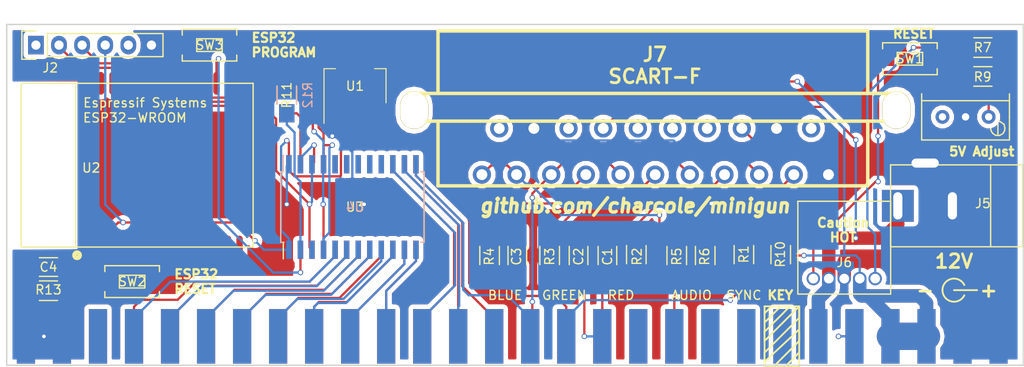
<source format=kicad_pcb>
(kicad_pcb (version 4) (host pcbnew 4.0.6)

  (general
    (links 108)
    (no_connects 0)
    (area 92.634999 125.654999 204.545001 163.270001)
    (thickness 1.6)
    (drawings 43)
    (tracks 497)
    (zones 0)
    (modules 29)
    (nets 114)
  )

  (page A4)
  (layers
    (0 F.Cu signal)
    (31 B.Cu signal)
    (32 B.Adhes user)
    (33 F.Adhes user)
    (34 B.Paste user)
    (35 F.Paste user)
    (36 B.SilkS user)
    (37 F.SilkS user)
    (38 B.Mask user)
    (39 F.Mask user)
    (40 Dwgs.User user)
    (41 Cmts.User user)
    (42 Eco1.User user)
    (43 Eco2.User user)
    (44 Edge.Cuts user)
    (45 Margin user)
    (46 B.CrtYd user)
    (47 F.CrtYd user)
    (48 B.Fab user)
    (49 F.Fab user)
  )

  (setup
    (last_trace_width 0.25)
    (trace_clearance 0.2)
    (zone_clearance 0.508)
    (zone_45_only yes)
    (trace_min 0.2)
    (segment_width 0.2)
    (edge_width 0.15)
    (via_size 0.6)
    (via_drill 0.4)
    (via_min_size 0.4)
    (via_min_drill 0.3)
    (uvia_size 0.3)
    (uvia_drill 0.1)
    (uvias_allowed no)
    (uvia_min_size 0.2)
    (uvia_min_drill 0.1)
    (pcb_text_width 0.3)
    (pcb_text_size 1.5 1.5)
    (mod_edge_width 0.15)
    (mod_text_size 1 1)
    (mod_text_width 0.15)
    (pad_size 2.5 0.7)
    (pad_drill 0)
    (pad_to_mask_clearance 0.2)
    (aux_axis_origin 0 0)
    (visible_elements FFFFFF7F)
    (pcbplotparams
      (layerselection 0x010f0_80000001)
      (usegerberextensions false)
      (excludeedgelayer true)
      (linewidth 0.100000)
      (plotframeref false)
      (viasonmask false)
      (mode 1)
      (useauxorigin false)
      (hpglpennumber 1)
      (hpglpenspeed 20)
      (hpglpendiameter 15)
      (hpglpenoverlay 2)
      (psnegative false)
      (psa4output false)
      (plotreference true)
      (plotvalue true)
      (plotinvisibletext false)
      (padsonsilk false)
      (subtractmaskfromsilk false)
      (outputformat 1)
      (mirror false)
      (drillshape 0)
      (scaleselection 1)
      (outputdirectory Gerbers))
  )

  (net 0 "")
  (net 1 RED)
  (net 2 "Net-(C1-Pad2)")
  (net 3 GREEN)
  (net 4 "Net-(C2-Pad2)")
  (net 5 BLUE)
  (net 6 "Net-(C3-Pad2)")
  (net 7 TEST)
  (net 8 START1)
  (net 9 UP1)
  (net 10 DOWN1)
  (net 11 LEFT1)
  (net 12 RIGHT1)
  (net 13 A1)
  (net 14 COIN1)
  (net 15 B1)
  (net 16 D1)
  (net 17 GND)
  (net 18 C1)
  (net 19 SPEAKER)
  (net 20 VIDEO_GND)
  (net 21 +5V)
  (net 22 +12V)
  (net 23 "Net-(J1-Pad10)")
  (net 24 COIN2)
  (net 25 START2)
  (net 26 UP2)
  (net 27 DOWN2)
  (net 28 B2)
  (net 29 LEFT2)
  (net 30 RIGHT2)
  (net 31 A2)
  (net 32 C2)
  (net 33 SYNC)
  (net 34 D2)
  (net 35 "Net-(J7-Pad1)")
  (net 36 "Net-(J7-Pad7)")
  (net 37 "Net-(J7-Pad11)")
  (net 38 "Net-(J7-Pad15)")
  (net 39 "Net-(J7-Pad16)")
  (net 40 "Net-(J7-Pad19)")
  (net 41 "Net-(R7-Pad1)")
  (net 42 "Net-(J6-Pad5)")
  (net 43 33)
  (net 44 "Net-(J2-Pad2)")
  (net 45 "Net-(J2-Pad3)")
  (net 46 DATA)
  (net 47 CLK)
  (net 48 LATCH)
  (net 49 OE)
  (net 50 "Net-(R11-Pad1)")
  (net 51 "Net-(R12-Pad1)")
  (net 52 "Net-(U3-Pad22)")
  (net 53 SERVICE)
  (net 54 "Net-(J6-Pad1)")
  (net 55 "Net-(SW3-Pad1)")
  (net 56 "Net-(J1-Pad51)")
  (net 57 "Net-(J1-Pad17)")
  (net 58 "Net-(J1-Pad15)")
  (net 59 "Net-(J1-Pad21)")
  (net 60 "Net-(J1-Pad13)")
  (net 61 "Net-(J1-Pad30)")
  (net 62 "Net-(J1-Pad22)")
  (net 63 "Net-(J1-Pad18)")
  (net 64 "Net-(J1-Pad20)")
  (net 65 "Net-(J1-Pad16)")
  (net 66 "Net-(J1-Pad14)")
  (net 67 "Net-(J1-Pad52)")
  (net 68 "Net-(J2-Pad1)")
  (net 69 "Net-(J2-Pad5)")
  (net 70 "Net-(J7-Pad2)")
  (net 71 "Net-(J7-Pad6)")
  (net 72 "Net-(J7-Pad10)")
  (net 73 "Net-(J7-Pad12)")
  (net 74 "Net-(J7-Pad14)")
  (net 75 "Net-(J7-Pad20)")
  (net 76 "Net-(R13-Pad1)")
  (net 77 "Net-(U2-Pad37)")
  (net 78 "Net-(U2-Pad36)")
  (net 79 "Net-(U2-Pad33)")
  (net 80 "Net-(U2-Pad32)")
  (net 81 "Net-(U2-Pad31)")
  (net 82 "Net-(U2-Pad26)")
  (net 83 "Net-(U2-Pad24)")
  (net 84 "Net-(U2-Pad23)")
  (net 85 "Net-(U2-Pad22)")
  (net 86 "Net-(U2-Pad21)")
  (net 87 "Net-(U2-Pad20)")
  (net 88 "Net-(U2-Pad19)")
  (net 89 "Net-(U2-Pad18)")
  (net 90 "Net-(U2-Pad17)")
  (net 91 "Net-(U2-Pad16)")
  (net 92 "Net-(U2-Pad14)")
  (net 93 "Net-(U2-Pad13)")
  (net 94 "Net-(U2-Pad12)")
  (net 95 "Net-(U2-Pad11)")
  (net 96 "Net-(U2-Pad10)")
  (net 97 "Net-(U2-Pad9)")
  (net 98 "Net-(U2-Pad8)")
  (net 99 "Net-(U2-Pad7)")
  (net 100 "Net-(U2-Pad6)")
  (net 101 "Net-(U2-Pad5)")
  (net 102 "Net-(U2-Pad4)")
  (net 103 "Net-(U3-Pad16)")
  (net 104 "Net-(U3-Pad17)")
  (net 105 "Net-(U3-Pad18)")
  (net 106 "Net-(U3-Pad19)")
  (net 107 "Net-(U3-Pad20)")
  (net 108 "Net-(U4-Pad5)")
  (net 109 "Net-(U4-Pad6)")
  (net 110 "Net-(U4-Pad7)")
  (net 111 "Net-(U4-Pad8)")
  (net 112 "Net-(U4-Pad9)")
  (net 113 "Net-(U4-Pad22)")

  (net_class Default "This is the default net class."
    (clearance 0.2)
    (trace_width 0.25)
    (via_dia 0.6)
    (via_drill 0.4)
    (uvia_dia 0.3)
    (uvia_drill 0.1)
    (add_net +12V)
    (add_net +5V)
    (add_net 33)
    (add_net A1)
    (add_net A2)
    (add_net B1)
    (add_net B2)
    (add_net BLUE)
    (add_net C1)
    (add_net C2)
    (add_net CLK)
    (add_net COIN1)
    (add_net COIN2)
    (add_net D1)
    (add_net D2)
    (add_net DATA)
    (add_net DOWN1)
    (add_net DOWN2)
    (add_net GND)
    (add_net GREEN)
    (add_net LATCH)
    (add_net LEFT1)
    (add_net LEFT2)
    (add_net "Net-(C1-Pad2)")
    (add_net "Net-(C2-Pad2)")
    (add_net "Net-(C3-Pad2)")
    (add_net "Net-(J1-Pad10)")
    (add_net "Net-(J1-Pad13)")
    (add_net "Net-(J1-Pad14)")
    (add_net "Net-(J1-Pad15)")
    (add_net "Net-(J1-Pad16)")
    (add_net "Net-(J1-Pad17)")
    (add_net "Net-(J1-Pad18)")
    (add_net "Net-(J1-Pad20)")
    (add_net "Net-(J1-Pad21)")
    (add_net "Net-(J1-Pad22)")
    (add_net "Net-(J1-Pad30)")
    (add_net "Net-(J1-Pad51)")
    (add_net "Net-(J1-Pad52)")
    (add_net "Net-(J2-Pad1)")
    (add_net "Net-(J2-Pad2)")
    (add_net "Net-(J2-Pad3)")
    (add_net "Net-(J2-Pad5)")
    (add_net "Net-(J6-Pad1)")
    (add_net "Net-(J6-Pad5)")
    (add_net "Net-(J7-Pad1)")
    (add_net "Net-(J7-Pad10)")
    (add_net "Net-(J7-Pad11)")
    (add_net "Net-(J7-Pad12)")
    (add_net "Net-(J7-Pad14)")
    (add_net "Net-(J7-Pad15)")
    (add_net "Net-(J7-Pad16)")
    (add_net "Net-(J7-Pad19)")
    (add_net "Net-(J7-Pad2)")
    (add_net "Net-(J7-Pad20)")
    (add_net "Net-(J7-Pad6)")
    (add_net "Net-(J7-Pad7)")
    (add_net "Net-(R11-Pad1)")
    (add_net "Net-(R12-Pad1)")
    (add_net "Net-(R13-Pad1)")
    (add_net "Net-(R7-Pad1)")
    (add_net "Net-(SW3-Pad1)")
    (add_net "Net-(U2-Pad10)")
    (add_net "Net-(U2-Pad11)")
    (add_net "Net-(U2-Pad12)")
    (add_net "Net-(U2-Pad13)")
    (add_net "Net-(U2-Pad14)")
    (add_net "Net-(U2-Pad16)")
    (add_net "Net-(U2-Pad17)")
    (add_net "Net-(U2-Pad18)")
    (add_net "Net-(U2-Pad19)")
    (add_net "Net-(U2-Pad20)")
    (add_net "Net-(U2-Pad21)")
    (add_net "Net-(U2-Pad22)")
    (add_net "Net-(U2-Pad23)")
    (add_net "Net-(U2-Pad24)")
    (add_net "Net-(U2-Pad26)")
    (add_net "Net-(U2-Pad31)")
    (add_net "Net-(U2-Pad32)")
    (add_net "Net-(U2-Pad33)")
    (add_net "Net-(U2-Pad36)")
    (add_net "Net-(U2-Pad37)")
    (add_net "Net-(U2-Pad4)")
    (add_net "Net-(U2-Pad5)")
    (add_net "Net-(U2-Pad6)")
    (add_net "Net-(U2-Pad7)")
    (add_net "Net-(U2-Pad8)")
    (add_net "Net-(U2-Pad9)")
    (add_net "Net-(U3-Pad16)")
    (add_net "Net-(U3-Pad17)")
    (add_net "Net-(U3-Pad18)")
    (add_net "Net-(U3-Pad19)")
    (add_net "Net-(U3-Pad20)")
    (add_net "Net-(U3-Pad22)")
    (add_net "Net-(U4-Pad22)")
    (add_net "Net-(U4-Pad5)")
    (add_net "Net-(U4-Pad6)")
    (add_net "Net-(U4-Pad7)")
    (add_net "Net-(U4-Pad8)")
    (add_net "Net-(U4-Pad9)")
    (add_net OE)
    (add_net RED)
    (add_net RIGHT1)
    (add_net RIGHT2)
    (add_net SERVICE)
    (add_net SPEAKER)
    (add_net START1)
    (add_net START2)
    (add_net SYNC)
    (add_net TEST)
    (add_net UP1)
    (add_net UP2)
    (add_net VIDEO_GND)
  )

  (module JAMMA:JAMMA (layer F.Cu) (tedit 5973B580) (tstamp 5973A6E3)
    (at 146.305 160.56875)
    (path /59738956)
    (fp_text reference J1 (at -2.16 -0.54875) (layer F.SilkS) hide
      (effects (font (size 1 1) (thickness 0.15)))
    )
    (fp_text value JAMMA (at -32.005 -4.99375) (layer F.Fab)
      (effects (font (size 1 1) (thickness 0.15)))
    )
    (pad 29 smd rect (at 0 -0.54875 90) (size 6 2) (layers F.Cu F.Paste F.Mask)
      (net 7 TEST))
    (pad 33 smd rect (at -7.92 -0.54875 90) (size 6 2) (layers F.Cu F.Paste F.Mask)
      (net 8 START1))
    (pad 35 smd rect (at -11.88 -0.54875 90) (size 6 2) (layers F.Cu F.Paste F.Mask)
      (net 9 UP1))
    (pad 37 smd rect (at -15.84 -0.54875 90) (size 6 2) (layers F.Cu F.Paste F.Mask)
      (net 10 DOWN1))
    (pad 39 smd rect (at -19.8 -0.54875 90) (size 6 2) (layers F.Cu F.Paste F.Mask)
      (net 11 LEFT1))
    (pad 41 smd rect (at -23.76 -0.54875 90) (size 6 2) (layers F.Cu F.Paste F.Mask)
      (net 12 RIGHT1))
    (pad 43 smd rect (at -27.72 -0.54875 90) (size 6 2) (layers F.Cu F.Paste F.Mask)
      (net 13 A1))
    (pad 31 smd rect (at -3.96 -0.54875 90) (size 6 2) (layers F.Cu F.Paste F.Mask)
      (net 14 COIN1))
    (pad 45 smd rect (at -31.68 -0.54875 90) (size 6 2) (layers F.Cu F.Paste F.Mask)
      (net 15 B1))
    (pad 49 smd rect (at -39.6 -0.54875 90) (size 6 2) (layers F.Cu F.Paste F.Mask)
      (net 16 D1))
    (pad 51 smd rect (at -43.56 -0.54875 90) (size 6 2) (layers F.Cu F.Paste F.Mask)
      (net 56 "Net-(J1-Pad51)"))
    (pad 53 smd rect (at -47.52 -0.54875 90) (size 6 2) (layers F.Cu F.Paste F.Mask)
      (net 17 GND))
    (pad 47 smd rect (at -35.64 -0.54875 90) (size 6 2) (layers F.Cu F.Paste F.Mask)
      (net 18 C1))
    (pad 17 smd rect (at 23.76 -0.54875 90) (size 6 2) (layers F.Cu F.Paste F.Mask)
      (net 57 "Net-(J1-Pad17)"))
    (pad 19 smd rect (at 19.8 -0.54875 90) (size 6 2) (layers F.Cu F.Paste F.Mask)
      (net 19 SPEAKER))
    (pad 23 smd rect (at 11.88 -0.54875 90) (size 6 2) (layers F.Cu F.Paste F.Mask)
      (net 1 RED))
    (pad 15 smd rect (at 27.72 -0.54875 90) (size 6 2) (layers F.Cu F.Paste F.Mask)
      (net 58 "Net-(J1-Pad15)"))
    (pad 21 smd rect (at 15.84 -0.54875 90) (size 6 2) (layers F.Cu F.Paste F.Mask)
      (net 59 "Net-(J1-Pad21)"))
    (pad 27 smd rect (at 3.96 -0.54875 90) (size 6 2) (layers F.Cu F.Paste F.Mask)
      (net 20 VIDEO_GND))
    (pad 25 smd rect (at 7.92 -0.54875 90) (size 6 2) (layers F.Cu F.Paste F.Mask)
      (net 5 BLUE))
    (pad 5 smd rect (at 47.52 -0.54875 90) (size 6 2) (layers F.Cu F.Paste F.Mask)
      (net 21 +5V))
    (pad 7 smd rect (at 43.56 -0.54875 90) (size 6 2) (layers F.Cu F.Paste F.Mask)
      (net 21 +5V))
    (pad 11 smd rect (at 35.64 -0.54875 90) (size 6 2) (layers F.Cu F.Paste F.Mask)
      (net 22 +12V))
    (pad 9 smd rect (at 39.6 -0.54875 90) (size 6 2) (layers F.Cu F.Paste F.Mask)
      (net 23 "Net-(J1-Pad10)"))
    (pad 13 smd rect (at 31.68 -0.54875 90) (size 6 2) (layers F.Cu F.Paste F.Mask)
      (net 60 "Net-(J1-Pad13)"))
    (pad 3 smd rect (at 51.48 -0.54875 90) (size 6 2) (layers F.Cu F.Paste F.Mask)
      (net 17 GND))
    (pad 55 smd rect (at -51.48 -0.54875 90) (size 6 2) (layers F.Cu F.Paste F.Mask)
      (net 17 GND))
    (pad 1 smd rect (at 55.44 -0.54875 90) (size 6 2) (layers F.Cu F.Paste F.Mask)
      (net 17 GND))
    (pad 32 smd rect (at -3.96 -0.54875 270) (size 6 2) (layers B.Cu B.Paste B.Mask)
      (net 24 COIN2))
    (pad 30 smd rect (at 0 -0.54875 270) (size 6 2) (layers B.Cu B.Paste B.Mask)
      (net 61 "Net-(J1-Pad30)"))
    (pad 34 smd rect (at -7.92 -0.54875 270) (size 6 2) (layers B.Cu B.Paste B.Mask)
      (net 25 START2))
    (pad 36 smd rect (at -11.88 -0.54875 270) (size 6 2) (layers B.Cu B.Paste B.Mask)
      (net 26 UP2))
    (pad 38 smd rect (at -15.84 -0.54875 270) (size 6 2) (layers B.Cu B.Paste B.Mask)
      (net 27 DOWN2))
    (pad 28 smd rect (at 3.96 -0.54875 270) (size 6 2) (layers B.Cu B.Paste B.Mask)
      (net 53 SERVICE))
    (pad 46 smd rect (at -31.68 -0.54875 270) (size 6 2) (layers B.Cu B.Paste B.Mask)
      (net 28 B2))
    (pad 40 smd rect (at -19.8 -0.54875 270) (size 6 2) (layers B.Cu B.Paste B.Mask)
      (net 29 LEFT2))
    (pad 42 smd rect (at -23.76 -0.54875 270) (size 6 2) (layers B.Cu B.Paste B.Mask)
      (net 30 RIGHT2))
    (pad 44 smd rect (at -27.72 -0.54875 270) (size 6 2) (layers B.Cu B.Paste B.Mask)
      (net 31 A2))
    (pad 48 smd rect (at -35.64 -0.54875 270) (size 6 2) (layers B.Cu B.Paste B.Mask)
      (net 32 C2))
    (pad 22 smd rect (at 15.84 -0.54875 270) (size 6 2) (layers B.Cu B.Paste B.Mask)
      (net 62 "Net-(J1-Pad22)"))
    (pad 18 smd rect (at 23.76 -0.54875 270) (size 6 2) (layers B.Cu B.Paste B.Mask)
      (net 63 "Net-(J1-Pad18)"))
    (pad 20 smd rect (at 19.8 -0.54875 270) (size 6 2) (layers B.Cu B.Paste B.Mask)
      (net 64 "Net-(J1-Pad20)"))
    (pad 16 smd rect (at 27.72 -0.54875 270) (size 6 2) (layers B.Cu B.Paste B.Mask)
      (net 65 "Net-(J1-Pad16)"))
    (pad 24 smd rect (at 11.88 -0.54875 270) (size 6 2) (layers B.Cu B.Paste B.Mask)
      (net 3 GREEN))
    (pad 26 smd rect (at 7.92 -0.54875 270) (size 6 2) (layers B.Cu B.Paste B.Mask)
      (net 33 SYNC))
    (pad 14 smd rect (at 31.68 -0.54875 270) (size 6 2) (layers B.Cu B.Paste B.Mask)
      (net 66 "Net-(J1-Pad14)"))
    (pad 4 smd rect (at 51.48 -0.54875 270) (size 6 2) (layers B.Cu B.Paste B.Mask)
      (net 17 GND))
    (pad 10 smd rect (at 39.6 -0.54875 270) (size 6 2) (layers B.Cu B.Paste B.Mask)
      (net 23 "Net-(J1-Pad10)"))
    (pad 6 smd rect (at 47.52 -0.54875 270) (size 6 2) (layers B.Cu B.Paste B.Mask)
      (net 21 +5V))
    (pad 8 smd rect (at 43.56 -0.54875 270) (size 6 2) (layers B.Cu B.Paste B.Mask)
      (net 21 +5V))
    (pad 12 smd rect (at 35.64 -0.54875 270) (size 6 2) (layers B.Cu B.Paste B.Mask)
      (net 22 +12V))
    (pad 2 smd rect (at 55.44 -0.54875 270) (size 6 2) (layers B.Cu B.Paste B.Mask)
      (net 17 GND))
    (pad 54 smd rect (at -47.52 -0.54875 270) (size 6 2) (layers B.Cu B.Paste B.Mask)
      (net 17 GND))
    (pad 50 smd rect (at -39.6 -0.54875 270) (size 6 2) (layers B.Cu B.Paste B.Mask)
      (net 34 D2))
    (pad 52 smd rect (at -43.56 -0.54875 270) (size 6 2) (layers B.Cu B.Paste B.Mask)
      (net 67 "Net-(J1-Pad52)"))
    (pad 56 smd rect (at -51.48 -0.54875 270) (size 6 2) (layers B.Cu B.Paste B.Mask)
      (net 17 GND))
  )

  (module Capacitors_SMD:C_1206_HandSoldering (layer F.Cu) (tedit 541A9C03) (tstamp 5973A69B)
    (at 158.75 151.13 90)
    (descr "Capacitor SMD 1206, hand soldering")
    (tags "capacitor 1206")
    (path /59739455)
    (attr smd)
    (fp_text reference C1 (at -0.12 0 270) (layer F.SilkS)
      (effects (font (size 1 1) (thickness 0.15)))
    )
    (fp_text value 4.7u (at 4.445 0 180) (layer F.Fab)
      (effects (font (size 1 1) (thickness 0.15)))
    )
    (fp_line (start -1.6 0.8) (end -1.6 -0.8) (layer F.Fab) (width 0.15))
    (fp_line (start 1.6 0.8) (end -1.6 0.8) (layer F.Fab) (width 0.15))
    (fp_line (start 1.6 -0.8) (end 1.6 0.8) (layer F.Fab) (width 0.15))
    (fp_line (start -1.6 -0.8) (end 1.6 -0.8) (layer F.Fab) (width 0.15))
    (fp_line (start -3.3 -1.15) (end 3.3 -1.15) (layer F.CrtYd) (width 0.05))
    (fp_line (start -3.3 1.15) (end 3.3 1.15) (layer F.CrtYd) (width 0.05))
    (fp_line (start -3.3 -1.15) (end -3.3 1.15) (layer F.CrtYd) (width 0.05))
    (fp_line (start 3.3 -1.15) (end 3.3 1.15) (layer F.CrtYd) (width 0.05))
    (fp_line (start 1 -1.025) (end -1 -1.025) (layer F.SilkS) (width 0.15))
    (fp_line (start -1 1.025) (end 1 1.025) (layer F.SilkS) (width 0.15))
    (pad 1 smd rect (at -2 0 90) (size 2 1.6) (layers F.Cu F.Paste F.Mask)
      (net 1 RED))
    (pad 2 smd rect (at 2 0 90) (size 2 1.6) (layers F.Cu F.Paste F.Mask)
      (net 2 "Net-(C1-Pad2)"))
    (model Capacitors_SMD.3dshapes/C_1206_HandSoldering.wrl
      (at (xyz 0 0 0))
      (scale (xyz 1 1 1))
      (rotate (xyz 0 0 0))
    )
  )

  (module Capacitors_SMD:C_1206_HandSoldering (layer F.Cu) (tedit 541A9C03) (tstamp 5973A6A1)
    (at 155.575 151.13 90)
    (descr "Capacitor SMD 1206, hand soldering")
    (tags "capacitor 1206")
    (path /597394A4)
    (attr smd)
    (fp_text reference C2 (at -0.12 0 270) (layer F.SilkS)
      (effects (font (size 1 1) (thickness 0.15)))
    )
    (fp_text value 4.7u (at 4.445 0 180) (layer F.Fab)
      (effects (font (size 1 1) (thickness 0.15)))
    )
    (fp_line (start -1.6 0.8) (end -1.6 -0.8) (layer F.Fab) (width 0.15))
    (fp_line (start 1.6 0.8) (end -1.6 0.8) (layer F.Fab) (width 0.15))
    (fp_line (start 1.6 -0.8) (end 1.6 0.8) (layer F.Fab) (width 0.15))
    (fp_line (start -1.6 -0.8) (end 1.6 -0.8) (layer F.Fab) (width 0.15))
    (fp_line (start -3.3 -1.15) (end 3.3 -1.15) (layer F.CrtYd) (width 0.05))
    (fp_line (start -3.3 1.15) (end 3.3 1.15) (layer F.CrtYd) (width 0.05))
    (fp_line (start -3.3 -1.15) (end -3.3 1.15) (layer F.CrtYd) (width 0.05))
    (fp_line (start 3.3 -1.15) (end 3.3 1.15) (layer F.CrtYd) (width 0.05))
    (fp_line (start 1 -1.025) (end -1 -1.025) (layer F.SilkS) (width 0.15))
    (fp_line (start -1 1.025) (end 1 1.025) (layer F.SilkS) (width 0.15))
    (pad 1 smd rect (at -2 0 90) (size 2 1.6) (layers F.Cu F.Paste F.Mask)
      (net 3 GREEN))
    (pad 2 smd rect (at 2 0 90) (size 2 1.6) (layers F.Cu F.Paste F.Mask)
      (net 4 "Net-(C2-Pad2)"))
    (model Capacitors_SMD.3dshapes/C_1206_HandSoldering.wrl
      (at (xyz 0 0 0))
      (scale (xyz 1 1 1))
      (rotate (xyz 0 0 0))
    )
  )

  (module Capacitors_SMD:C_1206_HandSoldering (layer F.Cu) (tedit 541A9C03) (tstamp 5973A6A7)
    (at 148.844 151.13 90)
    (descr "Capacitor SMD 1206, hand soldering")
    (tags "capacitor 1206")
    (path /597393E2)
    (attr smd)
    (fp_text reference C3 (at -0.12 -0.094 270) (layer F.SilkS)
      (effects (font (size 1 1) (thickness 0.15)))
    )
    (fp_text value 4.7u (at 4.445 0 180) (layer F.Fab)
      (effects (font (size 1 1) (thickness 0.15)))
    )
    (fp_line (start -1.6 0.8) (end -1.6 -0.8) (layer F.Fab) (width 0.15))
    (fp_line (start 1.6 0.8) (end -1.6 0.8) (layer F.Fab) (width 0.15))
    (fp_line (start 1.6 -0.8) (end 1.6 0.8) (layer F.Fab) (width 0.15))
    (fp_line (start -1.6 -0.8) (end 1.6 -0.8) (layer F.Fab) (width 0.15))
    (fp_line (start -3.3 -1.15) (end 3.3 -1.15) (layer F.CrtYd) (width 0.05))
    (fp_line (start -3.3 1.15) (end 3.3 1.15) (layer F.CrtYd) (width 0.05))
    (fp_line (start -3.3 -1.15) (end -3.3 1.15) (layer F.CrtYd) (width 0.05))
    (fp_line (start 3.3 -1.15) (end 3.3 1.15) (layer F.CrtYd) (width 0.05))
    (fp_line (start 1 -1.025) (end -1 -1.025) (layer F.SilkS) (width 0.15))
    (fp_line (start -1 1.025) (end 1 1.025) (layer F.SilkS) (width 0.15))
    (pad 1 smd rect (at -2 0 90) (size 2 1.6) (layers F.Cu F.Paste F.Mask)
      (net 5 BLUE))
    (pad 2 smd rect (at 2 0 90) (size 2 1.6) (layers F.Cu F.Paste F.Mask)
      (net 6 "Net-(C3-Pad2)"))
    (model Capacitors_SMD.3dshapes/C_1206_HandSoldering.wrl
      (at (xyz 0 0 0))
      (scale (xyz 1 1 1))
      (rotate (xyz 0 0 0))
    )
  )

  (module Connectors:BARREL_JACK (layer F.Cu) (tedit 0) (tstamp 5973A71C)
    (at 196.8754 145.669 180)
    (descr "DC Barrel Jack")
    (tags "Power Jack")
    (path /5973A4BC)
    (fp_text reference J5 (at -3.1496 0.254 360) (layer F.SilkS)
      (effects (font (size 1 1) (thickness 0.15)))
    )
    (fp_text value PWR_IN (at 0 -5.99948 180) (layer F.Fab)
      (effects (font (size 1 1) (thickness 0.15)))
    )
    (fp_line (start -4.0005 -4.50088) (end -4.0005 4.50088) (layer F.SilkS) (width 0.15))
    (fp_line (start -7.50062 -4.50088) (end -7.50062 4.50088) (layer F.SilkS) (width 0.15))
    (fp_line (start -7.50062 4.50088) (end 7.00024 4.50088) (layer F.SilkS) (width 0.15))
    (fp_line (start 7.00024 4.50088) (end 7.00024 -4.50088) (layer F.SilkS) (width 0.15))
    (fp_line (start 7.00024 -4.50088) (end -7.50062 -4.50088) (layer F.SilkS) (width 0.15))
    (pad 1 thru_hole rect (at 6.20014 0 180) (size 3.50012 3.50012) (drill oval 1.00076 2.99974) (layers *.Cu *.Mask)
      (net 22 +12V))
    (pad 2 thru_hole rect (at 0.20066 0 180) (size 3.50012 3.50012) (drill oval 1.00076 2.99974) (layers *.Cu *.Mask)
      (net 17 GND))
    (pad 3 thru_hole rect (at 3.2004 4.699 180) (size 3.50012 3.50012) (drill oval 2.99974 1.00076) (layers *.Cu *.Mask)
      (net 17 GND))
  )

  (module NQR010A0X4Z:NQR010A0X4Z (layer F.Cu) (tedit 5973B54D) (tstamp 5973A725)
    (at 184.785 153.67)
    (path /59738249)
    (fp_text reference J6 (at 0 -1.778) (layer F.SilkS)
      (effects (font (size 1 1) (thickness 0.15)))
    )
    (fp_text value DC2DC (at 0 -5.1) (layer F.Fab)
      (effects (font (size 1 1) (thickness 0.15)))
    )
    (fp_line (start -5.1 -8.5) (end -5.1 1.7) (layer F.SilkS) (width 0.15))
    (fp_line (start 5.1 -8.5) (end -5.1 -8.5) (layer F.SilkS) (width 0.15))
    (fp_line (start 5.1 1.7) (end 5.1 -8.5) (layer F.SilkS) (width 0.15))
    (fp_line (start -5.1 1.7) (end 5.1 1.7) (layer F.SilkS) (width 0.15))
    (pad 3 thru_hole circle (at 0 0) (size 1.47 1.47) (drill 1.07) (layers *.Cu *.Mask)
      (net 17 GND))
    (pad 2 thru_hole circle (at -1.7 0) (size 1.47 1.47) (drill 1.07) (layers *.Cu *.Mask)
      (net 22 +12V))
    (pad 4 thru_hole circle (at 1.7 0) (size 1.47 1.47) (drill 1.07) (layers *.Cu *.Mask)
      (net 21 +5V))
    (pad 5 thru_hole circle (at 3.4 0) (size 1.47 1.47) (drill 1.07) (layers *.Cu *.Mask)
      (net 42 "Net-(J6-Pad5)"))
    (pad 1 thru_hole circle (at -3.4 0) (size 1.47 1.47) (drill 1.07) (layers *.Cu *.Mask)
      (net 54 "Net-(J6-Pad1)"))
  )

  (module w_conn_av:SCART (layer F.Cu) (tedit 5973B4CC) (tstamp 5973A740)
    (at 164.00018 134.96036 180)
    (descr "SCART socket, Tyco P/N 1483465-1")
    (path /597381C0)
    (fp_text reference J7 (at 0.04318 5.92836 180) (layer F.SilkS)
      (effects (font (thickness 0.3048)))
    )
    (fp_text value SCART-F (at 0.04318 3.51536 360) (layer F.SilkS)
      (effects (font (thickness 0.3048)))
    )
    (fp_line (start -25.4 -1.397) (end -25.4 1.651) (layer F.SilkS) (width 0.381))
    (fp_line (start 25.4 -1.397) (end 25.4 1.651) (layer F.SilkS) (width 0.381))
    (fp_line (start -23.368 8.509) (end 23.876 8.509) (layer F.SilkS) (width 0.381))
    (fp_line (start -27.051 -1.397) (end -27.051 1.651) (layer F.SilkS) (width 0.381))
    (fp_line (start 27.051 -1.397) (end 27.051 1.651) (layer F.SilkS) (width 0.381))
    (fp_line (start -23.368 -1.397) (end -23.368 -8.509) (layer F.SilkS) (width 0.381))
    (fp_line (start -23.368 -8.509) (end 23.876 -8.509) (layer F.SilkS) (width 0.381))
    (fp_line (start 23.876 -8.509) (end 23.876 -1.397) (layer F.SilkS) (width 0.381))
    (fp_line (start -27.051 -1.397) (end 27.051 -1.397) (layer F.SilkS) (width 0.381))
    (fp_line (start 27.051 1.651) (end -27.051 1.651) (layer F.SilkS) (width 0.381))
    (fp_line (start -23.368 8.509) (end -23.368 1.651) (layer F.SilkS) (width 0.381))
    (fp_line (start 23.876 8.509) (end 23.876 1.651) (layer F.SilkS) (width 0.381))
    (pad 1 thru_hole circle (at 19.05 -7.27964 180) (size 1.99898 1.99898) (drill 1.19888) (layers *.Cu *.Mask)
      (net 35 "Net-(J7-Pad1)"))
    (pad 2 thru_hole circle (at 17.145 -2.19964 180) (size 1.99898 1.99898) (drill 1.19888) (layers *.Cu *.Mask)
      (net 70 "Net-(J7-Pad2)"))
    (pad 3 thru_hole circle (at 15.24 -7.27964 180) (size 1.99898 1.99898) (drill 1.19888) (layers *.Cu *.Mask)
      (net 35 "Net-(J7-Pad1)"))
    (pad 4 thru_hole circle (at 13.335 -2.19964 180) (size 1.99898 1.99898) (drill 1.19888) (layers *.Cu *.Mask)
      (net 17 GND))
    (pad 5 thru_hole circle (at 11.43 -7.27964 180) (size 1.99898 1.99898) (drill 1.19888) (layers *.Cu *.Mask)
      (net 20 VIDEO_GND))
    (pad 6 thru_hole circle (at 9.525 -2.19964 180) (size 1.99898 1.99898) (drill 1.19888) (layers *.Cu *.Mask)
      (net 71 "Net-(J7-Pad6)"))
    (pad 7 thru_hole circle (at 7.62 -7.27964 180) (size 1.99898 1.99898) (drill 1.19888) (layers *.Cu *.Mask)
      (net 36 "Net-(J7-Pad7)"))
    (pad 8 thru_hole circle (at 5.715 -2.19964 180) (size 1.99898 1.99898) (drill 1.19888) (layers *.Cu *.Mask)
      (net 22 +12V))
    (pad 9 thru_hole circle (at 3.81 -7.27964 180) (size 1.99898 1.99898) (drill 1.19888) (layers *.Cu *.Mask)
      (net 20 VIDEO_GND))
    (pad 10 thru_hole circle (at 1.905 -2.19964 180) (size 1.99898 1.99898) (drill 1.19888) (layers *.Cu *.Mask)
      (net 72 "Net-(J7-Pad10)"))
    (pad 11 thru_hole circle (at 0 -7.27964 180) (size 1.99898 1.99898) (drill 1.19888) (layers *.Cu *.Mask)
      (net 37 "Net-(J7-Pad11)"))
    (pad 12 thru_hole circle (at -1.905 -2.19964 180) (size 1.99898 1.99898) (drill 1.19888) (layers *.Cu *.Mask)
      (net 73 "Net-(J7-Pad12)"))
    (pad 13 thru_hole circle (at -3.81 -7.27964 180) (size 1.99898 1.99898) (drill 1.19888) (layers *.Cu *.Mask)
      (net 20 VIDEO_GND))
    (pad 14 thru_hole circle (at -5.715 -2.19964 180) (size 1.99898 1.99898) (drill 1.19888) (layers *.Cu *.Mask)
      (net 74 "Net-(J7-Pad14)"))
    (pad 15 thru_hole circle (at -7.62 -7.27964 180) (size 1.99898 1.99898) (drill 1.19888) (layers *.Cu *.Mask)
      (net 38 "Net-(J7-Pad15)"))
    (pad 16 thru_hole circle (at -9.525 -2.19964 180) (size 1.99898 1.99898) (drill 1.19888) (layers *.Cu *.Mask)
      (net 39 "Net-(J7-Pad16)"))
    (pad 17 thru_hole circle (at -11.43 -7.27964 180) (size 1.99898 1.99898) (drill 1.19888) (layers *.Cu *.Mask)
      (net 20 VIDEO_GND))
    (pad 18 thru_hole circle (at -13.335 -2.19964 180) (size 1.99898 1.99898) (drill 1.19888) (layers *.Cu *.Mask)
      (net 17 GND))
    (pad 19 thru_hole circle (at -15.24 -7.27964 180) (size 1.99898 1.99898) (drill 1.19888) (layers *.Cu *.Mask)
      (net 40 "Net-(J7-Pad19)"))
    (pad 20 thru_hole circle (at -17.145 -2.19964 180) (size 1.99898 1.99898) (drill 1.19888) (layers *.Cu *.Mask)
      (net 75 "Net-(J7-Pad20)"))
    (pad 21 thru_hole circle (at -19.05 -7.27964 180) (size 1.99898 1.99898) (drill 1.19888) (layers *.Cu *.Mask)
      (net 17 GND))
    (pad "" np_thru_hole oval (at 26.49982 -0.20066 180) (size 3.1 4.1) (drill oval 3 4) (layers *.Cu *.Mask F.SilkS))
    (pad "" np_thru_hole oval (at -26.49982 -0.20066 180) (size 3.1 4.1) (drill oval 3 4) (layers *.Cu *.Mask F.SilkS))
    (model walter/conn_av/scart.wrl
      (at (xyz 0 0 0))
      (scale (xyz 1 1 1))
      (rotate (xyz 0 0 0))
    )
  )

  (module Resistors_SMD:R_1206_HandSoldering (layer F.Cu) (tedit 58307C0D) (tstamp 5973A746)
    (at 173.75 151.035 270)
    (descr "Resistor SMD 1206, hand soldering")
    (tags "resistor 1206")
    (path /59739228)
    (attr smd)
    (fp_text reference R1 (at -0.035 0 450) (layer F.SilkS)
      (effects (font (size 1 1) (thickness 0.15)))
    )
    (fp_text value 330 (at -4.35 0 360) (layer F.Fab)
      (effects (font (size 1 1) (thickness 0.15)))
    )
    (fp_line (start -1.6 0.8) (end -1.6 -0.8) (layer F.Fab) (width 0.1))
    (fp_line (start 1.6 0.8) (end -1.6 0.8) (layer F.Fab) (width 0.1))
    (fp_line (start 1.6 -0.8) (end 1.6 0.8) (layer F.Fab) (width 0.1))
    (fp_line (start -1.6 -0.8) (end 1.6 -0.8) (layer F.Fab) (width 0.1))
    (fp_line (start -3.3 -1.2) (end 3.3 -1.2) (layer F.CrtYd) (width 0.05))
    (fp_line (start -3.3 1.2) (end 3.3 1.2) (layer F.CrtYd) (width 0.05))
    (fp_line (start -3.3 -1.2) (end -3.3 1.2) (layer F.CrtYd) (width 0.05))
    (fp_line (start 3.3 -1.2) (end 3.3 1.2) (layer F.CrtYd) (width 0.05))
    (fp_line (start 1 1.075) (end -1 1.075) (layer F.SilkS) (width 0.15))
    (fp_line (start -1 -1.075) (end 1 -1.075) (layer F.SilkS) (width 0.15))
    (pad 1 smd rect (at -2 0 270) (size 2 1.7) (layers F.Cu F.Paste F.Mask)
      (net 40 "Net-(J7-Pad19)"))
    (pad 2 smd rect (at 2 0 270) (size 2 1.7) (layers F.Cu F.Paste F.Mask)
      (net 33 SYNC))
    (model Resistors_SMD.3dshapes/R_1206_HandSoldering.wrl
      (at (xyz 0 0 0))
      (scale (xyz 1 1 1))
      (rotate (xyz 0 0 0))
    )
  )

  (module Resistors_SMD:R_1206_HandSoldering (layer F.Cu) (tedit 58307C0D) (tstamp 5973A74C)
    (at 161.925 151.035 270)
    (descr "Resistor SMD 1206, hand soldering")
    (tags "resistor 1206")
    (path /5973925F)
    (attr smd)
    (fp_text reference R2 (at 0.215 -0.075 450) (layer F.SilkS)
      (effects (font (size 1 1) (thickness 0.15)))
    )
    (fp_text value 470 (at -4.35 0 360) (layer F.Fab)
      (effects (font (size 1 1) (thickness 0.15)))
    )
    (fp_line (start -1.6 0.8) (end -1.6 -0.8) (layer F.Fab) (width 0.1))
    (fp_line (start 1.6 0.8) (end -1.6 0.8) (layer F.Fab) (width 0.1))
    (fp_line (start 1.6 -0.8) (end 1.6 0.8) (layer F.Fab) (width 0.1))
    (fp_line (start -1.6 -0.8) (end 1.6 -0.8) (layer F.Fab) (width 0.1))
    (fp_line (start -3.3 -1.2) (end 3.3 -1.2) (layer F.CrtYd) (width 0.05))
    (fp_line (start -3.3 1.2) (end 3.3 1.2) (layer F.CrtYd) (width 0.05))
    (fp_line (start -3.3 -1.2) (end -3.3 1.2) (layer F.CrtYd) (width 0.05))
    (fp_line (start 3.3 -1.2) (end 3.3 1.2) (layer F.CrtYd) (width 0.05))
    (fp_line (start 1 1.075) (end -1 1.075) (layer F.SilkS) (width 0.15))
    (fp_line (start -1 -1.075) (end 1 -1.075) (layer F.SilkS) (width 0.15))
    (pad 1 smd rect (at -2 0 270) (size 2 1.7) (layers F.Cu F.Paste F.Mask)
      (net 38 "Net-(J7-Pad15)"))
    (pad 2 smd rect (at 2 0 270) (size 2 1.7) (layers F.Cu F.Paste F.Mask)
      (net 2 "Net-(C1-Pad2)"))
    (model Resistors_SMD.3dshapes/R_1206_HandSoldering.wrl
      (at (xyz 0 0 0))
      (scale (xyz 1 1 1))
      (rotate (xyz 0 0 0))
    )
  )

  (module Resistors_SMD:R_1206_HandSoldering (layer F.Cu) (tedit 58307C0D) (tstamp 5973A752)
    (at 152.4 151.13 270)
    (descr "Resistor SMD 1206, hand soldering")
    (tags "resistor 1206")
    (path /59739294)
    (attr smd)
    (fp_text reference R3 (at 0.12 0 450) (layer F.SilkS)
      (effects (font (size 1 1) (thickness 0.15)))
    )
    (fp_text value 470 (at -4.445 0 360) (layer F.Fab)
      (effects (font (size 1 1) (thickness 0.15)))
    )
    (fp_line (start -1.6 0.8) (end -1.6 -0.8) (layer F.Fab) (width 0.1))
    (fp_line (start 1.6 0.8) (end -1.6 0.8) (layer F.Fab) (width 0.1))
    (fp_line (start 1.6 -0.8) (end 1.6 0.8) (layer F.Fab) (width 0.1))
    (fp_line (start -1.6 -0.8) (end 1.6 -0.8) (layer F.Fab) (width 0.1))
    (fp_line (start -3.3 -1.2) (end 3.3 -1.2) (layer F.CrtYd) (width 0.05))
    (fp_line (start -3.3 1.2) (end 3.3 1.2) (layer F.CrtYd) (width 0.05))
    (fp_line (start -3.3 -1.2) (end -3.3 1.2) (layer F.CrtYd) (width 0.05))
    (fp_line (start 3.3 -1.2) (end 3.3 1.2) (layer F.CrtYd) (width 0.05))
    (fp_line (start 1 1.075) (end -1 1.075) (layer F.SilkS) (width 0.15))
    (fp_line (start -1 -1.075) (end 1 -1.075) (layer F.SilkS) (width 0.15))
    (pad 1 smd rect (at -2 0 270) (size 2 1.7) (layers F.Cu F.Paste F.Mask)
      (net 37 "Net-(J7-Pad11)"))
    (pad 2 smd rect (at 2 0 270) (size 2 1.7) (layers F.Cu F.Paste F.Mask)
      (net 4 "Net-(C2-Pad2)"))
    (model Resistors_SMD.3dshapes/R_1206_HandSoldering.wrl
      (at (xyz 0 0 0))
      (scale (xyz 1 1 1))
      (rotate (xyz 0 0 0))
    )
  )

  (module Resistors_SMD:R_1206_HandSoldering (layer F.Cu) (tedit 58307C0D) (tstamp 5973A758)
    (at 145.796 151.13 270)
    (descr "Resistor SMD 1206, hand soldering")
    (tags "resistor 1206")
    (path /597392CC)
    (attr smd)
    (fp_text reference R4 (at 0.12 0.046 450) (layer F.SilkS)
      (effects (font (size 1 1) (thickness 0.15)))
    )
    (fp_text value 470 (at -4.445 0 360) (layer F.Fab)
      (effects (font (size 1 1) (thickness 0.15)))
    )
    (fp_line (start -1.6 0.8) (end -1.6 -0.8) (layer F.Fab) (width 0.1))
    (fp_line (start 1.6 0.8) (end -1.6 0.8) (layer F.Fab) (width 0.1))
    (fp_line (start 1.6 -0.8) (end 1.6 0.8) (layer F.Fab) (width 0.1))
    (fp_line (start -1.6 -0.8) (end 1.6 -0.8) (layer F.Fab) (width 0.1))
    (fp_line (start -3.3 -1.2) (end 3.3 -1.2) (layer F.CrtYd) (width 0.05))
    (fp_line (start -3.3 1.2) (end 3.3 1.2) (layer F.CrtYd) (width 0.05))
    (fp_line (start -3.3 -1.2) (end -3.3 1.2) (layer F.CrtYd) (width 0.05))
    (fp_line (start 3.3 -1.2) (end 3.3 1.2) (layer F.CrtYd) (width 0.05))
    (fp_line (start 1 1.075) (end -1 1.075) (layer F.SilkS) (width 0.15))
    (fp_line (start -1 -1.075) (end 1 -1.075) (layer F.SilkS) (width 0.15))
    (pad 1 smd rect (at -2 0 270) (size 2 1.7) (layers F.Cu F.Paste F.Mask)
      (net 36 "Net-(J7-Pad7)"))
    (pad 2 smd rect (at 2 0 270) (size 2 1.7) (layers F.Cu F.Paste F.Mask)
      (net 6 "Net-(C3-Pad2)"))
    (model Resistors_SMD.3dshapes/R_1206_HandSoldering.wrl
      (at (xyz 0 0 0))
      (scale (xyz 1 1 1))
      (rotate (xyz 0 0 0))
    )
  )

  (module Resistors_SMD:R_1206_HandSoldering (layer F.Cu) (tedit 58307C0D) (tstamp 5973A75E)
    (at 166.37 151.13 270)
    (descr "Resistor SMD 1206, hand soldering")
    (tags "resistor 1206")
    (path /59739338)
    (attr smd)
    (fp_text reference R5 (at 0.12 0 450) (layer F.SilkS)
      (effects (font (size 1 1) (thickness 0.15)))
    )
    (fp_text value 10K (at -4.445 0 360) (layer F.Fab)
      (effects (font (size 1 1) (thickness 0.15)))
    )
    (fp_line (start -1.6 0.8) (end -1.6 -0.8) (layer F.Fab) (width 0.1))
    (fp_line (start 1.6 0.8) (end -1.6 0.8) (layer F.Fab) (width 0.1))
    (fp_line (start 1.6 -0.8) (end 1.6 0.8) (layer F.Fab) (width 0.1))
    (fp_line (start -1.6 -0.8) (end 1.6 -0.8) (layer F.Fab) (width 0.1))
    (fp_line (start -3.3 -1.2) (end 3.3 -1.2) (layer F.CrtYd) (width 0.05))
    (fp_line (start -3.3 1.2) (end 3.3 1.2) (layer F.CrtYd) (width 0.05))
    (fp_line (start -3.3 -1.2) (end -3.3 1.2) (layer F.CrtYd) (width 0.05))
    (fp_line (start 3.3 -1.2) (end 3.3 1.2) (layer F.CrtYd) (width 0.05))
    (fp_line (start 1 1.075) (end -1 1.075) (layer F.SilkS) (width 0.15))
    (fp_line (start -1 -1.075) (end 1 -1.075) (layer F.SilkS) (width 0.15))
    (pad 1 smd rect (at -2 0 270) (size 2 1.7) (layers F.Cu F.Paste F.Mask)
      (net 35 "Net-(J7-Pad1)"))
    (pad 2 smd rect (at 2 0 270) (size 2 1.7) (layers F.Cu F.Paste F.Mask)
      (net 19 SPEAKER))
    (model Resistors_SMD.3dshapes/R_1206_HandSoldering.wrl
      (at (xyz 0 0 0))
      (scale (xyz 1 1 1))
      (rotate (xyz 0 0 0))
    )
  )

  (module Resistors_SMD:R_1206_HandSoldering (layer F.Cu) (tedit 58307C0D) (tstamp 5973A764)
    (at 169.5 151.13 270)
    (descr "Resistor SMD 1206, hand soldering")
    (tags "resistor 1206")
    (path /59739394)
    (attr smd)
    (fp_text reference R6 (at 0.12 0.065 450) (layer F.SilkS)
      (effects (font (size 1 1) (thickness 0.15)))
    )
    (fp_text value 1K (at -4.445 0 360) (layer F.Fab)
      (effects (font (size 1 1) (thickness 0.15)))
    )
    (fp_line (start -1.6 0.8) (end -1.6 -0.8) (layer F.Fab) (width 0.1))
    (fp_line (start 1.6 0.8) (end -1.6 0.8) (layer F.Fab) (width 0.1))
    (fp_line (start 1.6 -0.8) (end 1.6 0.8) (layer F.Fab) (width 0.1))
    (fp_line (start -1.6 -0.8) (end 1.6 -0.8) (layer F.Fab) (width 0.1))
    (fp_line (start -3.3 -1.2) (end 3.3 -1.2) (layer F.CrtYd) (width 0.05))
    (fp_line (start -3.3 1.2) (end 3.3 1.2) (layer F.CrtYd) (width 0.05))
    (fp_line (start -3.3 -1.2) (end -3.3 1.2) (layer F.CrtYd) (width 0.05))
    (fp_line (start 3.3 -1.2) (end 3.3 1.2) (layer F.CrtYd) (width 0.05))
    (fp_line (start 1 1.075) (end -1 1.075) (layer F.SilkS) (width 0.15))
    (fp_line (start -1 -1.075) (end 1 -1.075) (layer F.SilkS) (width 0.15))
    (pad 1 smd rect (at -2 0 270) (size 2 1.7) (layers F.Cu F.Paste F.Mask)
      (net 35 "Net-(J7-Pad1)"))
    (pad 2 smd rect (at 2 0 270) (size 2 1.7) (layers F.Cu F.Paste F.Mask)
      (net 17 GND))
    (model Resistors_SMD.3dshapes/R_1206_HandSoldering.wrl
      (at (xyz 0 0 0))
      (scale (xyz 1 1 1))
      (rotate (xyz 0 0 0))
    )
  )

  (module Resistors_SMD:R_1206_HandSoldering (layer F.Cu) (tedit 58307C0D) (tstamp 5973A76A)
    (at 200.025 128.27 180)
    (descr "Resistor SMD 1206, hand soldering")
    (tags "resistor 1206")
    (path /5973A821)
    (attr smd)
    (fp_text reference R7 (at 0.025 0 180) (layer F.SilkS)
      (effects (font (size 1 1) (thickness 0.15)))
    )
    (fp_text value 240 (at 0 -1.27 180) (layer F.Fab)
      (effects (font (size 1 1) (thickness 0.15)))
    )
    (fp_line (start -1.6 0.8) (end -1.6 -0.8) (layer F.Fab) (width 0.1))
    (fp_line (start 1.6 0.8) (end -1.6 0.8) (layer F.Fab) (width 0.1))
    (fp_line (start 1.6 -0.8) (end 1.6 0.8) (layer F.Fab) (width 0.1))
    (fp_line (start -1.6 -0.8) (end 1.6 -0.8) (layer F.Fab) (width 0.1))
    (fp_line (start -3.3 -1.2) (end 3.3 -1.2) (layer F.CrtYd) (width 0.05))
    (fp_line (start -3.3 1.2) (end 3.3 1.2) (layer F.CrtYd) (width 0.05))
    (fp_line (start -3.3 -1.2) (end -3.3 1.2) (layer F.CrtYd) (width 0.05))
    (fp_line (start 3.3 -1.2) (end 3.3 1.2) (layer F.CrtYd) (width 0.05))
    (fp_line (start 1 1.075) (end -1 1.075) (layer F.SilkS) (width 0.15))
    (fp_line (start -1 -1.075) (end 1 -1.075) (layer F.SilkS) (width 0.15))
    (pad 1 smd rect (at -2 0 180) (size 2 1.7) (layers F.Cu F.Paste F.Mask)
      (net 41 "Net-(R7-Pad1)"))
    (pad 2 smd rect (at 2 0 180) (size 2 1.7) (layers F.Cu F.Paste F.Mask)
      (net 42 "Net-(J6-Pad5)"))
    (model Resistors_SMD.3dshapes/R_1206_HandSoldering.wrl
      (at (xyz 0 0 0))
      (scale (xyz 1 1 1))
      (rotate (xyz 0 0 0))
    )
  )

  (module Potentiometers:Potentiometer_Bourns_3296W_3-8Zoll_Inline_ScrewUp (layer F.Cu) (tedit 54130B3D) (tstamp 5973A771)
    (at 200.66 135.89 90)
    (descr "3296, 3/8, Square, Trimpot, Trimming, Potentiometer, Bourns")
    (tags "3296, 3/8, Square, Trimpot, Trimming, Potentiometer, Bourns")
    (path /5973A8E5)
    (fp_text reference R8 (at 0 -10.16 90) (layer F.SilkS)
      (effects (font (size 1 1) (thickness 0.15)))
    )
    (fp_text value 500 (at -3.81 -0.635 180) (layer F.Fab)
      (effects (font (size 1 1) (thickness 0.15)))
    )
    (fp_line (start -2.032 1.016) (end -0.762 1.016) (layer F.SilkS) (width 0.15))
    (fp_line (start -1.2827 0.2286) (end -1.5367 0.2667) (layer F.SilkS) (width 0.15))
    (fp_line (start -1.5367 0.2667) (end -1.8161 0.4445) (layer F.SilkS) (width 0.15))
    (fp_line (start -1.8161 0.4445) (end -2.032 0.762) (layer F.SilkS) (width 0.15))
    (fp_line (start -2.032 0.762) (end -2.0447 1.2065) (layer F.SilkS) (width 0.15))
    (fp_line (start -2.0447 1.2065) (end -1.8415 1.5621) (layer F.SilkS) (width 0.15))
    (fp_line (start -1.8415 1.5621) (end -1.5494 1.7399) (layer F.SilkS) (width 0.15))
    (fp_line (start -1.5494 1.7399) (end -1.2319 1.7907) (layer F.SilkS) (width 0.15))
    (fp_line (start -1.2319 1.7907) (end -0.8255 1.6891) (layer F.SilkS) (width 0.15))
    (fp_line (start -0.8255 1.6891) (end -0.5715 1.3462) (layer F.SilkS) (width 0.15))
    (fp_line (start -0.5715 1.3462) (end -0.4826 1.1684) (layer F.SilkS) (width 0.15))
    (fp_line (start 1.778 -7.366) (end 1.778 2.286) (layer F.SilkS) (width 0.15))
    (fp_line (start -1.27 2.286) (end -2.54 2.286) (layer F.SilkS) (width 0.15))
    (fp_line (start -2.54 2.286) (end -2.54 -7.366) (layer F.SilkS) (width 0.15))
    (fp_line (start -2.54 -7.366) (end 2.54 -7.366) (layer F.SilkS) (width 0.15))
    (fp_line (start 2.54 2.286) (end 0 2.286) (layer F.SilkS) (width 0.15))
    (fp_line (start 0 2.286) (end -1.27 2.286) (layer F.SilkS) (width 0.15))
    (pad 2 thru_hole circle (at 0 -2.54 90) (size 1.524 1.524) (drill 0.8128) (layers *.Cu *.Mask)
      (net 17 GND))
    (pad 3 thru_hole circle (at 0 -5.08 90) (size 1.524 1.524) (drill 0.8128) (layers *.Cu *.Mask))
    (pad 1 thru_hole circle (at 0 0 90) (size 1.524 1.524) (drill 0.8128) (layers *.Cu *.Mask)
      (net 41 "Net-(R7-Pad1)"))
    (model Potentiometers.3dshapes/Potentiometer_Bourns_3296W_3-8Zoll_Inline_ScrewUp.wrl
      (at (xyz 0 0 0))
      (scale (xyz 1 1 1))
      (rotate (xyz 0 0 0))
    )
  )

  (module Resistors_SMD:R_1206_HandSoldering (layer F.Cu) (tedit 58307C0D) (tstamp 5973A777)
    (at 200.025 131.445 180)
    (descr "Resistor SMD 1206, hand soldering")
    (tags "resistor 1206")
    (path /5973A87F)
    (attr smd)
    (fp_text reference R9 (at 0.025 -0.055 180) (layer F.SilkS)
      (effects (font (size 1 1) (thickness 0.15)))
    )
    (fp_text value 33 (at 0 -1.905 180) (layer F.Fab)
      (effects (font (size 1 1) (thickness 0.15)))
    )
    (fp_line (start -1.6 0.8) (end -1.6 -0.8) (layer F.Fab) (width 0.1))
    (fp_line (start 1.6 0.8) (end -1.6 0.8) (layer F.Fab) (width 0.1))
    (fp_line (start 1.6 -0.8) (end 1.6 0.8) (layer F.Fab) (width 0.1))
    (fp_line (start -1.6 -0.8) (end 1.6 -0.8) (layer F.Fab) (width 0.1))
    (fp_line (start -3.3 -1.2) (end 3.3 -1.2) (layer F.CrtYd) (width 0.05))
    (fp_line (start -3.3 1.2) (end 3.3 1.2) (layer F.CrtYd) (width 0.05))
    (fp_line (start -3.3 -1.2) (end -3.3 1.2) (layer F.CrtYd) (width 0.05))
    (fp_line (start 3.3 -1.2) (end 3.3 1.2) (layer F.CrtYd) (width 0.05))
    (fp_line (start 1 1.075) (end -1 1.075) (layer F.SilkS) (width 0.15))
    (fp_line (start -1 -1.075) (end 1 -1.075) (layer F.SilkS) (width 0.15))
    (pad 1 smd rect (at -2 0 180) (size 2 1.7) (layers F.Cu F.Paste F.Mask)
      (net 41 "Net-(R7-Pad1)"))
    (pad 2 smd rect (at 2 0 180) (size 2 1.7) (layers F.Cu F.Paste F.Mask)
      (net 17 GND))
    (model Resistors_SMD.3dshapes/R_1206_HandSoldering.wrl
      (at (xyz 0 0 0))
      (scale (xyz 1 1 1))
      (rotate (xyz 0 0 0))
    )
  )

  (module Resistors_SMD:R_1206_HandSoldering (layer F.Cu) (tedit 58307C0D) (tstamp 5973A77D)
    (at 177.8 151.035 90)
    (descr "Resistor SMD 1206, hand soldering")
    (tags "resistor 1206")
    (path /59739300)
    (attr smd)
    (fp_text reference R10 (at 0.035 -0.05 270) (layer F.SilkS)
      (effects (font (size 1 1) (thickness 0.15)))
    )
    (fp_text value 100 (at 4.35 0 180) (layer F.Fab)
      (effects (font (size 1 1) (thickness 0.15)))
    )
    (fp_line (start -1.6 0.8) (end -1.6 -0.8) (layer F.Fab) (width 0.1))
    (fp_line (start 1.6 0.8) (end -1.6 0.8) (layer F.Fab) (width 0.1))
    (fp_line (start 1.6 -0.8) (end 1.6 0.8) (layer F.Fab) (width 0.1))
    (fp_line (start -1.6 -0.8) (end 1.6 -0.8) (layer F.Fab) (width 0.1))
    (fp_line (start -3.3 -1.2) (end 3.3 -1.2) (layer F.CrtYd) (width 0.05))
    (fp_line (start -3.3 1.2) (end 3.3 1.2) (layer F.CrtYd) (width 0.05))
    (fp_line (start -3.3 -1.2) (end -3.3 1.2) (layer F.CrtYd) (width 0.05))
    (fp_line (start 3.3 -1.2) (end 3.3 1.2) (layer F.CrtYd) (width 0.05))
    (fp_line (start 1 1.075) (end -1 1.075) (layer F.SilkS) (width 0.15))
    (fp_line (start -1 -1.075) (end 1 -1.075) (layer F.SilkS) (width 0.15))
    (pad 1 smd rect (at -2 0 90) (size 2 1.7) (layers F.Cu F.Paste F.Mask)
      (net 21 +5V))
    (pad 2 smd rect (at 2 0 90) (size 2 1.7) (layers F.Cu F.Paste F.Mask)
      (net 39 "Net-(J7-Pad16)"))
    (model Resistors_SMD.3dshapes/R_1206_HandSoldering.wrl
      (at (xyz 0 0 0))
      (scale (xyz 1 1 1))
      (rotate (xyz 0 0 0))
    )
  )

  (module Pin_Headers:Pin_Header_Straight_1x06 (layer F.Cu) (tedit 0) (tstamp 5A4AB161)
    (at 95.92 128 90)
    (descr "Through hole pin header")
    (tags "pin header")
    (path /5A4B1405)
    (fp_text reference J2 (at -2.5 1.58 180) (layer F.SilkS)
      (effects (font (size 1 1) (thickness 0.15)))
    )
    (fp_text value CONN_01X06 (at 0 -3.1 90) (layer F.Fab)
      (effects (font (size 1 1) (thickness 0.15)))
    )
    (fp_line (start -1.75 -1.75) (end -1.75 14.45) (layer F.CrtYd) (width 0.05))
    (fp_line (start 1.75 -1.75) (end 1.75 14.45) (layer F.CrtYd) (width 0.05))
    (fp_line (start -1.75 -1.75) (end 1.75 -1.75) (layer F.CrtYd) (width 0.05))
    (fp_line (start -1.75 14.45) (end 1.75 14.45) (layer F.CrtYd) (width 0.05))
    (fp_line (start 1.27 1.27) (end 1.27 13.97) (layer F.SilkS) (width 0.15))
    (fp_line (start 1.27 13.97) (end -1.27 13.97) (layer F.SilkS) (width 0.15))
    (fp_line (start -1.27 13.97) (end -1.27 1.27) (layer F.SilkS) (width 0.15))
    (fp_line (start 1.55 -1.55) (end 1.55 0) (layer F.SilkS) (width 0.15))
    (fp_line (start 1.27 1.27) (end -1.27 1.27) (layer F.SilkS) (width 0.15))
    (fp_line (start -1.55 0) (end -1.55 -1.55) (layer F.SilkS) (width 0.15))
    (fp_line (start -1.55 -1.55) (end 1.55 -1.55) (layer F.SilkS) (width 0.15))
    (pad 1 thru_hole rect (at 0 0 90) (size 2.032 1.7272) (drill 1.016) (layers *.Cu *.Mask)
      (net 68 "Net-(J2-Pad1)"))
    (pad 2 thru_hole oval (at 0 2.54 90) (size 2.032 1.7272) (drill 1.016) (layers *.Cu *.Mask)
      (net 44 "Net-(J2-Pad2)"))
    (pad 3 thru_hole oval (at 0 5.08 90) (size 2.032 1.7272) (drill 1.016) (layers *.Cu *.Mask)
      (net 45 "Net-(J2-Pad3)"))
    (pad 4 thru_hole oval (at 0 7.62 90) (size 2.032 1.7272) (drill 1.016) (layers *.Cu *.Mask)
      (net 43 33))
    (pad 5 thru_hole oval (at 0 10.16 90) (size 2.032 1.7272) (drill 1.016) (layers *.Cu *.Mask)
      (net 69 "Net-(J2-Pad5)"))
    (pad 6 thru_hole oval (at 0 12.7 90) (size 2.032 1.7272) (drill 1.016) (layers *.Cu *.Mask)
      (net 17 GND))
    (model Pin_Headers.3dshapes/Pin_Header_Straight_1x06.wrl
      (at (xyz 0 -0.25 0))
      (scale (xyz 1 1 1))
      (rotate (xyz 0 0 90))
    )
  )

  (module TO_SOT_Packages_SMD:SOT-223 (layer F.Cu) (tedit 583F3B4E) (tstamp 5A4AB175)
    (at 131 132.5 90)
    (descr "module CMS SOT223 4 pins")
    (tags "CMS SOT")
    (path /5A4B7FF7)
    (attr smd)
    (fp_text reference U1 (at 0 0 180) (layer F.SilkS)
      (effects (font (size 1 1) (thickness 0.15)))
    )
    (fp_text value LD1117S33TR (at 0 4.5 90) (layer F.Fab)
      (effects (font (size 1 1) (thickness 0.15)))
    )
    (fp_line (start 1.91 3.41) (end 1.91 2.15) (layer F.SilkS) (width 0.12))
    (fp_line (start 1.91 -3.41) (end 1.91 -2.15) (layer F.SilkS) (width 0.12))
    (fp_line (start 4.4 -3.6) (end -4.4 -3.6) (layer F.CrtYd) (width 0.05))
    (fp_line (start 4.4 3.6) (end 4.4 -3.6) (layer F.CrtYd) (width 0.05))
    (fp_line (start -4.4 3.6) (end 4.4 3.6) (layer F.CrtYd) (width 0.05))
    (fp_line (start -4.4 -3.6) (end -4.4 3.6) (layer F.CrtYd) (width 0.05))
    (fp_line (start -1.85 -3.35) (end -1.85 3.35) (layer F.Fab) (width 0.15))
    (fp_line (start -1.85 3.41) (end 1.91 3.41) (layer F.SilkS) (width 0.12))
    (fp_line (start -1.85 -3.35) (end 1.85 -3.35) (layer F.Fab) (width 0.15))
    (fp_line (start -4.1 -3.41) (end 1.91 -3.41) (layer F.SilkS) (width 0.12))
    (fp_line (start -1.85 3.35) (end 1.85 3.35) (layer F.Fab) (width 0.15))
    (fp_line (start 1.85 -3.35) (end 1.85 3.35) (layer F.Fab) (width 0.15))
    (pad 4 smd rect (at 3.15 0 90) (size 2 3.8) (layers F.Cu F.Paste F.Mask))
    (pad 2 smd rect (at -3.15 0 90) (size 2 1.5) (layers F.Cu F.Paste F.Mask)
      (net 43 33))
    (pad 3 smd rect (at -3.15 2.3 90) (size 2 1.5) (layers F.Cu F.Paste F.Mask)
      (net 21 +5V))
    (pad 1 smd rect (at -3.15 -2.3 90) (size 2 1.5) (layers F.Cu F.Paste F.Mask)
      (net 17 GND))
    (model TO_SOT_Packages_SMD.3dshapes/SOT-223.wrl
      (at (xyz 0 0 0))
      (scale (xyz 0.4 0.4 0.4))
      (rotate (xyz 0 0 90))
    )
  )

  (module ESP32-footprints-Lib:ESP32-WROOM (layer F.Cu) (tedit 5A52077F) (tstamp 5A4AB1A8)
    (at 107.05 141.2 270)
    (path /5A4AFF98)
    (fp_text reference U2 (at 0.3 5.05 360) (layer F.SilkS)
      (effects (font (size 1 1) (thickness 0.15)))
    )
    (fp_text value ESP32-WROOM (at 5.715 14.224 270) (layer F.Fab)
      (effects (font (size 1 1) (thickness 0.15)))
    )
    (fp_text user "Espressif Systems" (at -6.858 -0.889 360) (layer F.SilkS)
      (effects (font (size 1 1) (thickness 0.15)))
    )
    (fp_circle (center 9.906 6.604) (end 10.033 6.858) (layer F.SilkS) (width 0.5))
    (fp_text user ESP32-WROOM (at -5.207 0.254 360) (layer F.SilkS)
      (effects (font (size 1 1) (thickness 0.15)))
    )
    (fp_line (start -9 6.75) (end 9 6.75) (layer F.SilkS) (width 0.15))
    (fp_line (start 9 12.75) (end 9 -12.75) (layer F.SilkS) (width 0.15))
    (fp_line (start -9 12.75) (end -9 -12.75) (layer F.SilkS) (width 0.15))
    (fp_line (start -9 -12.75) (end 9 -12.75) (layer F.SilkS) (width 0.15))
    (fp_line (start -9 12.75) (end 9 12.75) (layer F.SilkS) (width 0.15))
    (pad 38 smd oval (at -9 5.25 270) (size 2.5 0.7) (layers F.Cu F.Paste F.Mask)
      (net 17 GND))
    (pad 37 smd oval (at -9 3.98 270) (size 2.5 0.7) (layers F.Cu F.Paste F.Mask)
      (net 77 "Net-(U2-Pad37)"))
    (pad 36 smd oval (at -9 2.71 270) (size 2.5 0.7) (layers F.Cu F.Paste F.Mask)
      (net 78 "Net-(U2-Pad36)"))
    (pad 35 smd oval (at -9 1.44 270) (size 2.5 0.7) (layers F.Cu F.Paste F.Mask)
      (net 44 "Net-(J2-Pad2)"))
    (pad 34 smd oval (at -9 0.17 270) (size 2.5 0.7) (layers F.Cu F.Paste F.Mask)
      (net 45 "Net-(J2-Pad3)"))
    (pad 33 smd oval (at -9 -1.1 270) (size 2.5 0.7) (layers F.Cu F.Paste F.Mask)
      (net 79 "Net-(U2-Pad33)"))
    (pad 32 smd oval (at -9 -2.37 270) (size 2.5 0.7) (layers F.Cu F.Paste F.Mask)
      (net 80 "Net-(U2-Pad32)"))
    (pad 31 smd oval (at -9 -3.64 270) (size 2.5 0.7) (layers F.Cu F.Paste F.Mask)
      (net 81 "Net-(U2-Pad31)"))
    (pad 30 smd oval (at -9 -4.91 270) (size 2.5 0.7) (layers F.Cu F.Paste F.Mask)
      (net 47 CLK))
    (pad 29 smd oval (at -9 -6.18 270) (size 2.5 0.7) (layers F.Cu F.Paste F.Mask)
      (net 48 LATCH))
    (pad 28 smd oval (at -9 -7.45 270) (size 2.5 0.7) (layers F.Cu F.Paste F.Mask)
      (net 49 OE))
    (pad 27 smd oval (at -9 -8.72 270) (size 2.5 0.7) (layers F.Cu F.Paste F.Mask)
      (net 46 DATA))
    (pad 26 smd oval (at -9 -9.99 270) (size 2.5 0.7) (layers F.Cu F.Paste F.Mask)
      (net 82 "Net-(U2-Pad26)"))
    (pad 25 smd oval (at -9 -11.26 270) (size 2.5 0.7) (layers F.Cu F.Paste F.Mask)
      (net 55 "Net-(SW3-Pad1)"))
    (pad 24 smd oval (at -5.715 -12.75 270) (size 0.7 2.5) (layers F.Cu F.Paste F.Mask)
      (net 83 "Net-(U2-Pad24)"))
    (pad 23 smd oval (at -4.445 -12.75 270) (size 0.7 2.5) (layers F.Cu F.Paste F.Mask)
      (net 84 "Net-(U2-Pad23)"))
    (pad 22 smd oval (at -3.175 -12.75 270) (size 0.7 2.5) (layers F.Cu F.Paste F.Mask)
      (net 85 "Net-(U2-Pad22)"))
    (pad 21 smd oval (at -1.905 -12.75 270) (size 0.7 2.5) (layers F.Cu F.Paste F.Mask)
      (net 86 "Net-(U2-Pad21)"))
    (pad 20 smd oval (at -0.635 -12.75 270) (size 0.7 2.5) (layers F.Cu F.Paste F.Mask)
      (net 87 "Net-(U2-Pad20)"))
    (pad 19 smd oval (at 0.635 -12.75 270) (size 0.7 2.5) (layers F.Cu F.Paste F.Mask)
      (net 88 "Net-(U2-Pad19)"))
    (pad 18 smd oval (at 1.905 -12.75 270) (size 0.7 2.5) (layers F.Cu F.Paste F.Mask)
      (net 89 "Net-(U2-Pad18)"))
    (pad 17 smd oval (at 3.175 -12.75 270) (size 0.7 2.5) (layers F.Cu F.Paste F.Mask)
      (net 90 "Net-(U2-Pad17)"))
    (pad 16 smd oval (at 4.445 -12.75 270) (size 0.7 2.5) (layers F.Cu F.Paste F.Mask)
      (net 91 "Net-(U2-Pad16)"))
    (pad 15 smd oval (at 5.715 -12.75 270) (size 0.7 2.5) (layers F.Cu F.Paste F.Mask)
      (net 17 GND))
    (pad 14 smd oval (at 9 -11.26 270) (size 2.5 0.7) (layers F.Cu F.Paste F.Mask)
      (net 92 "Net-(U2-Pad14)"))
    (pad 13 smd oval (at 9 -9.99 270) (size 2.5 0.7) (layers F.Cu F.Paste F.Mask)
      (net 93 "Net-(U2-Pad13)"))
    (pad 12 smd oval (at 9 -8.72 270) (size 2.5 0.7) (layers F.Cu F.Paste F.Mask)
      (net 94 "Net-(U2-Pad12)"))
    (pad 11 smd oval (at 9 -7.45 270) (size 2.5 0.7) (layers F.Cu F.Paste F.Mask)
      (net 95 "Net-(U2-Pad11)"))
    (pad 10 smd oval (at 9 -6.18 270) (size 2.5 0.7) (layers F.Cu F.Paste F.Mask)
      (net 96 "Net-(U2-Pad10)"))
    (pad 9 smd oval (at 9 -4.91 270) (size 2.5 0.7) (layers F.Cu F.Paste F.Mask)
      (net 97 "Net-(U2-Pad9)"))
    (pad 8 smd oval (at 9 -3.64 270) (size 2.5 0.7) (layers F.Cu F.Paste F.Mask)
      (net 98 "Net-(U2-Pad8)"))
    (pad 7 smd oval (at 9 -2.37 270) (size 2.5 0.7) (layers F.Cu F.Paste F.Mask)
      (net 99 "Net-(U2-Pad7)"))
    (pad 6 smd oval (at 9 -1.1 270) (size 2.5 0.7) (layers F.Cu F.Paste F.Mask)
      (net 100 "Net-(U2-Pad6)"))
    (pad 5 smd oval (at 9 0.17 270) (size 2.5 0.7) (layers F.Cu F.Paste F.Mask)
      (net 101 "Net-(U2-Pad5)"))
    (pad 4 smd oval (at 9 1.44 270) (size 2.5 0.7) (layers F.Cu F.Paste F.Mask)
      (net 102 "Net-(U2-Pad4)"))
    (pad 3 smd oval (at 9 2.71 270) (size 2.5 0.7) (layers F.Cu F.Paste F.Mask)
      (net 76 "Net-(R13-Pad1)"))
    (pad 2 smd oval (at 9 3.98 270) (size 2.5 0.7) (layers F.Cu F.Paste F.Mask)
      (net 43 33))
    (pad 1 smd oval (at 9 5.25 270) (size 2.5 0.7) (layers F.Cu F.Paste F.Mask)
      (net 17 GND))
    (pad 39 smd rect (at 0.3 -2.45 270) (size 6 6) (layers F.Cu F.Paste F.Mask)
      (net 17 GND))
  )

  (module Capacitors_SMD:C_1206_HandSoldering (layer F.Cu) (tedit 541A9C03) (tstamp 5A4EBA74)
    (at 97.3 152.4 180)
    (descr "Capacitor SMD 1206, hand soldering")
    (tags "capacitor 1206")
    (path /5A4B25E7)
    (attr smd)
    (fp_text reference C4 (at 0 0 180) (layer F.SilkS)
      (effects (font (size 1 1) (thickness 0.15)))
    )
    (fp_text value 1u (at 0 2.3 180) (layer F.Fab)
      (effects (font (size 1 1) (thickness 0.15)))
    )
    (fp_line (start -1.6 0.8) (end -1.6 -0.8) (layer F.Fab) (width 0.15))
    (fp_line (start 1.6 0.8) (end -1.6 0.8) (layer F.Fab) (width 0.15))
    (fp_line (start 1.6 -0.8) (end 1.6 0.8) (layer F.Fab) (width 0.15))
    (fp_line (start -1.6 -0.8) (end 1.6 -0.8) (layer F.Fab) (width 0.15))
    (fp_line (start -3.3 -1.15) (end 3.3 -1.15) (layer F.CrtYd) (width 0.05))
    (fp_line (start -3.3 1.15) (end 3.3 1.15) (layer F.CrtYd) (width 0.05))
    (fp_line (start -3.3 -1.15) (end -3.3 1.15) (layer F.CrtYd) (width 0.05))
    (fp_line (start 3.3 -1.15) (end 3.3 1.15) (layer F.CrtYd) (width 0.05))
    (fp_line (start 1 -1.025) (end -1 -1.025) (layer F.SilkS) (width 0.15))
    (fp_line (start -1 1.025) (end 1 1.025) (layer F.SilkS) (width 0.15))
    (pad 1 smd rect (at -2 0 180) (size 2 1.6) (layers F.Cu F.Paste F.Mask)
      (net 43 33))
    (pad 2 smd rect (at 2 0 180) (size 2 1.6) (layers F.Cu F.Paste F.Mask)
      (net 17 GND))
    (model Capacitors_SMD.3dshapes/C_1206_HandSoldering.wrl
      (at (xyz 0 0 0))
      (scale (xyz 1 1 1))
      (rotate (xyz 0 0 0))
    )
  )

  (module Resistors_SMD:R_1206_HandSoldering (layer F.Cu) (tedit 58307C0D) (tstamp 5A4EBA7A)
    (at 123.5 133.5 90)
    (descr "Resistor SMD 1206, hand soldering")
    (tags "resistor 1206")
    (path /5A4ECBE3)
    (attr smd)
    (fp_text reference R11 (at 0 0 90) (layer F.SilkS)
      (effects (font (size 1 1) (thickness 0.15)))
    )
    (fp_text value 330 (at 0 2.3 90) (layer F.Fab)
      (effects (font (size 1 1) (thickness 0.15)))
    )
    (fp_line (start -1.6 0.8) (end -1.6 -0.8) (layer F.Fab) (width 0.1))
    (fp_line (start 1.6 0.8) (end -1.6 0.8) (layer F.Fab) (width 0.1))
    (fp_line (start 1.6 -0.8) (end 1.6 0.8) (layer F.Fab) (width 0.1))
    (fp_line (start -1.6 -0.8) (end 1.6 -0.8) (layer F.Fab) (width 0.1))
    (fp_line (start -3.3 -1.2) (end 3.3 -1.2) (layer F.CrtYd) (width 0.05))
    (fp_line (start -3.3 1.2) (end 3.3 1.2) (layer F.CrtYd) (width 0.05))
    (fp_line (start -3.3 -1.2) (end -3.3 1.2) (layer F.CrtYd) (width 0.05))
    (fp_line (start 3.3 -1.2) (end 3.3 1.2) (layer F.CrtYd) (width 0.05))
    (fp_line (start 1 1.075) (end -1 1.075) (layer F.SilkS) (width 0.15))
    (fp_line (start -1 -1.075) (end 1 -1.075) (layer F.SilkS) (width 0.15))
    (pad 1 smd rect (at -2 0 90) (size 2 1.7) (layers F.Cu F.Paste F.Mask)
      (net 50 "Net-(R11-Pad1)"))
    (pad 2 smd rect (at 2 0 90) (size 2 1.7) (layers F.Cu F.Paste F.Mask)
      (net 17 GND))
    (model Resistors_SMD.3dshapes/R_1206_HandSoldering.wrl
      (at (xyz 0 0 0))
      (scale (xyz 1 1 1))
      (rotate (xyz 0 0 0))
    )
  )

  (module Resistors_SMD:R_1206_HandSoldering (layer B.Cu) (tedit 58307C0D) (tstamp 5A4EBA80)
    (at 123.5 133.5 90)
    (descr "Resistor SMD 1206, hand soldering")
    (tags "resistor 1206")
    (path /5A4ED276)
    (attr smd)
    (fp_text reference R12 (at 0 2.3 90) (layer B.SilkS)
      (effects (font (size 1 1) (thickness 0.15)) (justify mirror))
    )
    (fp_text value 330 (at 0 -2.3 90) (layer B.Fab)
      (effects (font (size 1 1) (thickness 0.15)) (justify mirror))
    )
    (fp_line (start -1.6 -0.8) (end -1.6 0.8) (layer B.Fab) (width 0.1))
    (fp_line (start 1.6 -0.8) (end -1.6 -0.8) (layer B.Fab) (width 0.1))
    (fp_line (start 1.6 0.8) (end 1.6 -0.8) (layer B.Fab) (width 0.1))
    (fp_line (start -1.6 0.8) (end 1.6 0.8) (layer B.Fab) (width 0.1))
    (fp_line (start -3.3 1.2) (end 3.3 1.2) (layer B.CrtYd) (width 0.05))
    (fp_line (start -3.3 -1.2) (end 3.3 -1.2) (layer B.CrtYd) (width 0.05))
    (fp_line (start -3.3 1.2) (end -3.3 -1.2) (layer B.CrtYd) (width 0.05))
    (fp_line (start 3.3 1.2) (end 3.3 -1.2) (layer B.CrtYd) (width 0.05))
    (fp_line (start 1 -1.075) (end -1 -1.075) (layer B.SilkS) (width 0.15))
    (fp_line (start -1 1.075) (end 1 1.075) (layer B.SilkS) (width 0.15))
    (pad 1 smd rect (at -2 0 90) (size 2 1.7) (layers B.Cu B.Paste B.Mask)
      (net 51 "Net-(R12-Pad1)"))
    (pad 2 smd rect (at 2 0 90) (size 2 1.7) (layers B.Cu B.Paste B.Mask)
      (net 17 GND))
    (model Resistors_SMD.3dshapes/R_1206_HandSoldering.wrl
      (at (xyz 0 0 0))
      (scale (xyz 1 1 1))
      (rotate (xyz 0 0 0))
    )
  )

  (module Housings_SOIC:SOIC-24W_7.5x15.4mm_Pitch1.27mm (layer F.Cu) (tedit 5750355D) (tstamp 5A4EBA9C)
    (at 130.715 145.8 90)
    (descr "24-Lead Plastic Small Outline (SO) - Wide, 7.50 mm Body [SOIC] (see Microchip Packaging Specification 00000049BS.pdf)")
    (tags "SOIC 1.27")
    (path /5A4EB705)
    (attr smd)
    (fp_text reference U3 (at 0 0.285 180) (layer F.SilkS)
      (effects (font (size 1 1) (thickness 0.15)))
    )
    (fp_text value TLC5926IDW (at 0 8.8 90) (layer F.Fab)
      (effects (font (size 1 1) (thickness 0.15)))
    )
    (fp_line (start -2.75 -7.7) (end 3.75 -7.7) (layer F.Fab) (width 0.15))
    (fp_line (start 3.75 -7.7) (end 3.75 7.7) (layer F.Fab) (width 0.15))
    (fp_line (start 3.75 7.7) (end -3.75 7.7) (layer F.Fab) (width 0.15))
    (fp_line (start -3.75 7.7) (end -3.75 -6.7) (layer F.Fab) (width 0.15))
    (fp_line (start -3.75 -6.7) (end -2.75 -7.7) (layer F.Fab) (width 0.15))
    (fp_line (start -5.95 -8.05) (end -5.95 8.05) (layer F.CrtYd) (width 0.05))
    (fp_line (start 5.95 -8.05) (end 5.95 8.05) (layer F.CrtYd) (width 0.05))
    (fp_line (start -5.95 -8.05) (end 5.95 -8.05) (layer F.CrtYd) (width 0.05))
    (fp_line (start -5.95 8.05) (end 5.95 8.05) (layer F.CrtYd) (width 0.05))
    (fp_line (start -3.875 -7.875) (end -3.875 -7.6) (layer F.SilkS) (width 0.15))
    (fp_line (start 3.875 -7.875) (end 3.875 -7.51) (layer F.SilkS) (width 0.15))
    (fp_line (start 3.875 7.875) (end 3.875 7.51) (layer F.SilkS) (width 0.15))
    (fp_line (start -3.875 7.875) (end -3.875 7.51) (layer F.SilkS) (width 0.15))
    (fp_line (start -3.875 -7.875) (end 3.875 -7.875) (layer F.SilkS) (width 0.15))
    (fp_line (start -3.875 7.875) (end 3.875 7.875) (layer F.SilkS) (width 0.15))
    (fp_line (start -3.875 -7.6) (end -5.7 -7.6) (layer F.SilkS) (width 0.15))
    (pad 1 smd rect (at -4.7 -6.985 90) (size 2 0.6) (layers F.Cu F.Paste F.Mask)
      (net 17 GND))
    (pad 2 smd rect (at -4.7 -5.715 90) (size 2 0.6) (layers F.Cu F.Paste F.Mask)
      (net 46 DATA))
    (pad 3 smd rect (at -4.7 -4.445 90) (size 2 0.6) (layers F.Cu F.Paste F.Mask)
      (net 47 CLK))
    (pad 4 smd rect (at -4.7 -3.175 90) (size 2 0.6) (layers F.Cu F.Paste F.Mask)
      (net 48 LATCH))
    (pad 5 smd rect (at -4.7 -1.905 90) (size 2 0.6) (layers F.Cu F.Paste F.Mask)
      (net 16 D1))
    (pad 6 smd rect (at -4.7 -0.635 90) (size 2 0.6) (layers F.Cu F.Paste F.Mask)
      (net 18 C1))
    (pad 7 smd rect (at -4.7 0.635 90) (size 2 0.6) (layers F.Cu F.Paste F.Mask)
      (net 15 B1))
    (pad 8 smd rect (at -4.7 1.905 90) (size 2 0.6) (layers F.Cu F.Paste F.Mask)
      (net 13 A1))
    (pad 9 smd rect (at -4.7 3.175 90) (size 2 0.6) (layers F.Cu F.Paste F.Mask)
      (net 12 RIGHT1))
    (pad 10 smd rect (at -4.7 4.445 90) (size 2 0.6) (layers F.Cu F.Paste F.Mask)
      (net 11 LEFT1))
    (pad 11 smd rect (at -4.7 5.715 90) (size 2 0.6) (layers F.Cu F.Paste F.Mask)
      (net 10 DOWN1))
    (pad 12 smd rect (at -4.7 6.985 90) (size 2 0.6) (layers F.Cu F.Paste F.Mask)
      (net 9 UP1))
    (pad 13 smd rect (at 4.7 6.985 90) (size 2 0.6) (layers F.Cu F.Paste F.Mask)
      (net 7 TEST))
    (pad 14 smd rect (at 4.7 5.715 90) (size 2 0.6) (layers F.Cu F.Paste F.Mask)
      (net 14 COIN1))
    (pad 15 smd rect (at 4.7 4.445 90) (size 2 0.6) (layers F.Cu F.Paste F.Mask)
      (net 8 START1))
    (pad 16 smd rect (at 4.7 3.175 90) (size 2 0.6) (layers F.Cu F.Paste F.Mask)
      (net 103 "Net-(U3-Pad16)"))
    (pad 17 smd rect (at 4.7 1.905 90) (size 2 0.6) (layers F.Cu F.Paste F.Mask)
      (net 104 "Net-(U3-Pad17)"))
    (pad 18 smd rect (at 4.7 0.635 90) (size 2 0.6) (layers F.Cu F.Paste F.Mask)
      (net 105 "Net-(U3-Pad18)"))
    (pad 19 smd rect (at 4.7 -0.635 90) (size 2 0.6) (layers F.Cu F.Paste F.Mask)
      (net 106 "Net-(U3-Pad19)"))
    (pad 20 smd rect (at 4.7 -1.905 90) (size 2 0.6) (layers F.Cu F.Paste F.Mask)
      (net 107 "Net-(U3-Pad20)"))
    (pad 21 smd rect (at 4.7 -3.175 90) (size 2 0.6) (layers F.Cu F.Paste F.Mask)
      (net 49 OE))
    (pad 22 smd rect (at 4.7 -4.445 90) (size 2 0.6) (layers F.Cu F.Paste F.Mask)
      (net 52 "Net-(U3-Pad22)"))
    (pad 23 smd rect (at 4.7 -5.715 90) (size 2 0.6) (layers F.Cu F.Paste F.Mask)
      (net 50 "Net-(R11-Pad1)"))
    (pad 24 smd rect (at 4.7 -6.985 90) (size 2 0.6) (layers F.Cu F.Paste F.Mask)
      (net 43 33))
    (model Housings_SOIC.3dshapes/SOIC-24_7.5x15.4mm_Pitch1.27mm.wrl
      (at (xyz 0 0 0))
      (scale (xyz 1 1 1))
      (rotate (xyz 0 0 0))
    )
  )

  (module Housings_SOIC:SOIC-24W_7.5x15.4mm_Pitch1.27mm (layer B.Cu) (tedit 5750355D) (tstamp 5A4EBAB8)
    (at 130.715 145.8 270)
    (descr "24-Lead Plastic Small Outline (SO) - Wide, 7.50 mm Body [SOIC] (see Microchip Packaging Specification 00000049BS.pdf)")
    (tags "SOIC 1.27")
    (path /5A4EBF1C)
    (attr smd)
    (fp_text reference U4 (at 0 -0.285 360) (layer B.SilkS)
      (effects (font (size 1 1) (thickness 0.15)) (justify mirror))
    )
    (fp_text value TLC5926IDW (at 0 -8.8 270) (layer B.Fab)
      (effects (font (size 1 1) (thickness 0.15)) (justify mirror))
    )
    (fp_line (start -2.75 7.7) (end 3.75 7.7) (layer B.Fab) (width 0.15))
    (fp_line (start 3.75 7.7) (end 3.75 -7.7) (layer B.Fab) (width 0.15))
    (fp_line (start 3.75 -7.7) (end -3.75 -7.7) (layer B.Fab) (width 0.15))
    (fp_line (start -3.75 -7.7) (end -3.75 6.7) (layer B.Fab) (width 0.15))
    (fp_line (start -3.75 6.7) (end -2.75 7.7) (layer B.Fab) (width 0.15))
    (fp_line (start -5.95 8.05) (end -5.95 -8.05) (layer B.CrtYd) (width 0.05))
    (fp_line (start 5.95 8.05) (end 5.95 -8.05) (layer B.CrtYd) (width 0.05))
    (fp_line (start -5.95 8.05) (end 5.95 8.05) (layer B.CrtYd) (width 0.05))
    (fp_line (start -5.95 -8.05) (end 5.95 -8.05) (layer B.CrtYd) (width 0.05))
    (fp_line (start -3.875 7.875) (end -3.875 7.6) (layer B.SilkS) (width 0.15))
    (fp_line (start 3.875 7.875) (end 3.875 7.51) (layer B.SilkS) (width 0.15))
    (fp_line (start 3.875 -7.875) (end 3.875 -7.51) (layer B.SilkS) (width 0.15))
    (fp_line (start -3.875 -7.875) (end -3.875 -7.51) (layer B.SilkS) (width 0.15))
    (fp_line (start -3.875 7.875) (end 3.875 7.875) (layer B.SilkS) (width 0.15))
    (fp_line (start -3.875 -7.875) (end 3.875 -7.875) (layer B.SilkS) (width 0.15))
    (fp_line (start -3.875 7.6) (end -5.7 7.6) (layer B.SilkS) (width 0.15))
    (pad 1 smd rect (at -4.7 6.985 270) (size 2 0.6) (layers B.Cu B.Paste B.Mask)
      (net 17 GND))
    (pad 2 smd rect (at -4.7 5.715 270) (size 2 0.6) (layers B.Cu B.Paste B.Mask)
      (net 52 "Net-(U3-Pad22)"))
    (pad 3 smd rect (at -4.7 4.445 270) (size 2 0.6) (layers B.Cu B.Paste B.Mask)
      (net 47 CLK))
    (pad 4 smd rect (at -4.7 3.175 270) (size 2 0.6) (layers B.Cu B.Paste B.Mask)
      (net 48 LATCH))
    (pad 5 smd rect (at -4.7 1.905 270) (size 2 0.6) (layers B.Cu B.Paste B.Mask)
      (net 108 "Net-(U4-Pad5)"))
    (pad 6 smd rect (at -4.7 0.635 270) (size 2 0.6) (layers B.Cu B.Paste B.Mask)
      (net 109 "Net-(U4-Pad6)"))
    (pad 7 smd rect (at -4.7 -0.635 270) (size 2 0.6) (layers B.Cu B.Paste B.Mask)
      (net 110 "Net-(U4-Pad7)"))
    (pad 8 smd rect (at -4.7 -1.905 270) (size 2 0.6) (layers B.Cu B.Paste B.Mask)
      (net 111 "Net-(U4-Pad8)"))
    (pad 9 smd rect (at -4.7 -3.175 270) (size 2 0.6) (layers B.Cu B.Paste B.Mask)
      (net 112 "Net-(U4-Pad9)"))
    (pad 10 smd rect (at -4.7 -4.445 270) (size 2 0.6) (layers B.Cu B.Paste B.Mask)
      (net 25 START2))
    (pad 11 smd rect (at -4.7 -5.715 270) (size 2 0.6) (layers B.Cu B.Paste B.Mask)
      (net 24 COIN2))
    (pad 12 smd rect (at -4.7 -6.985 270) (size 2 0.6) (layers B.Cu B.Paste B.Mask)
      (net 53 SERVICE))
    (pad 13 smd rect (at 4.7 -6.985 270) (size 2 0.6) (layers B.Cu B.Paste B.Mask)
      (net 26 UP2))
    (pad 14 smd rect (at 4.7 -5.715 270) (size 2 0.6) (layers B.Cu B.Paste B.Mask)
      (net 27 DOWN2))
    (pad 15 smd rect (at 4.7 -4.445 270) (size 2 0.6) (layers B.Cu B.Paste B.Mask)
      (net 29 LEFT2))
    (pad 16 smd rect (at 4.7 -3.175 270) (size 2 0.6) (layers B.Cu B.Paste B.Mask)
      (net 30 RIGHT2))
    (pad 17 smd rect (at 4.7 -1.905 270) (size 2 0.6) (layers B.Cu B.Paste B.Mask)
      (net 31 A2))
    (pad 18 smd rect (at 4.7 -0.635 270) (size 2 0.6) (layers B.Cu B.Paste B.Mask)
      (net 28 B2))
    (pad 19 smd rect (at 4.7 0.635 270) (size 2 0.6) (layers B.Cu B.Paste B.Mask)
      (net 32 C2))
    (pad 20 smd rect (at 4.7 1.905 270) (size 2 0.6) (layers B.Cu B.Paste B.Mask)
      (net 34 D2))
    (pad 21 smd rect (at 4.7 3.175 270) (size 2 0.6) (layers B.Cu B.Paste B.Mask)
      (net 49 OE))
    (pad 22 smd rect (at 4.7 4.445 270) (size 2 0.6) (layers B.Cu B.Paste B.Mask)
      (net 113 "Net-(U4-Pad22)"))
    (pad 23 smd rect (at 4.7 5.715 270) (size 2 0.6) (layers B.Cu B.Paste B.Mask)
      (net 51 "Net-(R12-Pad1)"))
    (pad 24 smd rect (at 4.7 6.985 270) (size 2 0.6) (layers B.Cu B.Paste B.Mask)
      (net 43 33))
    (model Housings_SOIC.3dshapes/SOIC-24_7.5x15.4mm_Pitch1.27mm.wrl
      (at (xyz 0 0 0))
      (scale (xyz 1 1 1))
      (rotate (xyz 0 0 0))
    )
  )

  (module Buttons_Switches_SMD:SW_SPST_EVQPE1 (layer F.Cu) (tedit 5788B2FA) (tstamp 5A51F563)
    (at 192 129.5)
    (descr "Light Touch Switch")
    (path /5A520EF9)
    (attr smd)
    (fp_text reference SW1 (at 0 0) (layer F.SilkS)
      (effects (font (size 1 1) (thickness 0.15)))
    )
    (fp_text value SW_Push (at 0 3) (layer F.Fab)
      (effects (font (size 1 1) (thickness 0.15)))
    )
    (fp_line (start -1.4 -0.7) (end 1.4 -0.7) (layer F.SilkS) (width 0.15))
    (fp_line (start 1.4 -0.7) (end 1.4 0.7) (layer F.SilkS) (width 0.15))
    (fp_line (start 1.4 0.7) (end -1.4 0.7) (layer F.SilkS) (width 0.15))
    (fp_line (start -1.4 0.7) (end -1.4 -0.7) (layer F.SilkS) (width 0.15))
    (fp_line (start -3.95 -2) (end 3.95 -2) (layer F.CrtYd) (width 0.05))
    (fp_line (start 3.95 -2) (end 3.95 2) (layer F.CrtYd) (width 0.05))
    (fp_line (start 3.95 2) (end -3.95 2) (layer F.CrtYd) (width 0.05))
    (fp_line (start -3.95 2) (end -3.95 -2) (layer F.CrtYd) (width 0.05))
    (fp_line (start 3 -1.75) (end 3 -1.1) (layer F.SilkS) (width 0.15))
    (fp_line (start 3 1.75) (end 3 1.1) (layer F.SilkS) (width 0.15))
    (fp_line (start -3 1.1) (end -3 1.75) (layer F.SilkS) (width 0.15))
    (fp_line (start -3 -1.75) (end -3 -1.1) (layer F.SilkS) (width 0.15))
    (fp_line (start 3 -1.75) (end -3 -1.75) (layer F.SilkS) (width 0.15))
    (fp_line (start -3 1.75) (end 3 1.75) (layer F.SilkS) (width 0.15))
    (pad 2 smd rect (at 2.7 0) (size 2 1.6) (layers F.Cu F.Paste F.Mask)
      (net 17 GND))
    (pad 1 smd rect (at -2.7 0) (size 2 1.6) (layers F.Cu F.Paste F.Mask)
      (net 54 "Net-(J6-Pad1)"))
  )

  (module Buttons_Switches_SMD:SW_SPST_EVQPE1 (layer F.Cu) (tedit 5788B2FA) (tstamp 5A51F569)
    (at 106.5 154 180)
    (descr "Light Touch Switch")
    (path /5A520C6F)
    (attr smd)
    (fp_text reference SW2 (at 0 0 180) (layer F.SilkS)
      (effects (font (size 1 1) (thickness 0.15)))
    )
    (fp_text value SW_Push (at 0 3 180) (layer F.Fab)
      (effects (font (size 1 1) (thickness 0.15)))
    )
    (fp_line (start -1.4 -0.7) (end 1.4 -0.7) (layer F.SilkS) (width 0.15))
    (fp_line (start 1.4 -0.7) (end 1.4 0.7) (layer F.SilkS) (width 0.15))
    (fp_line (start 1.4 0.7) (end -1.4 0.7) (layer F.SilkS) (width 0.15))
    (fp_line (start -1.4 0.7) (end -1.4 -0.7) (layer F.SilkS) (width 0.15))
    (fp_line (start -3.95 -2) (end 3.95 -2) (layer F.CrtYd) (width 0.05))
    (fp_line (start 3.95 -2) (end 3.95 2) (layer F.CrtYd) (width 0.05))
    (fp_line (start 3.95 2) (end -3.95 2) (layer F.CrtYd) (width 0.05))
    (fp_line (start -3.95 2) (end -3.95 -2) (layer F.CrtYd) (width 0.05))
    (fp_line (start 3 -1.75) (end 3 -1.1) (layer F.SilkS) (width 0.15))
    (fp_line (start 3 1.75) (end 3 1.1) (layer F.SilkS) (width 0.15))
    (fp_line (start -3 1.1) (end -3 1.75) (layer F.SilkS) (width 0.15))
    (fp_line (start -3 -1.75) (end -3 -1.1) (layer F.SilkS) (width 0.15))
    (fp_line (start 3 -1.75) (end -3 -1.75) (layer F.SilkS) (width 0.15))
    (fp_line (start -3 1.75) (end 3 1.75) (layer F.SilkS) (width 0.15))
    (pad 2 smd rect (at 2.7 0 180) (size 2 1.6) (layers F.Cu F.Paste F.Mask)
      (net 76 "Net-(R13-Pad1)"))
    (pad 1 smd rect (at -2.7 0 180) (size 2 1.6) (layers F.Cu F.Paste F.Mask)
      (net 17 GND))
  )

  (module Buttons_Switches_SMD:SW_SPST_EVQPE1 (layer F.Cu) (tedit 5788B2FA) (tstamp 5A51F56F)
    (at 115 128 180)
    (descr "Light Touch Switch")
    (path /5A520A39)
    (attr smd)
    (fp_text reference SW3 (at 0 0 180) (layer F.SilkS)
      (effects (font (size 1 1) (thickness 0.15)))
    )
    (fp_text value SW_Push (at 0 3 180) (layer F.Fab)
      (effects (font (size 1 1) (thickness 0.15)))
    )
    (fp_line (start -1.4 -0.7) (end 1.4 -0.7) (layer F.SilkS) (width 0.15))
    (fp_line (start 1.4 -0.7) (end 1.4 0.7) (layer F.SilkS) (width 0.15))
    (fp_line (start 1.4 0.7) (end -1.4 0.7) (layer F.SilkS) (width 0.15))
    (fp_line (start -1.4 0.7) (end -1.4 -0.7) (layer F.SilkS) (width 0.15))
    (fp_line (start -3.95 -2) (end 3.95 -2) (layer F.CrtYd) (width 0.05))
    (fp_line (start 3.95 -2) (end 3.95 2) (layer F.CrtYd) (width 0.05))
    (fp_line (start 3.95 2) (end -3.95 2) (layer F.CrtYd) (width 0.05))
    (fp_line (start -3.95 2) (end -3.95 -2) (layer F.CrtYd) (width 0.05))
    (fp_line (start 3 -1.75) (end 3 -1.1) (layer F.SilkS) (width 0.15))
    (fp_line (start 3 1.75) (end 3 1.1) (layer F.SilkS) (width 0.15))
    (fp_line (start -3 1.1) (end -3 1.75) (layer F.SilkS) (width 0.15))
    (fp_line (start -3 -1.75) (end -3 -1.1) (layer F.SilkS) (width 0.15))
    (fp_line (start 3 -1.75) (end -3 -1.75) (layer F.SilkS) (width 0.15))
    (fp_line (start -3 1.75) (end 3 1.75) (layer F.SilkS) (width 0.15))
    (pad 2 smd rect (at 2.7 0 180) (size 2 1.6) (layers F.Cu F.Paste F.Mask)
      (net 17 GND))
    (pad 1 smd rect (at -2.7 0 180) (size 2 1.6) (layers F.Cu F.Paste F.Mask)
      (net 55 "Net-(SW3-Pad1)"))
  )

  (module Resistors_SMD:R_1206_HandSoldering (layer F.Cu) (tedit 58307C0D) (tstamp 5A85F81D)
    (at 97.3 155 180)
    (descr "Resistor SMD 1206, hand soldering")
    (tags "resistor 1206")
    (path /5A85FA02)
    (attr smd)
    (fp_text reference R13 (at 0 0.1 180) (layer F.SilkS)
      (effects (font (size 1 1) (thickness 0.15)))
    )
    (fp_text value 10K (at 0 2.3 180) (layer F.Fab)
      (effects (font (size 1 1) (thickness 0.15)))
    )
    (fp_line (start -1.6 0.8) (end -1.6 -0.8) (layer F.Fab) (width 0.1))
    (fp_line (start 1.6 0.8) (end -1.6 0.8) (layer F.Fab) (width 0.1))
    (fp_line (start 1.6 -0.8) (end 1.6 0.8) (layer F.Fab) (width 0.1))
    (fp_line (start -1.6 -0.8) (end 1.6 -0.8) (layer F.Fab) (width 0.1))
    (fp_line (start -3.3 -1.2) (end 3.3 -1.2) (layer F.CrtYd) (width 0.05))
    (fp_line (start -3.3 1.2) (end 3.3 1.2) (layer F.CrtYd) (width 0.05))
    (fp_line (start -3.3 -1.2) (end -3.3 1.2) (layer F.CrtYd) (width 0.05))
    (fp_line (start 3.3 -1.2) (end 3.3 1.2) (layer F.CrtYd) (width 0.05))
    (fp_line (start 1 1.075) (end -1 1.075) (layer F.SilkS) (width 0.15))
    (fp_line (start -1 -1.075) (end 1 -1.075) (layer F.SilkS) (width 0.15))
    (pad 1 smd rect (at -2 0 180) (size 2 1.7) (layers F.Cu F.Paste F.Mask)
      (net 76 "Net-(R13-Pad1)"))
    (pad 2 smd rect (at 2 0 180) (size 2 1.7) (layers F.Cu F.Paste F.Mask)
      (net 43 33))
    (model Resistors_SMD.3dshapes/R_1206_HandSoldering.wrl
      (at (xyz 0 0 0))
      (scale (xyz 1 1 1))
      (rotate (xyz 0 0 0))
    )
  )

  (gr_text SYNC (at 173.75 155.5) (layer F.SilkS) (tstamp 5A51FAFC)
    (effects (font (size 1 1) (thickness 0.15)))
  )
  (gr_text KEY (at 177.75 155.5) (layer F.SilkS) (tstamp 5A51FA8F)
    (effects (font (size 1 1) (thickness 0.25)))
  )
  (gr_text AUDIO (at 168 155.5) (layer F.SilkS) (tstamp 5A51FA8C)
    (effects (font (size 1 1) (thickness 0.15)))
  )
  (gr_text RED (at 160.25 155.5) (layer F.SilkS) (tstamp 5A51FA89)
    (effects (font (size 1 1) (thickness 0.15)))
  )
  (gr_text GREEN (at 154 155.5) (layer F.SilkS) (tstamp 5A51FA86)
    (effects (font (size 1 1) (thickness 0.15)))
  )
  (gr_text BLUE (at 147.5 155.5) (layer F.SilkS) (tstamp 5A51FA7C)
    (effects (font (size 1 1) (thickness 0.15)))
  )
  (gr_text RESET (at 190 126.75) (layer F.SilkS) (tstamp 5A51F8BA)
    (effects (font (size 1 1) (thickness 0.25)) (justify left))
  )
  (gr_text "ESP32\nRESET" (at 111 154) (layer F.SilkS) (tstamp 5A51F8B7)
    (effects (font (size 1 1) (thickness 0.25)) (justify left))
  )
  (gr_text "ESP32\nPROGRAM" (at 119.5 128) (layer F.SilkS)
    (effects (font (size 1 1) (thickness 0.25)) (justify left))
  )
  (gr_line (start 92.71 163.195) (end 92.71 125.73) (layer Edge.Cuts) (width 0.15))
  (gr_text "5V Adjust" (at 199.898 139.7) (layer F.SilkS)
    (effects (font (size 1 1) (thickness 0.25)))
  )
  (gr_text "Caution\nHOT" (at 184.658 148.336) (layer F.SilkS)
    (effects (font (size 1 1) (thickness 0.25)))
  )
  (gr_line (start 176.022 157.48) (end 176.784 156.718) (layer F.SilkS) (width 0.2))
  (gr_line (start 178.308 163.322) (end 179.832 161.798) (layer F.SilkS) (width 0.2))
  (gr_line (start 177.038 163.322) (end 178.562 163.322) (layer F.SilkS) (width 0.2))
  (gr_line (start 179.832 160.528) (end 177.038 163.322) (layer F.SilkS) (width 0.2))
  (gr_line (start 179.832 159.512) (end 179.832 160.528) (layer F.SilkS) (width 0.2))
  (gr_line (start 176.022 162.814) (end 179.832 159.258) (layer F.SilkS) (width 0.2))
  (gr_line (start 176.022 162.814) (end 176.022 163.068) (layer F.SilkS) (width 0.2))
  (gr_line (start 176.022 161.798) (end 176.022 162.814) (layer F.SilkS) (width 0.2))
  (gr_line (start 179.832 157.988) (end 176.022 161.798) (layer F.SilkS) (width 0.2))
  (gr_line (start 179.832 156.718) (end 179.832 157.988) (layer F.SilkS) (width 0.2))
  (gr_line (start 176.022 160.528) (end 179.832 156.718) (layer F.SilkS) (width 0.2))
  (gr_line (start 176.022 160.274) (end 176.022 160.528) (layer F.SilkS) (width 0.2))
  (gr_line (start 176.022 159.512) (end 176.022 160.274) (layer F.SilkS) (width 0.2))
  (gr_line (start 178.816 156.718) (end 176.022 159.512) (layer F.SilkS) (width 0.2))
  (gr_line (start 177.8 156.718) (end 178.816 156.718) (layer F.SilkS) (width 0.2))
  (gr_line (start 176.022 158.496) (end 177.8 156.718) (layer F.SilkS) (width 0.2))
  (gr_line (start 176.022 163.322) (end 179.832 163.322) (layer F.SilkS) (width 0.2))
  (gr_line (start 176.022 156.718) (end 176.022 163.322) (layer F.SilkS) (width 0.2))
  (gr_line (start 179.832 156.718) (end 176.022 156.718) (layer F.SilkS) (width 0.2))
  (gr_line (start 179.832 163.322) (end 179.832 156.718) (layer F.SilkS) (width 0.2))
  (gr_text github.com/charcole/minigun (at 161.798 145.669) (layer F.SilkS)
    (effects (font (size 1.5 1.5) (thickness 0.375) italic))
  )
  (gr_text - (at 193.675 154.94) (layer F.SilkS)
    (effects (font (size 1.5 1.5) (thickness 0.3)))
  )
  (gr_arc (start 196.85 154.94) (end 195.58 154.94) (angle -153.4349488) (layer F.SilkS) (width 0.2))
  (gr_arc (start 196.85 154.94) (end 195.58 154.94) (angle 153.4349488) (layer F.SilkS) (width 0.2))
  (gr_text + (at 200.66 154.94) (layer F.SilkS)
    (effects (font (size 1.5 1.5) (thickness 0.3)))
  )
  (gr_line (start 196.85 154.94) (end 199.39 154.94) (layer F.SilkS) (width 0.2))
  (gr_text 12V (at 196.85 151.765) (layer F.SilkS)
    (effects (font (size 1.5 1.5) (thickness 0.3)))
  )
  (gr_line (start 204.47 162.56) (end 204.47 163.195) (layer Edge.Cuts) (width 0.15))
  (gr_line (start 204.47 125.73) (end 204.47 162.56) (layer Edge.Cuts) (width 0.15))
  (gr_line (start 204.47 125.73) (end 92.71 125.73) (layer Edge.Cuts) (width 0.15))
  (gr_line (start 92.71 163.195) (end 204.47 163.195) (layer Edge.Cuts) (width 0.15))

  (segment (start 158.185 160.02) (end 158.185 153.695) (width 0.25) (layer F.Cu) (net 1))
  (segment (start 158.185 153.695) (end 158.75 153.13) (width 0.25) (layer F.Cu) (net 1))
  (segment (start 158.75 149.13) (end 158.75 149.33) (width 0.25) (layer F.Cu) (net 2))
  (segment (start 158.75 149.33) (end 161.925 152.505) (width 0.25) (layer F.Cu) (net 2))
  (segment (start 161.925 152.505) (end 161.925 153.035) (width 0.25) (layer F.Cu) (net 2))
  (segment (start 156.21 160.02) (end 158.185 160.02) (width 0.25) (layer B.Cu) (net 3))
  (segment (start 156.21 153.965) (end 156.21 160.02) (width 0.25) (layer F.Cu) (net 3))
  (via (at 156.21 160.02) (size 0.6) (drill 0.4) (layers F.Cu B.Cu) (net 3))
  (segment (start 155.575 153.13) (end 155.575 153.33) (width 0.25) (layer F.Cu) (net 3))
  (segment (start 155.575 153.33) (end 156.21 153.965) (width 0.25) (layer F.Cu) (net 3))
  (segment (start 155.575 149.13) (end 155.575 149.805) (width 0.25) (layer F.Cu) (net 4))
  (segment (start 155.575 149.805) (end 152.4 152.98) (width 0.25) (layer F.Cu) (net 4))
  (segment (start 152.4 152.98) (end 152.4 153.13) (width 0.25) (layer F.Cu) (net 4))
  (segment (start 149.733 155.575) (end 148.844 154.686) (width 0.25) (layer F.Cu) (net 5))
  (segment (start 148.844 154.686) (end 148.844 153.13) (width 0.25) (layer F.Cu) (net 5))
  (segment (start 153.03 155.575) (end 149.733 155.575) (width 0.25) (layer F.Cu) (net 5))
  (segment (start 154.225 160.02) (end 154.225 156.77) (width 0.25) (layer F.Cu) (net 5))
  (segment (start 154.225 156.77) (end 153.03 155.575) (width 0.25) (layer F.Cu) (net 5))
  (segment (start 148.844 149.13) (end 148.844 149.33) (width 0.25) (layer F.Cu) (net 6))
  (segment (start 148.844 149.33) (end 145.796 152.378) (width 0.25) (layer F.Cu) (net 6))
  (segment (start 145.796 152.378) (end 145.796 153.13) (width 0.25) (layer F.Cu) (net 6))
  (segment (start 146.305 160.02) (end 146.305 158.02) (width 0.25) (layer F.Cu) (net 7))
  (segment (start 146.305 158.02) (end 142.79501 154.51001) (width 0.25) (layer F.Cu) (net 7))
  (segment (start 142.79501 154.51001) (end 142.79501 147.44501) (width 0.25) (layer F.Cu) (net 7))
  (segment (start 142.79501 147.44501) (end 137.7 142.35) (width 0.25) (layer F.Cu) (net 7))
  (segment (start 137.7 142.35) (end 137.7 141.1) (width 0.25) (layer F.Cu) (net 7))
  (segment (start 138.385 160.02) (end 138.385 158.02) (width 0.25) (layer F.Cu) (net 8))
  (segment (start 138.385 158.02) (end 141.89499 154.51001) (width 0.25) (layer F.Cu) (net 8))
  (segment (start 141.89499 148.53499) (end 135.16 141.8) (width 0.25) (layer F.Cu) (net 8))
  (segment (start 141.89499 154.51001) (end 141.89499 148.53499) (width 0.25) (layer F.Cu) (net 8))
  (segment (start 135.16 141.8) (end 135.16 141.1) (width 0.25) (layer F.Cu) (net 8))
  (segment (start 137.7 150.5) (end 137.7 151.75) (width 0.25) (layer F.Cu) (net 9))
  (segment (start 137.7 151.75) (end 134.425 155.025) (width 0.25) (layer F.Cu) (net 9))
  (segment (start 134.425 155.025) (end 134.425 156.77) (width 0.25) (layer F.Cu) (net 9))
  (segment (start 134.425 156.77) (end 134.425 160.02) (width 0.25) (layer F.Cu) (net 9))
  (segment (start 130.465 160.02) (end 130.465 158.02) (width 0.25) (layer F.Cu) (net 10))
  (segment (start 130.465 158.02) (end 136.43 152.055) (width 0.25) (layer F.Cu) (net 10))
  (segment (start 136.43 152.055) (end 136.43 151.75) (width 0.25) (layer F.Cu) (net 10))
  (segment (start 136.43 151.75) (end 136.43 150.5) (width 0.25) (layer F.Cu) (net 10))
  (segment (start 126.505 160.02) (end 126.505 156.77) (width 0.25) (layer F.Cu) (net 11))
  (segment (start 135.16 151.2) (end 135.16 150.5) (width 0.25) (layer F.Cu) (net 11))
  (segment (start 126.505 156.77) (end 127.024952 156.250048) (width 0.25) (layer F.Cu) (net 11))
  (segment (start 130.109952 156.250048) (end 135.16 151.2) (width 0.25) (layer F.Cu) (net 11))
  (segment (start 127.024952 156.250048) (end 130.109952 156.250048) (width 0.25) (layer F.Cu) (net 11))
  (segment (start 122.545 160.02) (end 122.545 158.02) (width 0.25) (layer F.Cu) (net 12))
  (segment (start 122.545 158.02) (end 124.764961 155.800039) (width 0.25) (layer F.Cu) (net 12))
  (segment (start 124.764961 155.800039) (end 129.289961 155.800039) (width 0.25) (layer F.Cu) (net 12))
  (segment (start 129.289961 155.800039) (end 133.89 151.2) (width 0.25) (layer F.Cu) (net 12))
  (segment (start 133.89 151.2) (end 133.89 150.5) (width 0.25) (layer F.Cu) (net 12))
  (segment (start 118.585 160.02) (end 118.585 158.02) (width 0.25) (layer F.Cu) (net 13))
  (segment (start 118.585 158.02) (end 121.254971 155.350029) (width 0.25) (layer F.Cu) (net 13))
  (segment (start 121.254971 155.350029) (end 128.469971 155.350029) (width 0.25) (layer F.Cu) (net 13))
  (segment (start 128.469971 155.350029) (end 132.62 151.2) (width 0.25) (layer F.Cu) (net 13))
  (segment (start 132.62 151.2) (end 132.62 150.5) (width 0.25) (layer F.Cu) (net 13))
  (segment (start 136.43 141.1) (end 136.43 141.8) (width 0.25) (layer F.Cu) (net 14))
  (segment (start 142.345 147.715) (end 142.345 156.77) (width 0.25) (layer F.Cu) (net 14))
  (segment (start 136.43 141.8) (end 142.345 147.715) (width 0.25) (layer F.Cu) (net 14))
  (segment (start 142.345 156.77) (end 142.345 160.02) (width 0.25) (layer F.Cu) (net 14))
  (segment (start 114.625 160.02) (end 114.625 158.02) (width 0.25) (layer F.Cu) (net 15))
  (segment (start 114.625 158.02) (end 117.744981 154.900019) (width 0.25) (layer F.Cu) (net 15))
  (segment (start 117.744981 154.900019) (end 127.649981 154.900019) (width 0.25) (layer F.Cu) (net 15))
  (segment (start 127.649981 154.900019) (end 131.35 151.2) (width 0.25) (layer F.Cu) (net 15))
  (segment (start 131.35 151.2) (end 131.35 150.5) (width 0.25) (layer F.Cu) (net 15))
  (segment (start 126.01 154) (end 113.5 154) (width 0.25) (layer F.Cu) (net 16))
  (segment (start 107.475 156) (end 111.5 156) (width 0.25) (layer F.Cu) (net 16))
  (segment (start 111.5 156) (end 113.5 154) (width 0.25) (layer F.Cu) (net 16))
  (segment (start 106.705 160.02) (end 106.705 156.77) (width 0.25) (layer F.Cu) (net 16))
  (segment (start 106.705 156.77) (end 107.475 156) (width 0.25) (layer F.Cu) (net 16))
  (segment (start 128.81 150.5) (end 128.81 151.2) (width 0.25) (layer F.Cu) (net 16))
  (segment (start 128.81 151.2) (end 126.01 154) (width 0.25) (layer F.Cu) (net 16))
  (segment (start 98.785 160.02) (end 96.8 160.02) (width 0.25) (layer B.Cu) (net 17))
  (segment (start 96.075 160.02) (end 96.8 160.02) (width 0.25) (layer F.Cu) (net 17))
  (segment (start 94.825 160.02) (end 96.8 160.02) (width 0.25) (layer B.Cu) (net 17))
  (segment (start 96.8 160.02) (end 98.785 160.02) (width 0.25) (layer F.Cu) (net 17))
  (via (at 96.8 160.02) (size 0.6) (drill 0.4) (layers F.Cu B.Cu) (net 17))
  (segment (start 94.825 160.02) (end 96.075 160.02) (width 0.25) (layer F.Cu) (net 17))
  (segment (start 94.825 160.02) (end 94.825 158.02) (width 0.25) (layer F.Cu) (net 17))
  (segment (start 94.825 158.02) (end 93.974999 157.169999) (width 0.25) (layer F.Cu) (net 17))
  (segment (start 93.974999 157.169999) (end 93.974999 153.525001) (width 0.25) (layer F.Cu) (net 17))
  (segment (start 93.974999 153.525001) (end 95.1 152.4) (width 0.25) (layer F.Cu) (net 17))
  (segment (start 95.1 152.4) (end 95.3 152.4) (width 0.25) (layer F.Cu) (net 17))
  (segment (start 95.5 152.4) (end 95.3 152.4) (width 0.25) (layer F.Cu) (net 17))
  (segment (start 100.7 150.8) (end 100.7 150.7) (width 0.25) (layer F.Cu) (net 17))
  (segment (start 100.7 150.7) (end 101.2 150.2) (width 0.25) (layer F.Cu) (net 17))
  (segment (start 101.2 150.2) (end 101.8 150.2) (width 0.25) (layer F.Cu) (net 17))
  (segment (start 98.15 150.8) (end 100.7 150.8) (width 0.25) (layer F.Cu) (net 17))
  (segment (start 95.3 152.4) (end 96.55 152.4) (width 0.25) (layer F.Cu) (net 17))
  (segment (start 96.55 152.4) (end 98.15 150.8) (width 0.25) (layer F.Cu) (net 17))
  (segment (start 170.18 145.415) (end 171.25 146.485) (width 0.25) (layer F.Cu) (net 17))
  (segment (start 171.25 146.485) (end 171.25 152.38) (width 0.25) (layer F.Cu) (net 17))
  (segment (start 171.25 152.38) (end 170.5 153.13) (width 0.25) (layer F.Cu) (net 17))
  (segment (start 170.5 153.13) (end 169.5 153.13) (width 0.25) (layer F.Cu) (net 17))
  (segment (start 170.18 142.649572) (end 170.18 145.415) (width 0.25) (layer B.Cu) (net 17))
  (via (at 170.18 145.415) (size 0.6) (drill 0.4) (layers F.Cu B.Cu) (net 17))
  (segment (start 167.865428 140.335) (end 170.18 142.649572) (width 0.25) (layer B.Cu) (net 17))
  (segment (start 194.7 129.5) (end 197.18 129.5) (width 0.25) (layer F.Cu) (net 17))
  (segment (start 197.18 129.5) (end 198.025 130.345) (width 0.25) (layer F.Cu) (net 17))
  (segment (start 198.025 130.345) (end 198.025 131.445) (width 0.25) (layer F.Cu) (net 17))
  (segment (start 189 151.765) (end 193.40974 151.765) (width 1.47) (layer F.Cu) (net 17))
  (segment (start 193.40974 151.765) (end 196.67474 148.5) (width 1.47) (layer F.Cu) (net 17))
  (segment (start 196.67474 149.68474) (end 200.5 153.51) (width 1.47) (layer F.Cu) (net 17))
  (segment (start 200.5 153.51) (end 201.745 154.755) (width 1.47) (layer F.Cu) (net 17))
  (segment (start 196.67474 149.86) (end 196.67474 153.5) (width 1.47) (layer F.Cu) (net 17))
  (segment (start 196.67474 153.5) (end 196.67474 158.90974) (width 1.47) (layer F.Cu) (net 17))
  (segment (start 196.67474 145.669) (end 196.67474 148.5) (width 1.47) (layer F.Cu) (net 17))
  (segment (start 196.67474 148.5) (end 196.67474 149.86) (width 1.47) (layer F.Cu) (net 17))
  (segment (start 184.785 151.765) (end 189 151.765) (width 1.47) (layer F.Cu) (net 17))
  (segment (start 112.3 128) (end 108.62 128) (width 0.25) (layer F.Cu) (net 17))
  (segment (start 123.5 131.5) (end 123.5 130.25) (width 0.25) (layer F.Cu) (net 17))
  (segment (start 123.5 130.25) (end 120.124999 126.874999) (width 0.25) (layer F.Cu) (net 17))
  (segment (start 120.124999 126.874999) (end 114.675001 126.874999) (width 0.25) (layer F.Cu) (net 17))
  (segment (start 114.675001 126.874999) (end 113.55 128) (width 0.25) (layer F.Cu) (net 17))
  (segment (start 113.55 128) (end 112.3 128) (width 0.25) (layer F.Cu) (net 17))
  (segment (start 123.5 131.35) (end 123.5 131.5) (width 0.25) (layer F.Cu) (net 17))
  (segment (start 128.5 138) (end 128.924264 138) (width 0.25) (layer B.Cu) (net 17))
  (segment (start 128.924264 138) (end 130.705001 139.780737) (width 0.25) (layer B.Cu) (net 17))
  (segment (start 130.705001 139.780737) (end 130.705001 144.205001) (width 0.25) (layer B.Cu) (net 17))
  (segment (start 130.705001 144.205001) (end 132 145.5) (width 0.25) (layer B.Cu) (net 17))
  (via (at 132 145.5) (size 0.6) (drill 0.4) (layers F.Cu B.Cu) (net 17))
  (segment (start 128.7 135.65) (end 128.7 137.8) (width 0.25) (layer F.Cu) (net 17))
  (segment (start 128.7 137.8) (end 128.5 138) (width 0.25) (layer F.Cu) (net 17))
  (via (at 128.5 138) (size 0.6) (drill 0.4) (layers F.Cu B.Cu) (net 17))
  (segment (start 123.5 131.5) (end 123.5 131.35) (width 0.25) (layer B.Cu) (net 17))
  (segment (start 123.5 131.5) (end 124.8 131.5) (width 0.25) (layer F.Cu) (net 17))
  (segment (start 124.8 131.5) (end 128.7 135.4) (width 0.25) (layer F.Cu) (net 17))
  (segment (start 128.7 135.4) (end 128.7 135.65) (width 0.25) (layer F.Cu) (net 17))
  (segment (start 98.785 160.02) (end 98.785 158.02) (width 0.25) (layer B.Cu) (net 17))
  (segment (start 123.5 145.5) (end 123.5 141.33) (width 0.25) (layer B.Cu) (net 17))
  (segment (start 123.5 141.33) (end 123.73 141.1) (width 0.25) (layer B.Cu) (net 17))
  (segment (start 123.73 150.5) (end 123.73 145.73) (width 0.25) (layer F.Cu) (net 17))
  (segment (start 123.73 145.73) (end 123.5 145.5) (width 0.25) (layer F.Cu) (net 17))
  (via (at 123.5 145.5) (size 0.6) (drill 0.4) (layers F.Cu B.Cu) (net 17))
  (segment (start 119.8 146.915) (end 119.8 147.615) (width 0.25) (layer F.Cu) (net 17))
  (segment (start 119.8 147.615) (end 122.685 150.5) (width 0.25) (layer F.Cu) (net 17))
  (segment (start 122.685 150.5) (end 123.18 150.5) (width 0.25) (layer F.Cu) (net 17))
  (segment (start 123.18 150.5) (end 123.73 150.5) (width 0.25) (layer F.Cu) (net 17))
  (segment (start 109.5 141.5) (end 109.5 144.75) (width 0.25) (layer F.Cu) (net 17))
  (segment (start 118.3 146.915) (end 119.8 146.915) (width 0.25) (layer F.Cu) (net 17))
  (segment (start 109.5 144.75) (end 111.665 146.915) (width 0.25) (layer F.Cu) (net 17))
  (segment (start 111.665 146.915) (end 118.3 146.915) (width 0.25) (layer F.Cu) (net 17))
  (segment (start 109.5 141.5) (end 106.25 141.5) (width 0.25) (layer F.Cu) (net 17))
  (segment (start 106.25 141.5) (end 101.8 137.05) (width 0.25) (layer F.Cu) (net 17))
  (segment (start 101.8 137.05) (end 101.8 133.7) (width 0.25) (layer F.Cu) (net 17))
  (segment (start 101.8 133.7) (end 101.8 132.2) (width 0.25) (layer F.Cu) (net 17))
  (segment (start 101.8 150.2) (end 101.8 149.4) (width 0.25) (layer F.Cu) (net 17))
  (segment (start 101.8 149.4) (end 109.5 141.7) (width 0.25) (layer F.Cu) (net 17))
  (segment (start 109.5 141.7) (end 109.5 141.5) (width 0.25) (layer F.Cu) (net 17))
  (segment (start 101.8 151) (end 101.8 150.2) (width 0.25) (layer F.Cu) (net 17))
  (segment (start 94.825 160.02) (end 94.825 158.02) (width 0.25) (layer B.Cu) (net 17))
  (segment (start 196.67474 145.669) (end 196.67474 141.96968) (width 1.47) (layer B.Cu) (net 17))
  (segment (start 196.67474 141.96968) (end 195.67506 140.97) (width 1.47) (layer B.Cu) (net 17))
  (segment (start 195.67506 140.97) (end 193.675 140.97) (width 1.47) (layer B.Cu) (net 17))
  (segment (start 198.12 135.89) (end 198.12 138.52506) (width 0.25) (layer F.Cu) (net 17))
  (segment (start 198.025 131.445) (end 198.025 135.795) (width 0.25) (layer F.Cu) (net 17))
  (segment (start 198.025 135.795) (end 198.12 135.89) (width 0.25) (layer F.Cu) (net 17))
  (segment (start 198.12 138.52506) (end 195.67506 140.97) (width 0.25) (layer F.Cu) (net 17))
  (segment (start 198.12 131.54) (end 198.025 131.445) (width 0.25) (layer F.Cu) (net 17))
  (segment (start 201.745 160.02) (end 201.745 155.125) (width 1.47) (layer B.Cu) (net 17))
  (segment (start 201.745 155.125) (end 200.68 155.125) (width 1.47) (layer B.Cu) (net 17))
  (segment (start 200.68 155.125) (end 196.67474 151.11974) (width 1.47) (layer B.Cu) (net 17))
  (segment (start 196.67474 151.11974) (end 196.67474 145.669) (width 1.47) (layer B.Cu) (net 17))
  (segment (start 196.67474 145.669) (end 196.67474 158.90974) (width 1.47) (layer B.Cu) (net 17))
  (segment (start 196.67474 158.90974) (end 197.785 160.02) (width 0.25) (layer B.Cu) (net 17))
  (segment (start 184.785 153.67) (end 184.785 151.765) (width 1.47) (layer F.Cu) (net 17))
  (segment (start 183.05018 142.24) (end 192.405 142.24) (width 0.25) (layer F.Cu) (net 17))
  (segment (start 192.405 142.24) (end 193.675 140.97) (width 0.25) (layer F.Cu) (net 17))
  (segment (start 201.745 154.755) (end 201.745 160.02) (width 1.47) (layer F.Cu) (net 17))
  (segment (start 196.67474 145.669) (end 196.67474 149.68474) (width 0.25) (layer F.Cu) (net 17))
  (segment (start 196.67474 158.90974) (end 197.785 160.02) (width 0.25) (layer F.Cu) (net 17))
  (segment (start 193.675 140.97) (end 195.67506 140.97) (width 1.47) (layer F.Cu) (net 17))
  (segment (start 196.67474 143.66894) (end 196.67474 145.669) (width 0.25) (layer F.Cu) (net 17))
  (segment (start 195.67506 140.97) (end 196.67474 141.96968) (width 1.47) (layer F.Cu) (net 17))
  (segment (start 196.67474 141.96968) (end 196.67474 143.66894) (width 1.47) (layer F.Cu) (net 17))
  (segment (start 197.785 160.02) (end 197.785 158.02) (width 0.25) (layer B.Cu) (net 17))
  (segment (start 197.785 158.02) (end 197.785 160.02) (width 0.25) (layer F.Cu) (net 17))
  (segment (start 166.014919 138.484491) (end 167.865428 140.335) (width 0.25) (layer B.Cu) (net 17))
  (segment (start 168.275 140.335) (end 167.865428 140.335) (width 0.25) (layer B.Cu) (net 17))
  (segment (start 174.16018 140.335) (end 168.275 140.335) (width 0.25) (layer B.Cu) (net 17))
  (segment (start 177.33518 137.16) (end 174.16018 140.335) (width 0.25) (layer B.Cu) (net 17))
  (segment (start 177.33518 137.16) (end 178.659671 138.484491) (width 0.25) (layer F.Cu) (net 17))
  (segment (start 178.659671 138.484491) (end 179.294671 138.484491) (width 0.25) (layer F.Cu) (net 17))
  (segment (start 179.294671 138.484491) (end 182.050691 141.240511) (width 0.25) (layer F.Cu) (net 17))
  (segment (start 182.050691 141.240511) (end 183.05018 142.24) (width 0.25) (layer F.Cu) (net 17))
  (segment (start 150.66518 137.16) (end 151.989671 138.484491) (width 0.25) (layer B.Cu) (net 17))
  (segment (start 151.989671 138.484491) (end 166.014919 138.484491) (width 0.25) (layer B.Cu) (net 17))
  (segment (start 110.665 160.02) (end 110.665 158.02) (width 0.25) (layer F.Cu) (net 18))
  (segment (start 110.665 158.02) (end 114.234991 154.450009) (width 0.25) (layer F.Cu) (net 18))
  (segment (start 126.829991 154.450009) (end 130.08 151.2) (width 0.25) (layer F.Cu) (net 18))
  (segment (start 114.234991 154.450009) (end 126.829991 154.450009) (width 0.25) (layer F.Cu) (net 18))
  (segment (start 130.08 151.2) (end 130.08 150.5) (width 0.25) (layer F.Cu) (net 18))
  (segment (start 166.105 160.02) (end 166.105 153.395) (width 0.25) (layer F.Cu) (net 19))
  (segment (start 166.105 153.395) (end 166.37 153.13) (width 0.25) (layer F.Cu) (net 19))
  (segment (start 150.495 156.21) (end 150.495 159.79) (width 0.25) (layer F.Cu) (net 20))
  (segment (start 150.495 159.79) (end 150.265 160.02) (width 0.25) (layer F.Cu) (net 20))
  (segment (start 150.495 144.78) (end 150.495 156.21) (width 0.25) (layer B.Cu) (net 20))
  (via (at 150.495 156.21) (size 0.6) (drill 0.4) (layers F.Cu B.Cu) (net 20))
  (segment (start 152.57018 142.24) (end 150.495 144.31518) (width 0.25) (layer F.Cu) (net 20))
  (segment (start 150.495 144.31518) (end 150.495 144.78) (width 0.25) (layer F.Cu) (net 20))
  (via (at 150.495 144.78) (size 0.6) (drill 0.4) (layers F.Cu B.Cu) (net 20))
  (segment (start 165.27018 139.7) (end 172.89018 139.7) (width 0.25) (layer F.Cu) (net 20))
  (segment (start 172.89018 139.7) (end 175.43018 142.24) (width 0.25) (layer F.Cu) (net 20))
  (segment (start 157.48 139.7) (end 157.65018 139.7) (width 0.25) (layer F.Cu) (net 20))
  (segment (start 155.11018 139.7) (end 157.48 139.7) (width 0.25) (layer F.Cu) (net 20))
  (segment (start 157.48 139.7) (end 165.27018 139.7) (width 0.25) (layer F.Cu) (net 20))
  (segment (start 165.27018 139.7) (end 167.81018 142.24) (width 0.25) (layer F.Cu) (net 20))
  (segment (start 157.65018 139.7) (end 160.19018 142.24) (width 0.25) (layer F.Cu) (net 20))
  (segment (start 152.57018 142.24) (end 155.11018 139.7) (width 0.25) (layer F.Cu) (net 20))
  (segment (start 179.625 132) (end 184.785 137.16) (width 0.25) (layer B.Cu) (net 21))
  (segment (start 133.3 135.65) (end 133.3 135.4) (width 0.25) (layer F.Cu) (net 21))
  (segment (start 133.3 135.4) (end 136.7 132) (width 0.25) (layer F.Cu) (net 21))
  (segment (start 136.7 132) (end 179.625 132) (width 0.25) (layer F.Cu) (net 21))
  (via (at 179.625 132) (size 0.6) (drill 0.4) (layers F.Cu B.Cu) (net 21))
  (segment (start 184.785 137.16) (end 184.785 151.13) (width 0.25) (layer B.Cu) (net 21))
  (segment (start 189.865 160.02) (end 193.825 160.02) (width 3) (layer B.Cu) (net 21))
  (segment (start 189.865 160.02) (end 193.825 160.02) (width 3) (layer F.Cu) (net 21))
  (segment (start 186.055 151.13) (end 184.785 151.13) (width 0.25) (layer B.Cu) (net 21))
  (segment (start 184.785 151.13) (end 180.34 151.13) (width 0.25) (layer B.Cu) (net 21))
  (segment (start 193.04 155.575) (end 193.825 156.36) (width 1.47) (layer B.Cu) (net 21))
  (segment (start 193.825 156.36) (end 193.825 160.02) (width 1.47) (layer B.Cu) (net 21))
  (segment (start 187.42 155.575) (end 193.04 155.575) (width 1.47) (layer B.Cu) (net 21))
  (segment (start 186.69 155.575) (end 187.42 155.575) (width 1.47) (layer B.Cu) (net 21))
  (segment (start 187.42 155.575) (end 189.865 158.02) (width 1.47) (layer B.Cu) (net 21))
  (segment (start 189.865 158.02) (end 189.865 160.02) (width 0.25) (layer B.Cu) (net 21))
  (segment (start 186.485 155.37) (end 186.69 155.575) (width 1.47) (layer B.Cu) (net 21))
  (segment (start 186.485 153.67) (end 186.485 155.37) (width 1.47) (layer B.Cu) (net 21))
  (segment (start 180.34 151.13) (end 179.555 151.13) (width 0.25) (layer F.Cu) (net 21))
  (segment (start 179.555 151.13) (end 177.8 152.885) (width 0.25) (layer F.Cu) (net 21))
  (segment (start 177.8 152.885) (end 177.8 153.035) (width 1.47) (layer F.Cu) (net 21))
  (segment (start 186.485 151.56) (end 186.055 151.13) (width 0.25) (layer B.Cu) (net 21))
  (via (at 180.34 151.13) (size 0.6) (drill 0.4) (layers F.Cu B.Cu) (net 21))
  (segment (start 186.485 153.67) (end 186.485 151.56) (width 0.25) (layer B.Cu) (net 21))
  (segment (start 187.42 155.575) (end 193.04 155.575) (width 1.47) (layer F.Cu) (net 21))
  (segment (start 193.04 155.575) (end 193.825 156.36) (width 1.47) (layer F.Cu) (net 21))
  (segment (start 193.825 156.36) (end 193.825 160.02) (width 1.47) (layer F.Cu) (net 21))
  (segment (start 186.69 155.575) (end 187.42 155.575) (width 1.47) (layer F.Cu) (net 21))
  (segment (start 187.42 155.575) (end 189.865 158.02) (width 1.47) (layer F.Cu) (net 21))
  (segment (start 189.865 158.02) (end 189.865 160.02) (width 1.47) (layer F.Cu) (net 21))
  (segment (start 186.485 155.37) (end 186.69 155.575) (width 1.47) (layer F.Cu) (net 21))
  (segment (start 186.485 153.67) (end 186.485 155.37) (width 1.47) (layer F.Cu) (net 21))
  (segment (start 181.945 155.855) (end 181.965 155.855) (width 0.25) (layer B.Cu) (net 22))
  (segment (start 181.965 155.855) (end 183.085 154.735) (width 1.47) (layer B.Cu) (net 22))
  (segment (start 183.085 154.735) (end 183.085 153.67) (width 1.47) (layer B.Cu) (net 22))
  (segment (start 183.085 151.56) (end 183.085 149.655) (width 1.47) (layer F.Cu) (net 22))
  (segment (start 183.085 149.655) (end 183.515 149.225) (width 1.47) (layer F.Cu) (net 22))
  (segment (start 183.515 149.225) (end 185.42 149.225) (width 1.47) (layer F.Cu) (net 22))
  (segment (start 186.055 149.225) (end 189.11932 149.225) (width 1.47) (layer F.Cu) (net 22))
  (segment (start 189.11932 149.225) (end 190.67526 147.66906) (width 1.47) (layer F.Cu) (net 22))
  (segment (start 190.67526 147.66906) (end 190.67526 145.669) (width 0.25) (layer F.Cu) (net 22))
  (segment (start 185.42 149.225) (end 186.055 149.225) (width 1.47) (layer F.Cu) (net 22))
  (segment (start 183.085 153.67) (end 183.085 151.56) (width 1.47) (layer F.Cu) (net 22))
  (segment (start 181.945 155.855) (end 181.965 155.855) (width 0.25) (layer F.Cu) (net 22))
  (segment (start 181.965 155.855) (end 183.085 154.735) (width 1.47) (layer F.Cu) (net 22))
  (segment (start 183.085 154.735) (end 183.085 153.67) (width 1.47) (layer F.Cu) (net 22))
  (segment (start 181.945 160.02) (end 181.945 155.855) (width 1.47) (layer B.Cu) (net 22))
  (segment (start 186.055 138.43) (end 186.055 149.225) (width 0.25) (layer B.Cu) (net 22))
  (via (at 186.055 149.225) (size 0.6) (drill 0.4) (layers F.Cu B.Cu) (net 22))
  (segment (start 160.655 134.79018) (end 182.41518 134.79018) (width 0.25) (layer F.Cu) (net 22))
  (segment (start 182.41518 134.79018) (end 186.055 138.43) (width 0.25) (layer F.Cu) (net 22))
  (via (at 186.055 138.43) (size 0.6) (drill 0.4) (layers F.Cu B.Cu) (net 22))
  (segment (start 158.28518 137.16) (end 160.655 134.79018) (width 0.25) (layer F.Cu) (net 22))
  (segment (start 181.945 155.855) (end 181.945 160.02) (width 1.47) (layer F.Cu) (net 22))
  (segment (start 184.15 160.02) (end 185.905 160.02) (width 0.25) (layer B.Cu) (net 23))
  (segment (start 185.905 160.02) (end 184.15 160.02) (width 0.25) (layer F.Cu) (net 23))
  (via (at 184.15 160.02) (size 0.6) (drill 0.4) (layers F.Cu B.Cu) (net 23))
  (segment (start 142.345 160.02) (end 142.345 156.77) (width 0.25) (layer B.Cu) (net 24))
  (segment (start 142.345 156.77) (end 142.450009 156.664991) (width 0.25) (layer B.Cu) (net 24))
  (segment (start 136.43 141.8) (end 136.43 141.1) (width 0.25) (layer B.Cu) (net 24))
  (segment (start 142.450009 156.664991) (end 142.450009 147.820009) (width 0.25) (layer B.Cu) (net 24))
  (segment (start 142.450009 147.820009) (end 136.43 141.8) (width 0.25) (layer B.Cu) (net 24))
  (segment (start 142 154.405) (end 142 148.64) (width 0.25) (layer B.Cu) (net 25))
  (segment (start 142 148.64) (end 135.16 141.8) (width 0.25) (layer B.Cu) (net 25))
  (segment (start 135.16 141.8) (end 135.16 141.1) (width 0.25) (layer B.Cu) (net 25))
  (segment (start 138.385 160.02) (end 138.385 158.02) (width 0.25) (layer B.Cu) (net 25))
  (segment (start 138.385 158.02) (end 142 154.405) (width 0.25) (layer B.Cu) (net 25))
  (segment (start 137.7 150.5) (end 137.7 151.75) (width 0.25) (layer B.Cu) (net 26))
  (segment (start 137.7 151.75) (end 134.425 155.025) (width 0.25) (layer B.Cu) (net 26))
  (segment (start 134.425 155.025) (end 134.425 156.77) (width 0.25) (layer B.Cu) (net 26))
  (segment (start 134.425 156.77) (end 134.425 160.02) (width 0.25) (layer B.Cu) (net 26))
  (segment (start 136.43 150.5) (end 136.43 152.055) (width 0.25) (layer B.Cu) (net 27))
  (segment (start 136.43 152.055) (end 130.465 158.02) (width 0.25) (layer B.Cu) (net 27))
  (segment (start 130.465 158.02) (end 130.465 160.02) (width 0.25) (layer B.Cu) (net 27))
  (segment (start 127.55 155) (end 117.645 155) (width 0.25) (layer B.Cu) (net 28))
  (segment (start 117.645 155) (end 114.625 158.02) (width 0.25) (layer B.Cu) (net 28))
  (segment (start 114.625 158.02) (end 114.625 160.02) (width 0.25) (layer B.Cu) (net 28))
  (segment (start 131.35 150.5) (end 131.35 151.2) (width 0.25) (layer B.Cu) (net 28))
  (segment (start 131.35 151.2) (end 127.55 155) (width 0.25) (layer B.Cu) (net 28))
  (segment (start 126.505 160.02) (end 126.505 156.77) (width 0.25) (layer B.Cu) (net 29))
  (segment (start 126.505 156.77) (end 126.92497 156.35003) (width 0.25) (layer B.Cu) (net 29))
  (segment (start 126.92497 156.35003) (end 130.009972 156.350028) (width 0.25) (layer B.Cu) (net 29))
  (segment (start 130.009972 156.350028) (end 135.16 151.2) (width 0.25) (layer B.Cu) (net 29))
  (segment (start 135.16 151.2) (end 135.16 150.5) (width 0.25) (layer B.Cu) (net 29))
  (segment (start 133.89 150.5) (end 133.89 151.75) (width 0.25) (layer B.Cu) (net 30))
  (segment (start 133.89 151.75) (end 129.73998 155.90002) (width 0.25) (layer B.Cu) (net 30))
  (segment (start 129.73998 155.90002) (end 124.66498 155.90002) (width 0.25) (layer B.Cu) (net 30))
  (segment (start 124.66498 155.90002) (end 122.545 158.02) (width 0.25) (layer B.Cu) (net 30))
  (segment (start 122.545 158.02) (end 122.545 160.02) (width 0.25) (layer B.Cu) (net 30))
  (segment (start 132.62 150.5) (end 132.62 151.2) (width 0.25) (layer B.Cu) (net 31))
  (segment (start 118.585 158.02) (end 118.585 160.02) (width 0.25) (layer B.Cu) (net 31))
  (segment (start 132.62 151.2) (end 128.36999 155.45001) (width 0.25) (layer B.Cu) (net 31))
  (segment (start 128.36999 155.45001) (end 121.15499 155.45001) (width 0.25) (layer B.Cu) (net 31))
  (segment (start 121.15499 155.45001) (end 118.585 158.02) (width 0.25) (layer B.Cu) (net 31))
  (segment (start 126.78 154.5) (end 114.185 154.5) (width 0.25) (layer B.Cu) (net 32))
  (segment (start 114.185 154.5) (end 110.665 158.02) (width 0.25) (layer B.Cu) (net 32))
  (segment (start 110.665 158.02) (end 110.665 160.02) (width 0.25) (layer B.Cu) (net 32))
  (segment (start 130.08 150.5) (end 130.08 151.2) (width 0.25) (layer B.Cu) (net 32))
  (segment (start 130.08 151.2) (end 126.78 154.5) (width 0.25) (layer B.Cu) (net 32))
  (segment (start 173.75 153.035) (end 173.75 154.545) (width 0.25) (layer F.Cu) (net 33))
  (segment (start 173.75 154.545) (end 172.26 156.035) (width 0.25) (layer F.Cu) (net 33))
  (via (at 172.26 156.035) (size 0.6) (drill 0.4) (layers F.Cu B.Cu) (net 33))
  (segment (start 156.21 156.035) (end 172.26 156.035) (width 0.25) (layer B.Cu) (net 33))
  (segment (start 154.225 160.02) (end 154.225 158.02) (width 0.25) (layer B.Cu) (net 33))
  (segment (start 154.225 158.02) (end 156.21 156.035) (width 0.25) (layer B.Cu) (net 33))
  (segment (start 126.01 154) (end 110.725 154) (width 0.25) (layer B.Cu) (net 34))
  (segment (start 110.725 154) (end 106.705 158.02) (width 0.25) (layer B.Cu) (net 34))
  (segment (start 106.705 158.02) (end 106.705 160.02) (width 0.25) (layer B.Cu) (net 34))
  (segment (start 128.81 150.5) (end 128.81 151.2) (width 0.25) (layer B.Cu) (net 34))
  (segment (start 128.81 151.2) (end 126.01 154) (width 0.25) (layer B.Cu) (net 34))
  (segment (start 166.37 149.13) (end 169.5 149.13) (width 0.25) (layer F.Cu) (net 35))
  (segment (start 164.465 146.685) (end 164.465 148.325) (width 0.25) (layer F.Cu) (net 35))
  (segment (start 164.465 148.325) (end 165.27 149.13) (width 0.25) (layer F.Cu) (net 35))
  (segment (start 165.27 149.13) (end 166.37 149.13) (width 0.25) (layer F.Cu) (net 35))
  (segment (start 150.224489 143.239489) (end 153.67 146.685) (width 0.25) (layer B.Cu) (net 35))
  (segment (start 153.67 146.685) (end 164.465 146.685) (width 0.25) (layer B.Cu) (net 35))
  (via (at 164.465 146.685) (size 0.6) (drill 0.4) (layers F.Cu B.Cu) (net 35))
  (segment (start 148.76018 142.24) (end 149.759669 143.239489) (width 0.25) (layer B.Cu) (net 35))
  (segment (start 149.759669 143.239489) (end 150.224489 143.239489) (width 0.25) (layer B.Cu) (net 35))
  (segment (start 144.95018 142.24) (end 145.949669 141.240511) (width 0.25) (layer F.Cu) (net 35))
  (segment (start 145.949669 141.240511) (end 147.760691 141.240511) (width 0.25) (layer F.Cu) (net 35))
  (segment (start 147.760691 141.240511) (end 148.76018 142.24) (width 0.25) (layer F.Cu) (net 35))
  (segment (start 153.20518 145.415) (end 149.361 145.415) (width 0.25) (layer F.Cu) (net 36))
  (segment (start 149.361 145.415) (end 145.796 148.98) (width 0.25) (layer F.Cu) (net 36))
  (segment (start 145.796 148.98) (end 145.796 149.13) (width 0.25) (layer F.Cu) (net 36))
  (segment (start 153.20518 145.415) (end 156.38018 142.24) (width 0.25) (layer F.Cu) (net 36))
  (segment (start 155.965 145.415) (end 160.82518 145.415) (width 0.25) (layer F.Cu) (net 37))
  (segment (start 160.82518 145.415) (end 164.00018 142.24) (width 0.25) (layer F.Cu) (net 37))
  (segment (start 152.4 149.13) (end 152.4 148.98) (width 0.25) (layer F.Cu) (net 37))
  (segment (start 152.4 148.98) (end 155.965 145.415) (width 0.25) (layer F.Cu) (net 37))
  (segment (start 164.295 145.415) (end 168.44518 145.415) (width 0.25) (layer F.Cu) (net 38))
  (segment (start 168.44518 145.415) (end 171.62018 142.24) (width 0.25) (layer F.Cu) (net 38))
  (segment (start 161.925 149.035) (end 161.925 147.785) (width 0.25) (layer F.Cu) (net 38))
  (segment (start 161.925 147.785) (end 164.295 145.415) (width 0.25) (layer F.Cu) (net 38))
  (segment (start 177.8 149.035) (end 178.9 149.035) (width 0.25) (layer F.Cu) (net 39))
  (segment (start 178.9 149.035) (end 180.975 146.96) (width 0.25) (layer F.Cu) (net 39))
  (segment (start 180.975 146.96) (end 180.975 146.515) (width 0.25) (layer F.Cu) (net 39))
  (segment (start 180.975 146.515) (end 180.975 140.97) (width 0.25) (layer F.Cu) (net 39))
  (segment (start 180.975 140.97) (end 179.705 139.7) (width 0.25) (layer F.Cu) (net 39))
  (segment (start 179.705 139.7) (end 176.06518 139.7) (width 0.25) (layer F.Cu) (net 39))
  (segment (start 176.06518 139.7) (end 173.52518 137.16) (width 0.25) (layer F.Cu) (net 39))
  (segment (start 173.75 149.035) (end 173.75 147.73018) (width 0.25) (layer F.Cu) (net 40))
  (segment (start 173.75 147.73018) (end 179.24018 142.24) (width 0.25) (layer F.Cu) (net 40))
  (segment (start 200.66 133.93) (end 200.66 135.89) (width 0.25) (layer F.Cu) (net 41))
  (segment (start 200.66 133.93) (end 202.025 132.565) (width 0.25) (layer F.Cu) (net 41))
  (segment (start 202.025 132.565) (end 202.025 131.445) (width 0.25) (layer F.Cu) (net 41))
  (segment (start 202.025 131.445) (end 202.025 128.27) (width 0.25) (layer F.Cu) (net 41))
  (segment (start 201.875 131.445) (end 202.025 131.445) (width 0.25) (layer F.Cu) (net 41))
  (segment (start 192.405 128.27) (end 187.325 133.35) (width 0.25) (layer B.Cu) (net 42))
  (segment (start 187.325 133.35) (end 187.325 147.955) (width 0.25) (layer B.Cu) (net 42))
  (segment (start 187.325 147.955) (end 188.185 148.815) (width 0.25) (layer B.Cu) (net 42))
  (segment (start 188.185 148.815) (end 188.185 153.67) (width 0.25) (layer B.Cu) (net 42))
  (segment (start 198.025 128.27) (end 192.405 128.27) (width 0.25) (layer F.Cu) (net 42))
  (via (at 192.405 128.27) (size 0.6) (drill 0.4) (layers F.Cu B.Cu) (net 42))
  (segment (start 95.3 155) (end 96.7 155) (width 0.25) (layer F.Cu) (net 43))
  (segment (start 96.7 155) (end 98.05 153.65) (width 0.25) (layer F.Cu) (net 43))
  (segment (start 98.05 153.65) (end 98.05 153.45) (width 0.25) (layer F.Cu) (net 43))
  (segment (start 98.05 153.45) (end 99.1 152.4) (width 0.25) (layer F.Cu) (net 43))
  (segment (start 99.1 152.4) (end 99.3 152.4) (width 0.25) (layer F.Cu) (net 43))
  (segment (start 99.3 152.4) (end 101.77 152.4) (width 0.25) (layer F.Cu) (net 43))
  (segment (start 101.77 152.4) (end 103.07 151.1) (width 0.25) (layer F.Cu) (net 43))
  (segment (start 103.07 151.1) (end 103.07 150.2) (width 0.25) (layer F.Cu) (net 43))
  (segment (start 120 149.5) (end 121 150.5) (width 0.25) (layer B.Cu) (net 43))
  (segment (start 121 150.5) (end 123.73 150.5) (width 0.25) (layer B.Cu) (net 43))
  (segment (start 105.5 147.5) (end 118 147.5) (width 0.25) (layer F.Cu) (net 43))
  (segment (start 118 147.5) (end 120 149.5) (width 0.25) (layer F.Cu) (net 43))
  (via (at 120 149.5) (size 0.6) (drill 0.4) (layers F.Cu B.Cu) (net 43))
  (segment (start 105.5 147.5) (end 104.97 147.5) (width 0.25) (layer F.Cu) (net 43))
  (segment (start 103.07 149.4) (end 103.07 150.2) (width 0.25) (layer F.Cu) (net 43))
  (segment (start 104.97 147.5) (end 103.07 149.4) (width 0.25) (layer F.Cu) (net 43))
  (segment (start 103.54 128) (end 103.54 145.54) (width 0.25) (layer B.Cu) (net 43))
  (segment (start 103.54 145.54) (end 105.5 147.5) (width 0.25) (layer B.Cu) (net 43))
  (via (at 105.5 147.5) (size 0.6) (drill 0.4) (layers F.Cu B.Cu) (net 43))
  (segment (start 103.07 150.2) (end 103.07 151) (width 0.25) (layer F.Cu) (net 43))
  (segment (start 131 135.65) (end 131 135.4) (width 0.25) (layer F.Cu) (net 43))
  (segment (start 123.5 138.5) (end 122.874999 139.125001) (width 0.25) (layer B.Cu) (net 43))
  (segment (start 122.874999 139.125001) (end 122.874999 148.394999) (width 0.25) (layer B.Cu) (net 43))
  (segment (start 122.874999 148.394999) (end 123.73 149.25) (width 0.25) (layer B.Cu) (net 43))
  (segment (start 123.73 149.25) (end 123.73 150.5) (width 0.25) (layer B.Cu) (net 43))
  (segment (start 123.73 141.1) (end 123.73 138.73) (width 0.25) (layer F.Cu) (net 43))
  (segment (start 123.73 138.73) (end 123.5 138.5) (width 0.25) (layer F.Cu) (net 43))
  (via (at 123.5 138.5) (size 0.6) (drill 0.4) (layers F.Cu B.Cu) (net 43))
  (segment (start 131 135.65) (end 131 135.9) (width 0.25) (layer F.Cu) (net 43))
  (segment (start 131 135.9) (end 129.454999 137.445001) (width 0.25) (layer F.Cu) (net 43))
  (segment (start 129.454999 137.445001) (end 129.454999 142.340003) (width 0.25) (layer F.Cu) (net 43))
  (segment (start 123.73 141.8) (end 123.73 141.1) (width 0.25) (layer F.Cu) (net 43))
  (segment (start 129.454999 142.340003) (end 129.370001 142.425001) (width 0.25) (layer F.Cu) (net 43))
  (segment (start 129.370001 142.425001) (end 124.355001 142.425001) (width 0.25) (layer F.Cu) (net 43))
  (segment (start 124.355001 142.425001) (end 123.73 141.8) (width 0.25) (layer F.Cu) (net 43))
  (segment (start 104.536029 130.5) (end 100.8076 130.5) (width 0.25) (layer F.Cu) (net 44))
  (segment (start 100.8076 130.5) (end 98.46 128.1524) (width 0.25) (layer F.Cu) (net 44))
  (segment (start 98.46 128.1524) (end 98.46 128) (width 0.25) (layer F.Cu) (net 44))
  (segment (start 105.61 132.2) (end 105.61 131.573971) (width 0.25) (layer F.Cu) (net 44))
  (segment (start 105.61 131.573971) (end 104.536029 130.5) (width 0.25) (layer F.Cu) (net 44))
  (segment (start 105.61 131.4) (end 105.61 132.2) (width 0.25) (layer F.Cu) (net 44))
  (segment (start 105.48 130) (end 102.8476 130) (width 0.25) (layer F.Cu) (net 45))
  (segment (start 102.8476 130) (end 101 128.1524) (width 0.25) (layer F.Cu) (net 45))
  (segment (start 101 128.1524) (end 101 128) (width 0.25) (layer F.Cu) (net 45))
  (segment (start 106.88 131.4) (end 105.48 130) (width 0.25) (layer F.Cu) (net 45))
  (segment (start 106.88 131.4) (end 106.88 132.2) (width 0.25) (layer F.Cu) (net 45))
  (segment (start 125 153) (end 125 150.5) (width 0.25) (layer F.Cu) (net 46))
  (segment (start 116 147) (end 122 153) (width 0.25) (layer B.Cu) (net 46))
  (segment (start 122 153) (end 125 153) (width 0.25) (layer B.Cu) (net 46))
  (via (at 125 153) (size 0.6) (drill 0.4) (layers F.Cu B.Cu) (net 46))
  (segment (start 116 146.5) (end 116 147) (width 0.25) (layer B.Cu) (net 46))
  (segment (start 116 129.5) (end 116 146.5) (width 0.25) (layer B.Cu) (net 46))
  (segment (start 115.77 132.2) (end 115.77 129.73) (width 0.25) (layer F.Cu) (net 46))
  (segment (start 115.77 129.73) (end 116 129.5) (width 0.25) (layer F.Cu) (net 46))
  (via (at 116 129.5) (size 0.6) (drill 0.4) (layers F.Cu B.Cu) (net 46))
  (segment (start 120.886059 134.67503) (end 113.63503 134.67503) (width 0.25) (layer F.Cu) (net 47))
  (segment (start 113.63503 134.67503) (end 111.96 133) (width 0.25) (layer F.Cu) (net 47))
  (segment (start 111.96 133) (end 111.96 132.2) (width 0.25) (layer F.Cu) (net 47))
  (segment (start 126 145.5) (end 122.324999 141.824999) (width 0.25) (layer F.Cu) (net 47))
  (segment (start 122.324999 136.11397) (end 120.886059 134.67503) (width 0.25) (layer F.Cu) (net 47))
  (segment (start 122.324999 141.824999) (end 122.324999 136.11397) (width 0.25) (layer F.Cu) (net 47))
  (segment (start 126 145.5) (end 126 150.23) (width 0.25) (layer F.Cu) (net 47))
  (segment (start 126 150.23) (end 126.27 150.5) (width 0.25) (layer F.Cu) (net 47))
  (segment (start 126.27 141.1) (end 126.27 145.23) (width 0.25) (layer B.Cu) (net 47))
  (segment (start 126.27 145.23) (end 126 145.5) (width 0.25) (layer B.Cu) (net 47))
  (via (at 126 145.5) (size 0.6) (drill 0.4) (layers F.Cu B.Cu) (net 47))
  (segment (start 126.5 137.5) (end 127.54 138.54) (width 0.25) (layer B.Cu) (net 48))
  (segment (start 127.54 138.54) (end 127.54 141.1) (width 0.25) (layer B.Cu) (net 48))
  (segment (start 125.36359 133.5) (end 126.36359 134.5) (width 0.25) (layer F.Cu) (net 48))
  (segment (start 126.36359 134.5) (end 126.36359 137.36359) (width 0.25) (layer F.Cu) (net 48))
  (segment (start 126.36359 137.36359) (end 126.5 137.5) (width 0.25) (layer F.Cu) (net 48))
  (via (at 126.5 137.5) (size 0.6) (drill 0.4) (layers F.Cu B.Cu) (net 48))
  (segment (start 113.23 132.2) (end 113.23 133) (width 0.25) (layer F.Cu) (net 48))
  (segment (start 114.45502 134.22502) (end 120.27498 134.22502) (width 0.25) (layer F.Cu) (net 48))
  (segment (start 113.23 133) (end 114.45502 134.22502) (width 0.25) (layer F.Cu) (net 48))
  (segment (start 120.27498 134.22502) (end 121 133.5) (width 0.25) (layer F.Cu) (net 48))
  (segment (start 121 133.5) (end 125.36359 133.5) (width 0.25) (layer F.Cu) (net 48))
  (segment (start 127.5 145.5) (end 127.5 141.14) (width 0.25) (layer B.Cu) (net 48))
  (segment (start 127.5 141.14) (end 127.54 141.1) (width 0.25) (layer B.Cu) (net 48))
  (segment (start 127.54 150.5) (end 127.54 145.54) (width 0.25) (layer F.Cu) (net 48))
  (segment (start 127.54 145.54) (end 127.5 145.5) (width 0.25) (layer F.Cu) (net 48))
  (via (at 127.5 145.5) (size 0.6) (drill 0.4) (layers F.Cu B.Cu) (net 48))
  (segment (start 127 134.5) (end 125.5 133) (width 0.25) (layer F.Cu) (net 49))
  (segment (start 127.54 137.614998) (end 127.54 139.85) (width 0.25) (layer F.Cu) (net 49))
  (segment (start 127 134.5) (end 127 137.074998) (width 0.25) (layer F.Cu) (net 49))
  (segment (start 127 137.074998) (end 127.54 137.614998) (width 0.25) (layer F.Cu) (net 49))
  (segment (start 127.54 139.85) (end 127.54 141.1) (width 0.25) (layer F.Cu) (net 49))
  (segment (start 128.5 139) (end 128.184999 139.315001) (width 0.25) (layer B.Cu) (net 49))
  (segment (start 128.184999 139.315001) (end 128.184999 148.605001) (width 0.25) (layer B.Cu) (net 49))
  (segment (start 128.184999 148.605001) (end 127.54 149.25) (width 0.25) (layer B.Cu) (net 49))
  (segment (start 127.54 149.25) (end 127.54 150.5) (width 0.25) (layer B.Cu) (net 49))
  (segment (start 127.54 141.1) (end 127.54 139) (width 0.25) (layer F.Cu) (net 49))
  (segment (start 127.54 139) (end 128.5 139) (width 0.25) (layer F.Cu) (net 49))
  (via (at 128.5 139) (size 0.6) (drill 0.4) (layers F.Cu B.Cu) (net 49))
  (segment (start 125.5 133) (end 120.27501 133) (width 0.25) (layer F.Cu) (net 49))
  (segment (start 120.27501 133) (end 119.5 133.77501) (width 0.25) (layer F.Cu) (net 49))
  (segment (start 119.5 133.77501) (end 115.27501 133.77501) (width 0.25) (layer F.Cu) (net 49))
  (segment (start 115.27501 133.77501) (end 114.5 133) (width 0.25) (layer F.Cu) (net 49))
  (segment (start 114.5 133) (end 114.5 132.2) (width 0.25) (layer F.Cu) (net 49))
  (segment (start 125 141.1) (end 125 135.9) (width 0.25) (layer F.Cu) (net 50))
  (segment (start 125 135.9) (end 124.6 135.5) (width 0.25) (layer F.Cu) (net 50))
  (segment (start 124.6 135.5) (end 123.5 135.5) (width 0.25) (layer F.Cu) (net 50))
  (segment (start 125 150.5) (end 125 143) (width 0.25) (layer B.Cu) (net 51))
  (segment (start 125 143) (end 124.355001 142.355001) (width 0.25) (layer B.Cu) (net 51))
  (segment (start 124.355001 142.355001) (end 124.355001 137.605001) (width 0.25) (layer B.Cu) (net 51))
  (segment (start 124.355001 137.605001) (end 123.5 136.75) (width 0.25) (layer B.Cu) (net 51))
  (segment (start 123.5 136.75) (end 123.5 135.5) (width 0.25) (layer B.Cu) (net 51))
  (segment (start 126.5 139) (end 126.5 140.87) (width 0.25) (layer F.Cu) (net 52))
  (segment (start 126.5 140.87) (end 126.27 141.1) (width 0.25) (layer F.Cu) (net 52))
  (segment (start 125 141.1) (end 125 140.4) (width 0.25) (layer B.Cu) (net 52))
  (segment (start 125 140.4) (end 126.4 139) (width 0.25) (layer B.Cu) (net 52))
  (segment (start 126.4 139) (end 126.5 139) (width 0.25) (layer B.Cu) (net 52))
  (via (at 126.5 139) (size 0.6) (drill 0.4) (layers F.Cu B.Cu) (net 52))
  (segment (start 147.745 155.5) (end 143.5 155.5) (width 0.25) (layer B.Cu) (net 53))
  (segment (start 143.5 155.5) (end 142.900019 154.900019) (width 0.25) (layer B.Cu) (net 53))
  (segment (start 142.900019 154.900019) (end 142.900019 147.550019) (width 0.25) (layer B.Cu) (net 53))
  (segment (start 142.900019 147.550019) (end 137.7 142.35) (width 0.25) (layer B.Cu) (net 53))
  (segment (start 137.7 142.35) (end 137.7 141.1) (width 0.25) (layer B.Cu) (net 53))
  (segment (start 150.265 158.02) (end 147.745 155.5) (width 0.25) (layer B.Cu) (net 53))
  (segment (start 150.265 158.02) (end 150.265 160.02) (width 0.25) (layer B.Cu) (net 53))
  (segment (start 188.5 138) (end 188.5 130.3) (width 0.25) (layer F.Cu) (net 54))
  (segment (start 188.5 130.3) (end 189.3 129.5) (width 0.25) (layer F.Cu) (net 54))
  (segment (start 188.5 143) (end 188.5 138) (width 0.25) (layer B.Cu) (net 54))
  (via (at 188.5 138) (size 0.6) (drill 0.4) (layers F.Cu B.Cu) (net 54))
  (segment (start 181.385 153.67) (end 181.385 149.85592) (width 0.25) (layer F.Cu) (net 54))
  (segment (start 181.385 149.85592) (end 188.24092 143) (width 0.25) (layer F.Cu) (net 54))
  (segment (start 188.24092 143) (end 188.5 143) (width 0.25) (layer F.Cu) (net 54))
  (via (at 188.5 143) (size 0.6) (drill 0.4) (layers F.Cu B.Cu) (net 54))
  (segment (start 118.31 132.2) (end 118.31 128.61) (width 0.25) (layer F.Cu) (net 55))
  (segment (start 118.31 128.61) (end 117.7 128) (width 0.25) (layer F.Cu) (net 55))
  (segment (start 99.3 155) (end 102.8 155) (width 0.25) (layer F.Cu) (net 76))
  (segment (start 102.8 155) (end 103.8 154) (width 0.25) (layer F.Cu) (net 76))
  (segment (start 103.8 154) (end 103.8 152.95) (width 0.25) (layer F.Cu) (net 76))
  (segment (start 103.8 152.95) (end 104.34 152.41) (width 0.25) (layer F.Cu) (net 76))
  (segment (start 104.34 152.41) (end 104.34 151.7) (width 0.25) (layer F.Cu) (net 76))
  (segment (start 104.34 151.7) (end 104.34 150.2) (width 0.25) (layer F.Cu) (net 76))

  (zone (net 17) (net_name GND) (layer F.Cu) (tstamp 0) (hatch edge 0.508)
    (connect_pads yes (clearance 0.508))
    (min_thickness 0.254)
    (fill yes (arc_segments 16) (thermal_gap 0.508) (thermal_bridge_width 0.508))
    (polygon
      (pts
        (xy 93.345 126.365) (xy 203.835 126.365) (xy 203.835 162.56) (xy 93.345 162.56)
      )
    )
    (filled_polygon
      (pts
        (xy 134.60811 142.696431) (xy 134.86 142.74744) (xy 135.032638 142.74744) (xy 141.13499 148.849792) (xy 141.13499 154.195208)
        (xy 138.957638 156.37256) (xy 137.385 156.37256) (xy 137.149683 156.416838) (xy 136.933559 156.55591) (xy 136.788569 156.76811)
        (xy 136.73756 157.02) (xy 136.73756 162.433) (xy 136.07244 162.433) (xy 136.07244 157.02) (xy 136.028162 156.784683)
        (xy 135.88909 156.568559) (xy 135.67689 156.423569) (xy 135.425 156.37256) (xy 135.185 156.37256) (xy 135.185 155.339802)
        (xy 138.237401 152.287401) (xy 138.402148 152.04084) (xy 138.41242 151.989199) (xy 138.451441 151.96409) (xy 138.596431 151.75189)
        (xy 138.64744 151.5) (xy 138.64744 149.5) (xy 138.603162 149.264683) (xy 138.46409 149.048559) (xy 138.25189 148.903569)
        (xy 138 148.85256) (xy 137.4 148.85256) (xy 137.164683 148.896838) (xy 137.065472 148.960678) (xy 136.98189 148.903569)
        (xy 136.73 148.85256) (xy 136.13 148.85256) (xy 135.894683 148.896838) (xy 135.795472 148.960678) (xy 135.71189 148.903569)
        (xy 135.46 148.85256) (xy 134.86 148.85256) (xy 134.624683 148.896838) (xy 134.525472 148.960678) (xy 134.44189 148.903569)
        (xy 134.19 148.85256) (xy 133.59 148.85256) (xy 133.354683 148.896838) (xy 133.255472 148.960678) (xy 133.17189 148.903569)
        (xy 132.92 148.85256) (xy 132.32 148.85256) (xy 132.084683 148.896838) (xy 131.985472 148.960678) (xy 131.90189 148.903569)
        (xy 131.65 148.85256) (xy 131.05 148.85256) (xy 130.814683 148.896838) (xy 130.715472 148.960678) (xy 130.63189 148.903569)
        (xy 130.38 148.85256) (xy 129.78 148.85256) (xy 129.544683 148.896838) (xy 129.445472 148.960678) (xy 129.36189 148.903569)
        (xy 129.11 148.85256) (xy 128.51 148.85256) (xy 128.3 148.892074) (xy 128.3 146.011523) (xy 128.434838 145.686799)
        (xy 128.435162 145.314833) (xy 128.293117 144.971057) (xy 128.030327 144.707808) (xy 127.686799 144.565162) (xy 127.314833 144.564838)
        (xy 126.971057 144.706883) (xy 126.749845 144.927709) (xy 126.530327 144.707808) (xy 126.186799 144.565162) (xy 126.139923 144.565121)
        (xy 124.759803 143.185001) (xy 129.370001 143.185001) (xy 129.66084 143.127149) (xy 129.907402 142.962402) (xy 129.9924 142.877404)
        (xy 130.079239 142.74744) (xy 130.38 142.74744) (xy 130.615317 142.703162) (xy 130.714528 142.639322) (xy 130.79811 142.696431)
        (xy 131.05 142.74744) (xy 131.65 142.74744) (xy 131.885317 142.703162) (xy 131.984528 142.639322) (xy 132.06811 142.696431)
        (xy 132.32 142.74744) (xy 132.92 142.74744) (xy 133.155317 142.703162) (xy 133.254528 142.639322) (xy 133.33811 142.696431)
        (xy 133.59 142.74744) (xy 134.19 142.74744) (xy 134.425317 142.703162) (xy 134.524528 142.639322)
      )
    )
    (filled_polygon
      (pts
        (xy 203.708 162.433) (xy 195.47244 162.433) (xy 195.47244 161.32349) (xy 195.797483 160.837029) (xy 195.96 160.02)
        (xy 195.797483 159.202971) (xy 195.47244 158.71651) (xy 195.47244 157.02) (xy 195.428162 156.784683) (xy 195.28909 156.568559)
        (xy 195.195 156.50427) (xy 195.195 156.36) (xy 195.090715 155.835724) (xy 195.040118 155.76) (xy 194.793737 155.391264)
        (xy 194.008736 154.606264) (xy 193.564277 154.309285) (xy 193.04 154.205) (xy 189.446263 154.205) (xy 189.554762 153.943705)
        (xy 189.555237 153.398686) (xy 189.347107 152.894971) (xy 188.962056 152.509248) (xy 188.458705 152.300238) (xy 187.913686 152.299763)
        (xy 187.409971 152.507893) (xy 187.335207 152.582527) (xy 187.262056 152.509248) (xy 186.758705 152.300238) (xy 186.213686 152.299763)
        (xy 185.709971 152.507893) (xy 185.324248 152.892944) (xy 185.115238 153.396295) (xy 185.114763 153.941314) (xy 185.115 153.941888)
        (xy 185.115 155.37) (xy 185.219285 155.894277) (xy 185.516264 156.338736) (xy 185.550088 156.37256) (xy 184.905 156.37256)
        (xy 184.669683 156.416838) (xy 184.453559 156.55591) (xy 184.308569 156.76811) (xy 184.25756 157.02) (xy 184.25756 159.085093)
        (xy 183.964833 159.084838) (xy 183.621057 159.226883) (xy 183.59244 159.25545) (xy 183.59244 157.02) (xy 183.548162 156.784683)
        (xy 183.40909 156.568559) (xy 183.315 156.50427) (xy 183.315 156.442472) (xy 184.053736 155.703736) (xy 184.350715 155.259277)
        (xy 184.382816 155.097891) (xy 184.455 154.735) (xy 184.455 153.670622) (xy 184.455237 153.398686) (xy 184.455 153.398112)
        (xy 184.455 150.595) (xy 189.11932 150.595) (xy 189.643597 150.490715) (xy 190.088056 150.193736) (xy 191.643996 148.637797)
        (xy 191.940974 148.193337) (xy 191.966203 148.0665) (xy 192.42532 148.0665) (xy 192.660637 148.022222) (xy 192.876761 147.88315)
        (xy 193.021751 147.67095) (xy 193.07276 147.41906) (xy 193.07276 143.91894) (xy 193.028482 143.683623) (xy 192.88941 143.467499)
        (xy 192.67721 143.322509) (xy 192.42532 143.2715) (xy 189.399667 143.2715) (xy 189.434838 143.186799) (xy 189.435162 142.814833)
        (xy 189.293117 142.471057) (xy 189.030327 142.207808) (xy 188.686799 142.065162) (xy 188.314833 142.064838) (xy 187.971057 142.206883)
        (xy 187.737921 142.439612) (xy 187.703519 142.462599) (xy 180.847599 149.318519) (xy 180.682852 149.565081) (xy 180.625 149.85592)
        (xy 180.625 150.235939) (xy 180.526799 150.195162) (xy 180.154833 150.194838) (xy 179.811057 150.336883) (xy 179.777882 150.37)
        (xy 179.555 150.37) (xy 179.264161 150.427852) (xy 179.017599 150.592599) (xy 178.222638 151.38756) (xy 176.95 151.38756)
        (xy 176.714683 151.431838) (xy 176.498559 151.57091) (xy 176.353569 151.78311) (xy 176.30256 152.035) (xy 176.30256 154.035)
        (xy 176.346838 154.270317) (xy 176.48591 154.486441) (xy 176.69811 154.631431) (xy 176.95 154.68244) (xy 178.65 154.68244)
        (xy 178.885317 154.638162) (xy 179.101441 154.49909) (xy 179.246431 154.28689) (xy 179.29744 154.035) (xy 179.29744 152.462362)
        (xy 179.829413 151.930389) (xy 180.153201 152.064838) (xy 180.525167 152.065162) (xy 180.625 152.023912) (xy 180.625 152.501683)
        (xy 180.609971 152.507893) (xy 180.224248 152.892944) (xy 180.015238 153.396295) (xy 180.014763 153.941314) (xy 180.222893 154.445029)
        (xy 180.607944 154.830752) (xy 180.925304 154.962531) (xy 180.679285 155.330724) (xy 180.575 155.855) (xy 180.575 156.503504)
        (xy 180.493559 156.55591) (xy 180.348569 156.76811) (xy 180.29756 157.02) (xy 180.29756 162.433) (xy 179.63244 162.433)
        (xy 179.63244 157.02) (xy 179.588162 156.784683) (xy 179.44909 156.568559) (xy 179.23689 156.423569) (xy 178.985 156.37256)
        (xy 176.985 156.37256) (xy 176.749683 156.416838) (xy 176.533559 156.55591) (xy 176.388569 156.76811) (xy 176.33756 157.02)
        (xy 176.33756 162.433) (xy 175.67244 162.433) (xy 175.67244 157.02) (xy 175.628162 156.784683) (xy 175.48909 156.568559)
        (xy 175.27689 156.423569) (xy 175.025 156.37256) (xy 173.132236 156.37256) (xy 173.194838 156.221799) (xy 173.194879 156.174923)
        (xy 174.287401 155.082401) (xy 174.452148 154.83584) (xy 174.482661 154.68244) (xy 174.6 154.68244) (xy 174.835317 154.638162)
        (xy 175.051441 154.49909) (xy 175.196431 154.28689) (xy 175.24744 154.035) (xy 175.24744 152.035) (xy 175.203162 151.799683)
        (xy 175.06409 151.583559) (xy 174.85189 151.438569) (xy 174.6 151.38756) (xy 172.9 151.38756) (xy 172.664683 151.431838)
        (xy 172.448559 151.57091) (xy 172.303569 151.78311) (xy 172.25256 152.035) (xy 172.25256 154.035) (xy 172.296838 154.270317)
        (xy 172.43591 154.486441) (xy 172.612855 154.607343) (xy 172.12032 155.099878) (xy 172.074833 155.099838) (xy 171.731057 155.241883)
        (xy 171.467808 155.504673) (xy 171.325162 155.848201) (xy 171.324838 156.220167) (xy 171.44507 156.51115) (xy 171.31689 156.423569)
        (xy 171.065 156.37256) (xy 169.065 156.37256) (xy 168.829683 156.416838) (xy 168.613559 156.55591) (xy 168.468569 156.76811)
        (xy 168.41756 157.02) (xy 168.41756 162.433) (xy 167.75244 162.433) (xy 167.75244 157.02) (xy 167.708162 156.784683)
        (xy 167.56909 156.568559) (xy 167.35689 156.423569) (xy 167.105 156.37256) (xy 166.865 156.37256) (xy 166.865 154.77744)
        (xy 167.22 154.77744) (xy 167.455317 154.733162) (xy 167.671441 154.59409) (xy 167.816431 154.38189) (xy 167.86744 154.13)
        (xy 167.86744 152.13) (xy 167.823162 151.894683) (xy 167.68409 151.678559) (xy 167.47189 151.533569) (xy 167.22 151.48256)
        (xy 165.52 151.48256) (xy 165.284683 151.526838) (xy 165.068559 151.66591) (xy 164.923569 151.87811) (xy 164.87256 152.13)
        (xy 164.87256 154.13) (xy 164.916838 154.365317) (xy 165.05591 154.581441) (xy 165.26811 154.726431) (xy 165.345 154.742002)
        (xy 165.345 156.37256) (xy 165.105 156.37256) (xy 164.869683 156.416838) (xy 164.653559 156.55591) (xy 164.508569 156.76811)
        (xy 164.45756 157.02) (xy 164.45756 162.433) (xy 163.79244 162.433) (xy 163.79244 157.02) (xy 163.748162 156.784683)
        (xy 163.60909 156.568559) (xy 163.39689 156.423569) (xy 163.145 156.37256) (xy 161.145 156.37256) (xy 160.909683 156.416838)
        (xy 160.693559 156.55591) (xy 160.548569 156.76811) (xy 160.49756 157.02) (xy 160.49756 162.433) (xy 159.83244 162.433)
        (xy 159.83244 157.02) (xy 159.788162 156.784683) (xy 159.64909 156.568559) (xy 159.43689 156.423569) (xy 159.185 156.37256)
        (xy 158.945 156.37256) (xy 158.945 154.77744) (xy 159.55 154.77744) (xy 159.785317 154.733162) (xy 160.001441 154.59409)
        (xy 160.146431 154.38189) (xy 160.19744 154.13) (xy 160.19744 152.13) (xy 160.153162 151.894683) (xy 160.01409 151.678559)
        (xy 159.80189 151.533569) (xy 159.55 151.48256) (xy 157.95 151.48256) (xy 157.714683 151.526838) (xy 157.498559 151.66591)
        (xy 157.353569 151.87811) (xy 157.30256 152.13) (xy 157.30256 154.13) (xy 157.346838 154.365317) (xy 157.425 154.486784)
        (xy 157.425 156.37256) (xy 157.185 156.37256) (xy 156.97 156.413015) (xy 156.97 154.383984) (xy 156.971431 154.38189)
        (xy 157.02244 154.13) (xy 157.02244 152.13) (xy 156.978162 151.894683) (xy 156.83909 151.678559) (xy 156.62689 151.533569)
        (xy 156.375 151.48256) (xy 154.972242 151.48256) (xy 155.677362 150.77744) (xy 156.375 150.77744) (xy 156.610317 150.733162)
        (xy 156.826441 150.59409) (xy 156.971431 150.38189) (xy 157.02244 150.13) (xy 157.02244 148.13) (xy 157.30256 148.13)
        (xy 157.30256 150.13) (xy 157.346838 150.365317) (xy 157.48591 150.581441) (xy 157.69811 150.726431) (xy 157.95 150.77744)
        (xy 159.122638 150.77744) (xy 160.42756 152.082362) (xy 160.42756 154.035) (xy 160.471838 154.270317) (xy 160.61091 154.486441)
        (xy 160.82311 154.631431) (xy 161.075 154.68244) (xy 162.775 154.68244) (xy 163.010317 154.638162) (xy 163.226441 154.49909)
        (xy 163.371431 154.28689) (xy 163.42244 154.035) (xy 163.42244 152.035) (xy 163.378162 151.799683) (xy 163.23909 151.583559)
        (xy 163.02689 151.438569) (xy 162.775 151.38756) (xy 161.882362 151.38756) (xy 161.177242 150.68244) (xy 162.775 150.68244)
        (xy 163.010317 150.638162) (xy 163.226441 150.49909) (xy 163.371431 150.28689) (xy 163.42244 150.035) (xy 163.42244 148.035)
        (xy 163.378162 147.799683) (xy 163.23909 147.583559) (xy 163.216606 147.568196) (xy 163.642345 147.142457) (xy 163.671883 147.213943)
        (xy 163.705 147.247118) (xy 163.705 148.325) (xy 163.762852 148.615839) (xy 163.927599 148.862401) (xy 164.732599 149.667401)
        (xy 164.87256 149.76092) (xy 164.87256 150.13) (xy 164.916838 150.365317) (xy 165.05591 150.581441) (xy 165.26811 150.726431)
        (xy 165.52 150.77744) (xy 167.22 150.77744) (xy 167.455317 150.733162) (xy 167.671441 150.59409) (xy 167.816431 150.38189)
        (xy 167.86744 150.13) (xy 167.86744 149.89) (xy 168.00256 149.89) (xy 168.00256 150.13) (xy 168.046838 150.365317)
        (xy 168.18591 150.581441) (xy 168.39811 150.726431) (xy 168.65 150.77744) (xy 170.35 150.77744) (xy 170.585317 150.733162)
        (xy 170.801441 150.59409) (xy 170.946431 150.38189) (xy 170.99744 150.13) (xy 170.99744 148.13) (xy 170.953162 147.894683)
        (xy 170.81409 147.678559) (xy 170.60189 147.533569) (xy 170.35 147.48256) (xy 168.65 147.48256) (xy 168.414683 147.526838)
        (xy 168.198559 147.66591) (xy 168.053569 147.87811) (xy 168.00256 148.13) (xy 168.00256 148.37) (xy 167.86744 148.37)
        (xy 167.86744 148.13) (xy 167.823162 147.894683) (xy 167.68409 147.678559) (xy 167.47189 147.533569) (xy 167.22 147.48256)
        (xy 165.52 147.48256) (xy 165.284683 147.526838) (xy 165.225 147.565243) (xy 165.225 147.247463) (xy 165.257192 147.215327)
        (xy 165.399838 146.871799) (xy 165.400162 146.499833) (xy 165.265944 146.175) (xy 168.44518 146.175) (xy 168.736019 146.117148)
        (xy 168.982581 145.952401) (xy 171.129097 143.805885) (xy 171.293633 143.874206) (xy 171.943874 143.874774) (xy 172.544835 143.626462)
        (xy 173.005026 143.167073) (xy 173.254386 142.566547) (xy 173.254954 141.916306) (xy 173.006642 141.315345) (xy 172.547253 140.855154)
        (xy 171.946727 140.605794) (xy 171.296486 140.605226) (xy 170.695525 140.853538) (xy 170.235334 141.312927) (xy 169.985974 141.913453)
        (xy 169.985406 142.563694) (xy 170.054489 142.730889) (xy 168.130378 144.655) (xy 164.295 144.655) (xy 164.004161 144.712852)
        (xy 163.757599 144.877599) (xy 161.387599 147.247599) (xy 161.29408 147.38756) (xy 161.075 147.38756) (xy 160.839683 147.431838)
        (xy 160.623559 147.57091) (xy 160.478569 147.78311) (xy 160.42756 148.035) (xy 160.42756 149.932758) (xy 160.19744 149.702638)
        (xy 160.19744 148.13) (xy 160.153162 147.894683) (xy 160.01409 147.678559) (xy 159.80189 147.533569) (xy 159.55 147.48256)
        (xy 157.95 147.48256) (xy 157.714683 147.526838) (xy 157.498559 147.66591) (xy 157.353569 147.87811) (xy 157.30256 148.13)
        (xy 157.02244 148.13) (xy 156.978162 147.894683) (xy 156.83909 147.678559) (xy 156.62689 147.533569) (xy 156.375 147.48256)
        (xy 154.972242 147.48256) (xy 156.279802 146.175) (xy 160.82518 146.175) (xy 161.116019 146.117148) (xy 161.362581 145.952401)
        (xy 163.509097 143.805885) (xy 163.673633 143.874206) (xy 164.323874 143.874774) (xy 164.924835 143.626462) (xy 165.385026 143.167073)
        (xy 165.634386 142.566547) (xy 165.634954 141.916306) (xy 165.386642 141.315345) (xy 164.927253 140.855154) (xy 164.326727 140.605794)
        (xy 163.676486 140.605226) (xy 163.075525 140.853538) (xy 162.615334 141.312927) (xy 162.365974 141.913453) (xy 162.365406 142.563694)
        (xy 162.434489 142.730889) (xy 160.510378 144.655) (xy 155.965 144.655) (xy 155.67416 144.712852) (xy 155.427599 144.877599)
        (xy 152.822638 147.48256) (xy 151.55 147.48256) (xy 151.314683 147.526838) (xy 151.098559 147.66591) (xy 150.953569 147.87811)
        (xy 150.90256 148.13) (xy 150.90256 150.13) (xy 150.946838 150.365317) (xy 151.08591 150.581441) (xy 151.29811 150.726431)
        (xy 151.55 150.77744) (xy 153.25 150.77744) (xy 153.485317 150.733162) (xy 153.701441 150.59409) (xy 153.846431 150.38189)
        (xy 153.89744 150.13) (xy 153.89744 148.557362) (xy 154.12756 148.327242) (xy 154.12756 150.13) (xy 154.135104 150.170094)
        (xy 152.822638 151.48256) (xy 151.55 151.48256) (xy 151.314683 151.526838) (xy 151.098559 151.66591) (xy 150.953569 151.87811)
        (xy 150.90256 152.13) (xy 150.90256 154.13) (xy 150.946838 154.365317) (xy 151.08591 154.581441) (xy 151.29811 154.726431)
        (xy 151.55 154.77744) (xy 153.25 154.77744) (xy 153.485317 154.733162) (xy 153.701441 154.59409) (xy 153.846431 154.38189)
        (xy 153.89744 154.13) (xy 153.89744 152.557362) (xy 154.12756 152.327242) (xy 154.12756 154.13) (xy 154.171838 154.365317)
        (xy 154.31091 154.581441) (xy 154.52311 154.726431) (xy 154.775 154.77744) (xy 155.45 154.77744) (xy 155.45 156.418124)
        (xy 155.225 156.37256) (xy 154.85592 156.37256) (xy 154.762401 156.232599) (xy 153.567401 155.037599) (xy 153.320839 154.872852)
        (xy 153.03 154.815) (xy 150.047802 154.815) (xy 149.932039 154.699237) (xy 150.095441 154.59409) (xy 150.240431 154.38189)
        (xy 150.29144 154.13) (xy 150.29144 152.13) (xy 150.247162 151.894683) (xy 150.10809 151.678559) (xy 149.89589 151.533569)
        (xy 149.644 151.48256) (xy 148.044 151.48256) (xy 147.808683 151.526838) (xy 147.592559 151.66591) (xy 147.447569 151.87811)
        (xy 147.39656 152.13) (xy 147.39656 154.13) (xy 147.440838 154.365317) (xy 147.57991 154.581441) (xy 147.79211 154.726431)
        (xy 148.044 154.77744) (xy 148.102189 154.77744) (xy 148.141852 154.976839) (xy 148.306599 155.223401) (xy 149.195599 156.112401)
        (xy 149.442161 156.277148) (xy 149.55992 156.300572) (xy 149.559858 156.37256) (xy 149.265 156.37256) (xy 149.029683 156.416838)
        (xy 148.813559 156.55591) (xy 148.668569 156.76811) (xy 148.61756 157.02) (xy 148.61756 162.433) (xy 147.95244 162.433)
        (xy 147.95244 157.02) (xy 147.908162 156.784683) (xy 147.76909 156.568559) (xy 147.55689 156.423569) (xy 147.305 156.37256)
        (xy 145.732362 156.37256) (xy 143.55501 154.195208) (xy 143.55501 148.13) (xy 144.29856 148.13) (xy 144.29856 150.13)
        (xy 144.342838 150.365317) (xy 144.48191 150.581441) (xy 144.69411 150.726431) (xy 144.946 150.77744) (xy 146.321758 150.77744)
        (xy 145.616638 151.48256) (xy 144.946 151.48256) (xy 144.710683 151.526838) (xy 144.494559 151.66591) (xy 144.349569 151.87811)
        (xy 144.29856 152.13) (xy 144.29856 154.13) (xy 144.342838 154.365317) (xy 144.48191 154.581441) (xy 144.69411 154.726431)
        (xy 144.946 154.77744) (xy 146.646 154.77744) (xy 146.881317 154.733162) (xy 147.097441 154.59409) (xy 147.242431 154.38189)
        (xy 147.29344 154.13) (xy 147.29344 152.13) (xy 147.265783 151.983019) (xy 148.471362 150.77744) (xy 149.644 150.77744)
        (xy 149.879317 150.733162) (xy 150.095441 150.59409) (xy 150.240431 150.38189) (xy 150.29144 150.13) (xy 150.29144 148.13)
        (xy 150.247162 147.894683) (xy 150.10809 147.678559) (xy 149.89589 147.533569) (xy 149.644 147.48256) (xy 148.368242 147.48256)
        (xy 149.675802 146.175) (xy 153.20518 146.175) (xy 153.496019 146.117148) (xy 153.742581 145.952401) (xy 155.889097 143.805885)
        (xy 156.053633 143.874206) (xy 156.703874 143.874774) (xy 157.304835 143.626462) (xy 157.765026 143.167073) (xy 158.014386 142.566547)
        (xy 158.014954 141.916306) (xy 157.766642 141.315345) (xy 157.307253 140.855154) (xy 156.706727 140.605794) (xy 156.056486 140.605226)
        (xy 155.455525 140.853538) (xy 154.995334 141.312927) (xy 154.745974 141.913453) (xy 154.745406 142.563694) (xy 154.814489 142.730889)
        (xy 152.890378 144.655) (xy 151.43011 144.655) (xy 151.430162 144.594833) (xy 151.389225 144.495757) (xy 152.079097 143.805885)
        (xy 152.243633 143.874206) (xy 152.893874 143.874774) (xy 153.494835 143.626462) (xy 153.955026 143.167073) (xy 154.204386 142.566547)
        (xy 154.204954 141.916306) (xy 154.135871 141.749111) (xy 155.424982 140.46) (xy 157.335378 140.46) (xy 158.624295 141.748917)
        (xy 158.555974 141.913453) (xy 158.555406 142.563694) (xy 158.803718 143.164655) (xy 159.263107 143.624846) (xy 159.863633 143.874206)
        (xy 160.513874 143.874774) (xy 161.114835 143.626462) (xy 161.575026 143.167073) (xy 161.824386 142.566547) (xy 161.824954 141.916306)
        (xy 161.576642 141.315345) (xy 161.117253 140.855154) (xy 160.516727 140.605794) (xy 159.866486 140.605226) (xy 159.699291 140.674309)
        (xy 159.484982 140.46) (xy 164.955378 140.46) (xy 166.244295 141.748917) (xy 166.175974 141.913453) (xy 166.175406 142.563694)
        (xy 166.423718 143.164655) (xy 166.883107 143.624846) (xy 167.483633 143.874206) (xy 168.133874 143.874774) (xy 168.734835 143.626462)
        (xy 169.195026 143.167073) (xy 169.444386 142.566547) (xy 169.444954 141.916306) (xy 169.196642 141.315345) (xy 168.737253 140.855154)
        (xy 168.136727 140.605794) (xy 167.486486 140.605226) (xy 167.319291 140.674309) (xy 167.104982 140.46) (xy 172.575378 140.46)
        (xy 173.864295 141.748917) (xy 173.795974 141.913453) (xy 173.795406 142.563694) (xy 174.043718 143.164655) (xy 174.503107 143.624846)
        (xy 175.103633 143.874206) (xy 175.753874 143.874774) (xy 176.354835 143.626462) (xy 176.815026 143.167073) (xy 177.064386 142.566547)
        (xy 177.064954 141.916306) (xy 176.816642 141.315345) (xy 176.357253 140.855154) (xy 175.756727 140.605794) (xy 175.106486 140.605226)
        (xy 174.939291 140.674309) (xy 173.427581 139.162599) (xy 173.181019 138.997852) (xy 172.89018 138.94) (xy 155.11018 138.94)
        (xy 154.867594 138.988254) (xy 154.81934 138.997852) (xy 154.572779 139.162599) (xy 153.061263 140.674115) (xy 152.896727 140.605794)
        (xy 152.246486 140.605226) (xy 151.645525 140.853538) (xy 151.185334 141.312927) (xy 150.935974 141.913453) (xy 150.935406 142.563694)
        (xy 151.004489 142.730889) (xy 149.957599 143.777779) (xy 149.792852 144.024341) (xy 149.759235 144.193345) (xy 149.702808 144.249673)
        (xy 149.560162 144.593201) (xy 149.560108 144.655) (xy 149.361 144.655) (xy 149.07016 144.712852) (xy 148.823599 144.877599)
        (xy 146.218638 147.48256) (xy 144.946 147.48256) (xy 144.710683 147.526838) (xy 144.494559 147.66591) (xy 144.349569 147.87811)
        (xy 144.29856 148.13) (xy 143.55501 148.13) (xy 143.55501 147.44501) (xy 143.509323 147.215327) (xy 143.497158 147.15417)
        (xy 143.332411 146.907609) (xy 138.988496 142.563694) (xy 143.315406 142.563694) (xy 143.563718 143.164655) (xy 144.023107 143.624846)
        (xy 144.623633 143.874206) (xy 145.273874 143.874774) (xy 145.874835 143.626462) (xy 146.335026 143.167073) (xy 146.584386 142.566547)
        (xy 146.58488 142.000511) (xy 147.125898 142.000511) (xy 147.125406 142.563694) (xy 147.373718 143.164655) (xy 147.833107 143.624846)
        (xy 148.433633 143.874206) (xy 149.083874 143.874774) (xy 149.684835 143.626462) (xy 150.145026 143.167073) (xy 150.394386 142.566547)
        (xy 150.394954 141.916306) (xy 150.146642 141.315345) (xy 149.687253 140.855154) (xy 149.086727 140.605794) (xy 148.436486 140.605226)
        (xy 148.260454 140.677961) (xy 148.05153 140.538363) (xy 147.760691 140.480511) (xy 145.949669 140.480511) (xy 145.65883 140.538363)
        (xy 145.450143 140.677803) (xy 145.276727 140.605794) (xy 144.626486 140.605226) (xy 144.025525 140.853538) (xy 143.565334 141.312927)
        (xy 143.315974 141.913453) (xy 143.315406 142.563694) (xy 138.988496 142.563694) (xy 138.626787 142.201985) (xy 138.64744 142.1)
        (xy 138.64744 140.1) (xy 138.603162 139.864683) (xy 138.46409 139.648559) (xy 138.25189 139.503569) (xy 138 139.45256)
        (xy 137.4 139.45256) (xy 137.164683 139.496838) (xy 137.065472 139.560678) (xy 136.98189 139.503569) (xy 136.73 139.45256)
        (xy 136.13 139.45256) (xy 135.894683 139.496838) (xy 135.795472 139.560678) (xy 135.71189 139.503569) (xy 135.46 139.45256)
        (xy 134.86 139.45256) (xy 134.624683 139.496838) (xy 134.525472 139.560678) (xy 134.44189 139.503569) (xy 134.19 139.45256)
        (xy 133.59 139.45256) (xy 133.354683 139.496838) (xy 133.255472 139.560678) (xy 133.17189 139.503569) (xy 132.92 139.45256)
        (xy 132.32 139.45256) (xy 132.084683 139.496838) (xy 131.985472 139.560678) (xy 131.90189 139.503569) (xy 131.65 139.45256)
        (xy 131.05 139.45256) (xy 130.814683 139.496838) (xy 130.715472 139.560678) (xy 130.63189 139.503569) (xy 130.38 139.45256)
        (xy 130.214999 139.45256) (xy 130.214999 137.759803) (xy 130.677362 137.29744) (xy 131.75 137.29744) (xy 131.985317 137.253162)
        (xy 132.151477 137.146241) (xy 132.29811 137.246431) (xy 132.55 137.29744) (xy 134.05 137.29744) (xy 134.285317 137.253162)
        (xy 134.501441 137.11409) (xy 134.646431 136.90189) (xy 134.69744 136.65) (xy 134.69744 135.077362) (xy 135.352351 134.422451)
        (xy 135.31536 134.608418) (xy 135.31536 135.713622) (xy 135.481683 136.549785) (xy 135.955332 137.25865) (xy 136.664197 137.732299)
        (xy 137.50036 137.898622) (xy 138.336523 137.732299) (xy 138.708586 137.483694) (xy 145.220406 137.483694) (xy 145.468718 138.084655)
        (xy 145.928107 138.544846) (xy 146.528633 138.794206) (xy 147.178874 138.794774) (xy 147.779835 138.546462) (xy 148.240026 138.087073)
        (xy 148.489386 137.486547) (xy 148.489388 137.483694) (xy 152.840406 137.483694) (xy 153.088718 138.084655) (xy 153.548107 138.544846)
        (xy 154.148633 138.794206) (xy 154.798874 138.794774) (xy 155.399835 138.546462) (xy 155.860026 138.087073) (xy 156.109386 137.486547)
        (xy 156.109388 137.483694) (xy 156.650406 137.483694) (xy 156.898718 138.084655) (xy 157.358107 138.544846) (xy 157.958633 138.794206)
        (xy 158.608874 138.794774) (xy 159.209835 138.546462) (xy 159.670026 138.087073) (xy 159.919386 137.486547) (xy 159.919954 136.836306)
        (xy 159.850871 136.669111) (xy 160.969802 135.55018) (xy 161.711093 135.55018) (xy 161.170525 135.773538) (xy 160.710334 136.232927)
        (xy 160.460974 136.833453) (xy 160.460406 137.483694) (xy 160.708718 138.084655) (xy 161.168107 138.544846) (xy 161.768633 138.794206)
        (xy 162.418874 138.794774) (xy 163.019835 138.546462) (xy 163.480026 138.087073) (xy 163.729386 137.486547) (xy 163.729954 136.836306)
        (xy 163.481642 136.235345) (xy 163.022253 135.775154) (xy 162.480455 135.55018) (xy 165.521093 135.55018) (xy 164.980525 135.773538)
        (xy 164.520334 136.232927) (xy 164.270974 136.833453) (xy 164.270406 137.483694) (xy 164.518718 138.084655) (xy 164.978107 138.544846)
        (xy 165.578633 138.794206) (xy 166.228874 138.794774) (xy 166.829835 138.546462) (xy 167.290026 138.087073) (xy 167.539386 137.486547)
        (xy 167.539954 136.836306) (xy 167.291642 136.235345) (xy 166.832253 135.775154) (xy 166.290455 135.55018) (xy 169.331093 135.55018)
        (xy 168.790525 135.773538) (xy 168.330334 136.232927) (xy 168.080974 136.833453) (xy 168.080406 137.483694) (xy 168.328718 138.084655)
        (xy 168.788107 138.544846) (xy 169.388633 138.794206) (xy 170.038874 138.794774) (xy 170.639835 138.546462) (xy 171.100026 138.087073)
        (xy 171.349386 137.486547) (xy 171.349954 136.836306) (xy 171.101642 136.235345) (xy 170.642253 135.775154) (xy 170.100455 135.55018)
        (xy 173.141093 135.55018) (xy 172.600525 135.773538) (xy 172.140334 136.232927) (xy 171.890974 136.833453) (xy 171.890406 137.483694)
        (xy 172.138718 138.084655) (xy 172.598107 138.544846) (xy 173.198633 138.794206) (xy 173.848874 138.794774) (xy 174.016069 138.725691)
        (xy 175.527779 140.237401) (xy 175.77434 140.402148) (xy 175.822594 140.411746) (xy 176.06518 140.46) (xy 179.390198 140.46)
        (xy 179.535965 140.605767) (xy 178.916486 140.605226) (xy 178.315525 140.853538) (xy 177.855334 141.312927) (xy 177.605974 141.913453)
        (xy 177.605406 142.563694) (xy 177.674489 142.730889) (xy 173.212599 147.192779) (xy 173.082451 147.38756) (xy 172.9 147.38756)
        (xy 172.664683 147.431838) (xy 172.448559 147.57091) (xy 172.303569 147.78311) (xy 172.25256 148.035) (xy 172.25256 150.035)
        (xy 172.296838 150.270317) (xy 172.43591 150.486441) (xy 172.64811 150.631431) (xy 172.9 150.68244) (xy 174.6 150.68244)
        (xy 174.835317 150.638162) (xy 175.051441 150.49909) (xy 175.196431 150.28689) (xy 175.24744 150.035) (xy 175.24744 148.035)
        (xy 175.203162 147.799683) (xy 175.06409 147.583559) (xy 175.009038 147.545944) (xy 178.749097 143.805885) (xy 178.913633 143.874206)
        (xy 179.563874 143.874774) (xy 180.164835 143.626462) (xy 180.215 143.576384) (xy 180.215 146.645198) (xy 179.177734 147.682464)
        (xy 179.11409 147.583559) (xy 178.90189 147.438569) (xy 178.65 147.38756) (xy 176.95 147.38756) (xy 176.714683 147.431838)
        (xy 176.498559 147.57091) (xy 176.353569 147.78311) (xy 176.30256 148.035) (xy 176.30256 150.035) (xy 176.346838 150.270317)
        (xy 176.48591 150.486441) (xy 176.69811 150.631431) (xy 176.95 150.68244) (xy 178.65 150.68244) (xy 178.885317 150.638162)
        (xy 179.101441 150.49909) (xy 179.246431 150.28689) (xy 179.29744 150.035) (xy 179.29744 149.66592) (xy 179.437401 149.572401)
        (xy 181.512401 147.497401) (xy 181.677148 147.250839) (xy 181.735 146.96) (xy 181.735 140.97) (xy 181.677148 140.679161)
        (xy 181.677148 140.67916) (xy 181.512401 140.432599) (xy 180.242401 139.162599) (xy 179.995839 138.997852) (xy 179.705 138.94)
        (xy 176.379982 138.94) (xy 175.091065 137.651083) (xy 175.159386 137.486547) (xy 175.159954 136.836306) (xy 174.911642 136.235345)
        (xy 174.452253 135.775154) (xy 173.910455 135.55018) (xy 180.761093 135.55018) (xy 180.220525 135.773538) (xy 179.760334 136.232927)
        (xy 179.510974 136.833453) (xy 179.510406 137.483694) (xy 179.758718 138.084655) (xy 180.218107 138.544846) (xy 180.818633 138.794206)
        (xy 181.468874 138.794774) (xy 182.069835 138.546462) (xy 182.530026 138.087073) (xy 182.779386 137.486547) (xy 182.779954 136.836306)
        (xy 182.531642 136.235345) (xy 182.072253 135.775154) (xy 181.530455 135.55018) (xy 182.100378 135.55018) (xy 185.119878 138.56968)
        (xy 185.119838 138.615167) (xy 185.261883 138.958943) (xy 185.524673 139.222192) (xy 185.868201 139.364838) (xy 186.240167 139.365162)
        (xy 186.583943 139.223117) (xy 186.847192 138.960327) (xy 186.989838 138.616799) (xy 186.990162 138.244833) (xy 186.965509 138.185167)
        (xy 187.564838 138.185167) (xy 187.706883 138.528943) (xy 187.969673 138.792192) (xy 188.313201 138.934838) (xy 188.685167 138.935162)
        (xy 189.028943 138.793117) (xy 189.292192 138.530327) (xy 189.434838 138.186799) (xy 189.435162 137.814833) (xy 189.300842 137.489753)
        (xy 189.663837 137.732299) (xy 190.5 137.898622) (xy 191.336163 137.732299) (xy 192.045028 137.25865) (xy 192.518677 136.549785)
        (xy 192.594885 136.166661) (xy 194.182758 136.166661) (xy 194.39499 136.680303) (xy 194.78763 137.073629) (xy 195.3009 137.286757)
        (xy 195.856661 137.287242) (xy 196.370303 137.07501) (xy 196.763629 136.68237) (xy 196.976757 136.1691) (xy 196.976759 136.166661)
        (xy 199.262758 136.166661) (xy 199.47499 136.680303) (xy 199.86763 137.073629) (xy 200.3809 137.286757) (xy 200.936661 137.287242)
        (xy 201.450303 137.07501) (xy 201.843629 136.68237) (xy 202.056757 136.1691) (xy 202.057242 135.613339) (xy 201.84501 135.099697)
        (xy 201.45237 134.706371) (xy 201.42 134.69293) (xy 201.42 134.244802) (xy 202.562401 133.102401) (xy 202.669283 132.94244)
        (xy 203.025 132.94244) (xy 203.260317 132.898162) (xy 203.476441 132.75909) (xy 203.621431 132.54689) (xy 203.67244 132.295)
        (xy 203.67244 130.595) (xy 203.628162 130.359683) (xy 203.48909 130.143559) (xy 203.27689 129.998569) (xy 203.025 129.94756)
        (xy 202.785 129.94756) (xy 202.785 129.76744) (xy 203.025 129.76744) (xy 203.260317 129.723162) (xy 203.476441 129.58409)
        (xy 203.621431 129.37189) (xy 203.67244 129.12) (xy 203.67244 127.42) (xy 203.628162 127.184683) (xy 203.48909 126.968559)
        (xy 203.27689 126.823569) (xy 203.025 126.77256) (xy 201.025 126.77256) (xy 200.789683 126.816838) (xy 200.573559 126.95591)
        (xy 200.428569 127.16811) (xy 200.37756 127.42) (xy 200.37756 129.12) (xy 200.421838 129.355317) (xy 200.56091 129.571441)
        (xy 200.77311 129.716431) (xy 201.025 129.76744) (xy 201.265 129.76744) (xy 201.265 129.94756) (xy 201.025 129.94756)
        (xy 200.789683 129.991838) (xy 200.573559 130.13091) (xy 200.428569 130.34311) (xy 200.37756 130.595) (xy 200.37756 132.295)
        (xy 200.421838 132.530317) (xy 200.56091 132.746441) (xy 200.684388 132.83081) (xy 200.122599 133.392599) (xy 199.957852 133.639161)
        (xy 199.9 133.93) (xy 199.9 134.692469) (xy 199.869697 134.70499) (xy 199.476371 135.09763) (xy 199.263243 135.6109)
        (xy 199.262758 136.166661) (xy 196.976759 136.166661) (xy 196.977242 135.613339) (xy 196.76501 135.099697) (xy 196.37237 134.706371)
        (xy 195.8591 134.493243) (xy 195.303339 134.492758) (xy 194.789697 134.70499) (xy 194.396371 135.09763) (xy 194.183243 135.6109)
        (xy 194.182758 136.166661) (xy 192.594885 136.166661) (xy 192.685 135.713622) (xy 192.685 134.608418) (xy 192.518677 133.772255)
        (xy 192.045028 133.06339) (xy 191.336163 132.589741) (xy 190.5 132.423418) (xy 189.663837 132.589741) (xy 189.26 132.859577)
        (xy 189.26 130.94744) (xy 190.3 130.94744) (xy 190.535317 130.903162) (xy 190.751441 130.76409) (xy 190.896431 130.55189)
        (xy 190.94744 130.3) (xy 190.94744 128.7) (xy 190.903162 128.464683) (xy 190.897039 128.455167) (xy 191.469838 128.455167)
        (xy 191.611883 128.798943) (xy 191.874673 129.062192) (xy 192.218201 129.204838) (xy 192.590167 129.205162) (xy 192.933943 129.063117)
        (xy 192.967118 129.03) (xy 196.37756 129.03) (xy 196.37756 129.12) (xy 196.421838 129.355317) (xy 196.56091 129.571441)
        (xy 196.77311 129.716431) (xy 197.025 129.76744) (xy 199.025 129.76744) (xy 199.260317 129.723162) (xy 199.476441 129.58409)
        (xy 199.621431 129.37189) (xy 199.67244 129.12) (xy 199.67244 127.42) (xy 199.628162 127.184683) (xy 199.48909 126.968559)
        (xy 199.27689 126.823569) (xy 199.025 126.77256) (xy 197.025 126.77256) (xy 196.789683 126.816838) (xy 196.573559 126.95591)
        (xy 196.428569 127.16811) (xy 196.37756 127.42) (xy 196.37756 127.51) (xy 192.967463 127.51) (xy 192.935327 127.477808)
        (xy 192.591799 127.335162) (xy 192.219833 127.334838) (xy 191.876057 127.476883) (xy 191.612808 127.739673) (xy 191.470162 128.083201)
        (xy 191.469838 128.455167) (xy 190.897039 128.455167) (xy 190.76409 128.248559) (xy 190.55189 128.103569) (xy 190.3 128.05256)
        (xy 188.3 128.05256) (xy 188.064683 128.096838) (xy 187.848559 128.23591) (xy 187.703569 128.44811) (xy 187.65256 128.7)
        (xy 187.65256 130.3) (xy 187.696838 130.535317) (xy 187.74 130.602393) (xy 187.74 137.437537) (xy 187.707808 137.469673)
        (xy 187.565162 137.813201) (xy 187.564838 138.185167) (xy 186.965509 138.185167) (xy 186.848117 137.901057) (xy 186.585327 137.637808)
        (xy 186.241799 137.495162) (xy 186.194923 137.495121) (xy 182.952581 134.252779) (xy 182.706019 134.088032) (xy 182.41518 134.03018)
        (xy 160.655 134.03018) (xy 160.364161 134.088032) (xy 160.117599 134.252779) (xy 158.776263 135.594115) (xy 158.611727 135.525794)
        (xy 157.961486 135.525226) (xy 157.360525 135.773538) (xy 156.900334 136.232927) (xy 156.650974 136.833453) (xy 156.650406 137.483694)
        (xy 156.109388 137.483694) (xy 156.109954 136.836306) (xy 155.861642 136.235345) (xy 155.402253 135.775154) (xy 154.801727 135.525794)
        (xy 154.151486 135.525226) (xy 153.550525 135.773538) (xy 153.090334 136.232927) (xy 152.840974 136.833453) (xy 152.840406 137.483694)
        (xy 148.489388 137.483694) (xy 148.489954 136.836306) (xy 148.241642 136.235345) (xy 147.782253 135.775154) (xy 147.181727 135.525794)
        (xy 146.531486 135.525226) (xy 145.930525 135.773538) (xy 145.470334 136.232927) (xy 145.220974 136.833453) (xy 145.220406 137.483694)
        (xy 138.708586 137.483694) (xy 139.045388 137.25865) (xy 139.519037 136.549785) (xy 139.68536 135.713622) (xy 139.68536 134.608418)
        (xy 139.519037 133.772255) (xy 139.045388 133.06339) (xy 138.591333 132.76) (xy 179.062537 132.76) (xy 179.094673 132.792192)
        (xy 179.438201 132.934838) (xy 179.810167 132.935162) (xy 180.153943 132.793117) (xy 180.417192 132.530327) (xy 180.559838 132.186799)
        (xy 180.560162 131.814833) (xy 180.418117 131.471057) (xy 180.155327 131.207808) (xy 179.811799 131.065162) (xy 179.439833 131.064838)
        (xy 179.096057 131.206883) (xy 179.062882 131.24) (xy 136.7 131.24) (xy 136.409161 131.297852) (xy 136.162599 131.462599)
        (xy 133.622638 134.00256) (xy 132.55 134.00256) (xy 132.314683 134.046838) (xy 132.148523 134.153759) (xy 132.00189 134.053569)
        (xy 131.75 134.00256) (xy 130.25 134.00256) (xy 130.014683 134.046838) (xy 129.798559 134.18591) (xy 129.653569 134.39811)
        (xy 129.60256 134.65) (xy 129.60256 136.222638) (xy 128.917598 136.9076) (xy 128.752851 137.154162) (xy 128.694999 137.445001)
        (xy 128.694999 138.068567) (xy 128.686799 138.065162) (xy 128.314833 138.064838) (xy 128.3 138.070967) (xy 128.3 137.614998)
        (xy 128.276163 137.495162) (xy 128.242148 137.324158) (xy 128.077401 137.077597) (xy 127.76 136.760196) (xy 127.76 134.5)
        (xy 127.702148 134.209161) (xy 127.702148 134.20916) (xy 127.537401 133.962599) (xy 126.037401 132.462599) (xy 125.790839 132.297852)
        (xy 125.5 132.24) (xy 120.27501 132.24) (xy 119.984171 132.297852) (xy 119.737609 132.462599) (xy 119.295 132.905208)
        (xy 119.295 131.263071) (xy 119.220021 130.886128) (xy 119.07 130.661606) (xy 119.07 129.316496) (xy 119.151441 129.26409)
        (xy 119.296431 129.05189) (xy 119.34744 128.8) (xy 119.34744 128.35) (xy 128.45256 128.35) (xy 128.45256 130.35)
        (xy 128.496838 130.585317) (xy 128.63591 130.801441) (xy 128.84811 130.946431) (xy 129.1 130.99744) (xy 132.9 130.99744)
        (xy 133.135317 130.953162) (xy 133.351441 130.81409) (xy 133.496431 130.60189) (xy 133.54744 130.35) (xy 133.54744 128.35)
        (xy 133.503162 128.114683) (xy 133.36409 127.898559) (xy 133.15189 127.753569) (xy 132.9 127.70256) (xy 129.1 127.70256)
        (xy 128.864683 127.746838) (xy 128.648559 127.88591) (xy 128.503569 128.09811) (xy 128.45256 128.35) (xy 119.34744 128.35)
        (xy 119.34744 127.2) (xy 119.303162 126.964683) (xy 119.16409 126.748559) (xy 118.95189 126.603569) (xy 118.7 126.55256)
        (xy 116.7 126.55256) (xy 116.464683 126.596838) (xy 116.248559 126.73591) (xy 116.103569 126.94811) (xy 116.05256 127.2)
        (xy 116.05256 128.565045) (xy 115.814833 128.564838) (xy 115.471057 128.706883) (xy 115.207808 128.969673) (xy 115.065162 129.313201)
        (xy 115.06504 129.453298) (xy 115.01 129.73) (xy 115.01 130.441956) (xy 114.876943 130.35305) (xy 114.5 130.278071)
        (xy 114.123057 130.35305) (xy 113.865 130.525478) (xy 113.606943 130.35305) (xy 113.23 130.278071) (xy 112.853057 130.35305)
        (xy 112.595 130.525478) (xy 112.336943 130.35305) (xy 111.96 130.278071) (xy 111.583057 130.35305) (xy 111.325 130.525478)
        (xy 111.066943 130.35305) (xy 110.69 130.278071) (xy 110.313057 130.35305) (xy 110.055 130.525478) (xy 109.796943 130.35305)
        (xy 109.42 130.278071) (xy 109.043057 130.35305) (xy 108.785 130.525478) (xy 108.526943 130.35305) (xy 108.15 130.278071)
        (xy 107.773057 130.35305) (xy 107.515 130.525478) (xy 107.256943 130.35305) (xy 106.88 130.278071) (xy 106.840692 130.28589)
        (xy 106.211909 129.657107) (xy 106.653489 129.569271) (xy 107.13967 129.244415) (xy 107.464526 128.758234) (xy 107.5786 128.184745)
        (xy 107.5786 127.815255) (xy 107.464526 127.241766) (xy 107.13967 126.755585) (xy 106.745187 126.492) (xy 203.708 126.492)
      )
    )
    (filled_polygon
      (pts
        (xy 94.604959 126.51991) (xy 94.459969 126.73211) (xy 94.40896 126.984) (xy 94.40896 129.016) (xy 94.453238 129.251317)
        (xy 94.59231 129.467441) (xy 94.80451 129.612431) (xy 95.0564 129.66344) (xy 96.7836 129.66344) (xy 97.018917 129.619162)
        (xy 97.235041 129.48009) (xy 97.380031 129.26789) (xy 97.3884 129.226561) (xy 97.40033 129.244415) (xy 97.886511 129.569271)
        (xy 98.46 129.683345) (xy 98.840464 129.607666) (xy 100.270199 131.037401) (xy 100.516761 131.202148) (xy 100.8076 131.26)
        (xy 102.085611 131.26) (xy 102.085 131.263071) (xy 102.085 133.136929) (xy 102.159979 133.513872) (xy 102.3735 133.833429)
        (xy 102.693057 134.04695) (xy 103.07 134.121929) (xy 103.446943 134.04695) (xy 103.705 133.874522) (xy 103.963057 134.04695)
        (xy 104.34 134.121929) (xy 104.716943 134.04695) (xy 104.975 133.874522) (xy 105.233057 134.04695) (xy 105.61 134.121929)
        (xy 105.986943 134.04695) (xy 106.245 133.874522) (xy 106.503057 134.04695) (xy 106.88 134.121929) (xy 107.256943 134.04695)
        (xy 107.515 133.874522) (xy 107.773057 134.04695) (xy 108.15 134.121929) (xy 108.526943 134.04695) (xy 108.785 133.874522)
        (xy 109.043057 134.04695) (xy 109.42 134.121929) (xy 109.796943 134.04695) (xy 110.055 133.874522) (xy 110.313057 134.04695)
        (xy 110.69 134.121929) (xy 111.066943 134.04695) (xy 111.325 133.874522) (xy 111.583057 134.04695) (xy 111.96 134.121929)
        (xy 111.999308 134.11411) (xy 113.097629 135.212431) (xy 113.344191 135.377178) (xy 113.63503 135.43503) (xy 117.888011 135.43503)
        (xy 117.878071 135.485) (xy 117.95305 135.861943) (xy 118.125478 136.12) (xy 117.95305 136.378057) (xy 117.878071 136.755)
        (xy 117.95305 137.131943) (xy 118.125478 137.39) (xy 117.95305 137.648057) (xy 117.878071 138.025) (xy 117.95305 138.401943)
        (xy 118.125478 138.66) (xy 117.95305 138.918057) (xy 117.878071 139.295) (xy 117.95305 139.671943) (xy 118.125478 139.93)
        (xy 117.95305 140.188057) (xy 117.878071 140.565) (xy 117.95305 140.941943) (xy 118.125478 141.2) (xy 117.95305 141.458057)
        (xy 117.878071 141.835) (xy 117.95305 142.211943) (xy 118.125478 142.47) (xy 117.95305 142.728057) (xy 117.878071 143.105)
        (xy 117.95305 143.481943) (xy 118.125478 143.74) (xy 117.95305 143.998057) (xy 117.878071 144.375) (xy 117.95305 144.751943)
        (xy 118.125478 145.01) (xy 117.95305 145.268057) (xy 117.878071 145.645) (xy 117.95305 146.021943) (xy 118.166571 146.3415)
        (xy 118.486128 146.555021) (xy 118.863071 146.63) (xy 120.736929 146.63) (xy 121.113872 146.555021) (xy 121.433429 146.3415)
        (xy 121.64695 146.021943) (xy 121.721929 145.645) (xy 121.64695 145.268057) (xy 121.474522 145.01) (xy 121.64695 144.751943)
        (xy 121.721929 144.375) (xy 121.64695 143.998057) (xy 121.474522 143.74) (xy 121.64695 143.481943) (xy 121.721929 143.105)
        (xy 121.64695 142.728057) (xy 121.474522 142.47) (xy 121.64695 142.211943) (xy 121.656153 142.165678) (xy 121.787598 142.3624)
        (xy 125.064878 145.63968) (xy 125.064838 145.685167) (xy 125.206883 146.028943) (xy 125.24 146.062118) (xy 125.24 148.85256)
        (xy 124.7 148.85256) (xy 124.464683 148.896838) (xy 124.248559 149.03591) (xy 124.103569 149.24811) (xy 124.05256 149.5)
        (xy 124.05256 151.5) (xy 124.096838 151.735317) (xy 124.23591 151.951441) (xy 124.24 151.954236) (xy 124.24 152.437537)
        (xy 124.207808 152.469673) (xy 124.065162 152.813201) (xy 124.064838 153.185167) (xy 124.087494 153.24) (xy 113.5 153.24)
        (xy 113.209161 153.297852) (xy 112.962599 153.462599) (xy 111.185198 155.24) (xy 107.475 155.24) (xy 107.25299 155.284161)
        (xy 107.18416 155.297852) (xy 106.937599 155.462599) (xy 106.167599 156.232599) (xy 106.07408 156.37256) (xy 105.705 156.37256)
        (xy 105.469683 156.416838) (xy 105.253559 156.55591) (xy 105.108569 156.76811) (xy 105.05756 157.02) (xy 105.05756 162.433)
        (xy 104.39244 162.433) (xy 104.39244 157.02) (xy 104.348162 156.784683) (xy 104.20909 156.568559) (xy 103.99689 156.423569)
        (xy 103.745 156.37256) (xy 101.745 156.37256) (xy 101.509683 156.416838) (xy 101.293559 156.55591) (xy 101.148569 156.76811)
        (xy 101.09756 157.02) (xy 101.09756 162.433) (xy 93.472 162.433) (xy 93.472 154.15) (xy 93.65256 154.15)
        (xy 93.65256 155.85) (xy 93.696838 156.085317) (xy 93.83591 156.301441) (xy 94.04811 156.446431) (xy 94.3 156.49744)
        (xy 96.3 156.49744) (xy 96.535317 156.453162) (xy 96.751441 156.31409) (xy 96.896431 156.10189) (xy 96.94744 155.85)
        (xy 96.94744 155.710781) (xy 96.990839 155.702148) (xy 97.237401 155.537401) (xy 97.65256 155.122242) (xy 97.65256 155.85)
        (xy 97.696838 156.085317) (xy 97.83591 156.301441) (xy 98.04811 156.446431) (xy 98.3 156.49744) (xy 100.3 156.49744)
        (xy 100.535317 156.453162) (xy 100.751441 156.31409) (xy 100.896431 156.10189) (xy 100.94744 155.85) (xy 100.94744 155.76)
        (xy 102.8 155.76) (xy 103.090839 155.702148) (xy 103.337401 155.537401) (xy 103.427362 155.44744) (xy 104.8 155.44744)
        (xy 105.035317 155.403162) (xy 105.251441 155.26409) (xy 105.396431 155.05189) (xy 105.44744 154.8) (xy 105.44744 153.2)
        (xy 105.403162 152.964683) (xy 105.26409 152.748559) (xy 105.060347 152.609347) (xy 105.1 152.41) (xy 105.1 151.958044)
        (xy 105.233057 152.04695) (xy 105.61 152.121929) (xy 105.986943 152.04695) (xy 106.245 151.874522) (xy 106.503057 152.04695)
        (xy 106.88 152.121929) (xy 107.256943 152.04695) (xy 107.515 151.874522) (xy 107.773057 152.04695) (xy 108.15 152.121929)
        (xy 108.526943 152.04695) (xy 108.785 151.874522) (xy 109.043057 152.04695) (xy 109.42 152.121929) (xy 109.796943 152.04695)
        (xy 110.055 151.874522) (xy 110.313057 152.04695) (xy 110.69 152.121929) (xy 111.066943 152.04695) (xy 111.325 151.874522)
        (xy 111.583057 152.04695) (xy 111.96 152.121929) (xy 112.336943 152.04695) (xy 112.595 151.874522) (xy 112.853057 152.04695)
        (xy 113.23 152.121929) (xy 113.606943 152.04695) (xy 113.865 151.874522) (xy 114.123057 152.04695) (xy 114.5 152.121929)
        (xy 114.876943 152.04695) (xy 115.135 151.874522) (xy 115.393057 152.04695) (xy 115.77 152.121929) (xy 116.146943 152.04695)
        (xy 116.405 151.874522) (xy 116.663057 152.04695) (xy 117.04 152.121929) (xy 117.416943 152.04695) (xy 117.675 151.874522)
        (xy 117.933057 152.04695) (xy 118.31 152.121929) (xy 118.686943 152.04695) (xy 119.0065 151.833429) (xy 119.220021 151.513872)
        (xy 119.295 151.136929) (xy 119.295 150.117214) (xy 119.469673 150.292192) (xy 119.813201 150.434838) (xy 120.185167 150.435162)
        (xy 120.528943 150.293117) (xy 120.792192 150.030327) (xy 120.934838 149.686799) (xy 120.935162 149.314833) (xy 120.793117 148.971057)
        (xy 120.530327 148.707808) (xy 120.186799 148.565162) (xy 120.139923 148.565121) (xy 118.537401 146.962599) (xy 118.290839 146.797852)
        (xy 118 146.74) (xy 106.062463 146.74) (xy 106.030327 146.707808) (xy 105.686799 146.565162) (xy 105.314833 146.564838)
        (xy 104.971057 146.706883) (xy 104.92989 146.747979) (xy 104.679161 146.797852) (xy 104.432599 146.962599) (xy 103.109308 148.28589)
        (xy 103.07 148.278071) (xy 102.693057 148.35305) (xy 102.3735 148.566571) (xy 102.159979 148.886128) (xy 102.085 149.263071)
        (xy 102.085 151.010198) (xy 101.455198 151.64) (xy 100.94744 151.64) (xy 100.94744 151.6) (xy 100.903162 151.364683)
        (xy 100.76409 151.148559) (xy 100.55189 151.003569) (xy 100.3 150.95256) (xy 98.3 150.95256) (xy 98.064683 150.996838)
        (xy 97.848559 151.13591) (xy 97.703569 151.34811) (xy 97.65256 151.6) (xy 97.65256 152.772638) (xy 97.512599 152.912599)
        (xy 97.347852 153.159161) (xy 97.318506 153.306692) (xy 96.827734 153.797464) (xy 96.76409 153.698559) (xy 96.55189 153.553569)
        (xy 96.3 153.50256) (xy 94.3 153.50256) (xy 94.064683 153.546838) (xy 93.848559 153.68591) (xy 93.703569 153.89811)
        (xy 93.65256 154.15) (xy 93.472 154.15) (xy 93.472 150.627) (xy 100.5 150.627) (xy 100.546159 150.618315)
        (xy 100.588553 150.591035) (xy 100.616994 150.54941) (xy 100.627 150.5) (xy 100.627 132) (xy 100.618315 131.953841)
        (xy 100.591035 131.911447) (xy 100.54941 131.883006) (xy 100.5 131.873) (xy 93.472 131.873) (xy 93.472 126.492)
        (xy 94.648332 126.492)
      )
    )
  )
  (zone (net 17) (net_name GND) (layer B.Cu) (tstamp 0) (hatch edge 0.508)
    (connect_pads yes (clearance 0.508))
    (min_thickness 0.254)
    (fill yes (arc_segments 16) (thermal_gap 0.508) (thermal_bridge_width 0.508))
    (polygon
      (pts
        (xy 93.345 126.365) (xy 203.835 126.365) (xy 203.835 162.56) (xy 93.345 162.56)
      )
    )
    (filled_polygon
      (pts
        (xy 134.60811 142.696431) (xy 134.86 142.74744) (xy 135.032638 142.74744) (xy 141.24 148.954802) (xy 141.24 154.090198)
        (xy 138.957638 156.37256) (xy 137.385 156.37256) (xy 137.149683 156.416838) (xy 136.933559 156.55591) (xy 136.788569 156.76811)
        (xy 136.73756 157.02) (xy 136.73756 162.433) (xy 136.07244 162.433) (xy 136.07244 157.02) (xy 136.028162 156.784683)
        (xy 135.88909 156.568559) (xy 135.67689 156.423569) (xy 135.425 156.37256) (xy 135.185 156.37256) (xy 135.185 155.339802)
        (xy 138.237401 152.287401) (xy 138.402148 152.04084) (xy 138.41242 151.989199) (xy 138.451441 151.96409) (xy 138.596431 151.75189)
        (xy 138.64744 151.5) (xy 138.64744 149.5) (xy 138.603162 149.264683) (xy 138.46409 149.048559) (xy 138.25189 148.903569)
        (xy 138 148.85256) (xy 137.4 148.85256) (xy 137.164683 148.896838) (xy 137.065472 148.960678) (xy 136.98189 148.903569)
        (xy 136.73 148.85256) (xy 136.13 148.85256) (xy 135.894683 148.896838) (xy 135.795472 148.960678) (xy 135.71189 148.903569)
        (xy 135.46 148.85256) (xy 134.86 148.85256) (xy 134.624683 148.896838) (xy 134.525472 148.960678) (xy 134.44189 148.903569)
        (xy 134.19 148.85256) (xy 133.59 148.85256) (xy 133.354683 148.896838) (xy 133.255472 148.960678) (xy 133.17189 148.903569)
        (xy 132.92 148.85256) (xy 132.32 148.85256) (xy 132.084683 148.896838) (xy 131.985472 148.960678) (xy 131.90189 148.903569)
        (xy 131.65 148.85256) (xy 131.05 148.85256) (xy 130.814683 148.896838) (xy 130.715472 148.960678) (xy 130.63189 148.903569)
        (xy 130.38 148.85256) (xy 129.78 148.85256) (xy 129.544683 148.896838) (xy 129.445472 148.960678) (xy 129.36189 148.903569)
        (xy 129.11 148.85256) (xy 128.895756 148.85256) (xy 128.944999 148.605001) (xy 128.944999 142.74744) (xy 129.11 142.74744)
        (xy 129.345317 142.703162) (xy 129.444528 142.639322) (xy 129.52811 142.696431) (xy 129.78 142.74744) (xy 130.38 142.74744)
        (xy 130.615317 142.703162) (xy 130.714528 142.639322) (xy 130.79811 142.696431) (xy 131.05 142.74744) (xy 131.65 142.74744)
        (xy 131.885317 142.703162) (xy 131.984528 142.639322) (xy 132.06811 142.696431) (xy 132.32 142.74744) (xy 132.92 142.74744)
        (xy 133.155317 142.703162) (xy 133.254528 142.639322) (xy 133.33811 142.696431) (xy 133.59 142.74744) (xy 134.19 142.74744)
        (xy 134.425317 142.703162) (xy 134.524528 142.639322)
      )
    )
    (filled_polygon
      (pts
        (xy 94.604959 126.51991) (xy 94.459969 126.73211) (xy 94.40896 126.984) (xy 94.40896 129.016) (xy 94.453238 129.251317)
        (xy 94.59231 129.467441) (xy 94.80451 129.612431) (xy 95.0564 129.66344) (xy 96.7836 129.66344) (xy 97.018917 129.619162)
        (xy 97.235041 129.48009) (xy 97.380031 129.26789) (xy 97.3884 129.226561) (xy 97.40033 129.244415) (xy 97.886511 129.569271)
        (xy 98.46 129.683345) (xy 99.033489 129.569271) (xy 99.51967 129.244415) (xy 99.73 128.929634) (xy 99.94033 129.244415)
        (xy 100.426511 129.569271) (xy 101 129.683345) (xy 101.573489 129.569271) (xy 102.05967 129.244415) (xy 102.27 128.929634)
        (xy 102.48033 129.244415) (xy 102.78 129.444648) (xy 102.78 145.54) (xy 102.837852 145.830839) (xy 103.002599 146.077401)
        (xy 104.564878 147.63968) (xy 104.564838 147.685167) (xy 104.706883 148.028943) (xy 104.969673 148.292192) (xy 105.313201 148.434838)
        (xy 105.685167 148.435162) (xy 106.028943 148.293117) (xy 106.292192 148.030327) (xy 106.434838 147.686799) (xy 106.435162 147.314833)
        (xy 106.293117 146.971057) (xy 106.030327 146.707808) (xy 105.686799 146.565162) (xy 105.639923 146.565121) (xy 104.3 145.225198)
        (xy 104.3 129.444648) (xy 104.59967 129.244415) (xy 104.81 128.929634) (xy 105.02033 129.244415) (xy 105.506511 129.569271)
        (xy 106.08 129.683345) (xy 106.653489 129.569271) (xy 107.13967 129.244415) (xy 107.464526 128.758234) (xy 107.5786 128.184745)
        (xy 107.5786 127.815255) (xy 107.464526 127.241766) (xy 107.13967 126.755585) (xy 106.745187 126.492) (xy 203.708 126.492)
        (xy 203.708 162.433) (xy 195.47244 162.433) (xy 195.47244 161.32349) (xy 195.797483 160.837029) (xy 195.96 160.02)
        (xy 195.797483 159.202971) (xy 195.47244 158.71651) (xy 195.47244 157.02) (xy 195.428162 156.784683) (xy 195.28909 156.568559)
        (xy 195.195 156.50427) (xy 195.195 156.36) (xy 195.090715 155.835724) (xy 195.040118 155.76) (xy 194.793737 155.391264)
        (xy 194.008736 154.606264) (xy 193.564277 154.309285) (xy 193.04 154.205) (xy 189.446263 154.205) (xy 189.554762 153.943705)
        (xy 189.555237 153.398686) (xy 189.347107 152.894971) (xy 188.962056 152.509248) (xy 188.945 152.502166) (xy 188.945 148.815)
        (xy 188.887148 148.524161) (xy 188.722401 148.277599) (xy 188.085 147.640198) (xy 188.085 143.84008) (xy 188.27776 143.920122)
        (xy 188.27776 147.41906) (xy 188.322038 147.654377) (xy 188.46111 147.870501) (xy 188.67331 148.015491) (xy 188.9252 148.0665)
        (xy 192.42532 148.0665) (xy 192.660637 148.022222) (xy 192.876761 147.88315) (xy 193.021751 147.67095) (xy 193.07276 147.41906)
        (xy 193.07276 143.91894) (xy 193.028482 143.683623) (xy 192.88941 143.467499) (xy 192.67721 143.322509) (xy 192.42532 143.2715)
        (xy 189.399667 143.2715) (xy 189.434838 143.186799) (xy 189.435162 142.814833) (xy 189.293117 142.471057) (xy 189.26 142.437882)
        (xy 189.26 138.562463) (xy 189.292192 138.530327) (xy 189.434838 138.186799) (xy 189.435162 137.814833) (xy 189.300842 137.489753)
        (xy 189.663837 137.732299) (xy 190.5 137.898622) (xy 191.336163 137.732299) (xy 192.045028 137.25865) (xy 192.518677 136.549785)
        (xy 192.594885 136.166661) (xy 194.182758 136.166661) (xy 194.39499 136.680303) (xy 194.78763 137.073629) (xy 195.3009 137.286757)
        (xy 195.856661 137.287242) (xy 196.370303 137.07501) (xy 196.763629 136.68237) (xy 196.976757 136.1691) (xy 196.976759 136.166661)
        (xy 199.262758 136.166661) (xy 199.47499 136.680303) (xy 199.86763 137.073629) (xy 200.3809 137.286757) (xy 200.936661 137.287242)
        (xy 201.450303 137.07501) (xy 201.843629 136.68237) (xy 202.056757 136.1691) (xy 202.057242 135.613339) (xy 201.84501 135.099697)
        (xy 201.45237 134.706371) (xy 200.9391 134.493243) (xy 200.383339 134.492758) (xy 199.869697 134.70499) (xy 199.476371 135.09763)
        (xy 199.263243 135.6109) (xy 199.262758 136.166661) (xy 196.976759 136.166661) (xy 196.977242 135.613339) (xy 196.76501 135.099697)
        (xy 196.37237 134.706371) (xy 195.8591 134.493243) (xy 195.303339 134.492758) (xy 194.789697 134.70499) (xy 194.396371 135.09763)
        (xy 194.183243 135.6109) (xy 194.182758 136.166661) (xy 192.594885 136.166661) (xy 192.685 135.713622) (xy 192.685 134.608418)
        (xy 192.518677 133.772255) (xy 192.045028 133.06339) (xy 191.336163 132.589741) (xy 190.5 132.423418) (xy 189.663837 132.589741)
        (xy 188.954972 133.06339) (xy 188.481323 133.772255) (xy 188.315 134.608418) (xy 188.315 135.713622) (xy 188.481323 136.549785)
        (xy 188.87902 137.144979) (xy 188.686799 137.065162) (xy 188.314833 137.064838) (xy 188.085 137.159803) (xy 188.085 133.664802)
        (xy 192.54468 129.205122) (xy 192.590167 129.205162) (xy 192.933943 129.063117) (xy 193.197192 128.800327) (xy 193.339838 128.456799)
        (xy 193.340162 128.084833) (xy 193.198117 127.741057) (xy 192.935327 127.477808) (xy 192.591799 127.335162) (xy 192.219833 127.334838)
        (xy 191.876057 127.476883) (xy 191.612808 127.739673) (xy 191.470162 128.083201) (xy 191.470121 128.130077) (xy 186.787599 132.812599)
        (xy 186.622852 133.059161) (xy 186.565 133.35) (xy 186.565 137.629367) (xy 186.241799 137.495162) (xy 185.869833 137.494838)
        (xy 185.545 137.629056) (xy 185.545 137.16) (xy 185.487148 136.869161) (xy 185.322401 136.622599) (xy 180.560122 131.86032)
        (xy 180.560162 131.814833) (xy 180.418117 131.471057) (xy 180.155327 131.207808) (xy 179.811799 131.065162) (xy 179.439833 131.064838)
        (xy 179.096057 131.206883) (xy 178.832808 131.469673) (xy 178.690162 131.813201) (xy 178.689838 132.185167) (xy 178.831883 132.528943)
        (xy 179.094673 132.792192) (xy 179.438201 132.934838) (xy 179.485077 132.934879) (xy 184.025 137.474802) (xy 184.025 150.37)
        (xy 180.902463 150.37) (xy 180.870327 150.337808) (xy 180.526799 150.195162) (xy 180.154833 150.194838) (xy 179.811057 150.336883)
        (xy 179.547808 150.599673) (xy 179.405162 150.943201) (xy 179.404838 151.315167) (xy 179.546883 151.658943) (xy 179.809673 151.922192)
        (xy 180.153201 152.064838) (xy 180.525167 152.065162) (xy 180.868943 151.923117) (xy 180.902118 151.89) (xy 185.725 151.89)
        (xy 185.725 152.501683) (xy 185.709971 152.507893) (xy 185.324248 152.892944) (xy 185.115238 153.396295) (xy 185.114763 153.941314)
        (xy 185.115 153.941888) (xy 185.115 155.37) (xy 185.219285 155.894277) (xy 185.516264 156.338736) (xy 185.550088 156.37256)
        (xy 184.905 156.37256) (xy 184.669683 156.416838) (xy 184.453559 156.55591) (xy 184.308569 156.76811) (xy 184.25756 157.02)
        (xy 184.25756 159.085093) (xy 183.964833 159.084838) (xy 183.621057 159.226883) (xy 183.59244 159.25545) (xy 183.59244 157.02)
        (xy 183.548162 156.784683) (xy 183.40909 156.568559) (xy 183.315 156.50427) (xy 183.315 156.442472) (xy 184.053736 155.703736)
        (xy 184.350715 155.259277) (xy 184.382429 155.099838) (xy 184.455 154.735) (xy 184.455 153.670622) (xy 184.455237 153.398686)
        (xy 184.247107 152.894971) (xy 183.862056 152.509248) (xy 183.358705 152.300238) (xy 182.813686 152.299763) (xy 182.309971 152.507893)
        (xy 182.235207 152.582527) (xy 182.162056 152.509248) (xy 181.658705 152.300238) (xy 181.113686 152.299763) (xy 180.609971 152.507893)
        (xy 180.224248 152.892944) (xy 180.015238 153.396295) (xy 180.014763 153.941314) (xy 180.222893 154.445029) (xy 180.607944 154.830752)
        (xy 180.925304 154.962531) (xy 180.679285 155.330724) (xy 180.575 155.855) (xy 180.575 156.503504) (xy 180.493559 156.55591)
        (xy 180.348569 156.76811) (xy 180.29756 157.02) (xy 180.29756 162.433) (xy 179.63244 162.433) (xy 179.63244 157.02)
        (xy 179.588162 156.784683) (xy 179.44909 156.568559) (xy 179.23689 156.423569) (xy 178.985 156.37256) (xy 176.985 156.37256)
        (xy 176.749683 156.416838) (xy 176.533559 156.55591) (xy 176.388569 156.76811) (xy 176.33756 157.02) (xy 176.33756 162.433)
        (xy 175.67244 162.433) (xy 175.67244 157.02) (xy 175.628162 156.784683) (xy 175.48909 156.568559) (xy 175.27689 156.423569)
        (xy 175.025 156.37256) (xy 173.132236 156.37256) (xy 173.194838 156.221799) (xy 173.195162 155.849833) (xy 173.053117 155.506057)
        (xy 172.790327 155.242808) (xy 172.446799 155.100162) (xy 172.074833 155.099838) (xy 171.731057 155.241883) (xy 171.697882 155.275)
        (xy 156.21 155.275) (xy 155.919161 155.332852) (xy 155.672599 155.497599) (xy 154.797638 156.37256) (xy 153.225 156.37256)
        (xy 152.989683 156.416838) (xy 152.773559 156.55591) (xy 152.628569 156.76811) (xy 152.57756 157.02) (xy 152.57756 162.433)
        (xy 151.91244 162.433) (xy 151.91244 157.02) (xy 151.868162 156.784683) (xy 151.72909 156.568559) (xy 151.51689 156.423569)
        (xy 151.426337 156.405231) (xy 151.429838 156.396799) (xy 151.430162 156.024833) (xy 151.288117 155.681057) (xy 151.255 155.647882)
        (xy 151.255 145.344802) (xy 153.132599 147.222401) (xy 153.37916 147.387148) (xy 153.67 147.445) (xy 163.902537 147.445)
        (xy 163.934673 147.477192) (xy 164.278201 147.619838) (xy 164.650167 147.620162) (xy 164.993943 147.478117) (xy 165.257192 147.215327)
        (xy 165.399838 146.871799) (xy 165.400162 146.499833) (xy 165.258117 146.156057) (xy 164.995327 145.892808) (xy 164.651799 145.750162)
        (xy 164.279833 145.749838) (xy 163.936057 145.891883) (xy 163.902882 145.925) (xy 153.984802 145.925) (xy 151.714146 143.654344)
        (xy 152.243633 143.874206) (xy 152.893874 143.874774) (xy 153.494835 143.626462) (xy 153.955026 143.167073) (xy 154.204386 142.566547)
        (xy 154.204388 142.563694) (xy 154.745406 142.563694) (xy 154.993718 143.164655) (xy 155.453107 143.624846) (xy 156.053633 143.874206)
        (xy 156.703874 143.874774) (xy 157.304835 143.626462) (xy 157.765026 143.167073) (xy 158.014386 142.566547) (xy 158.014388 142.563694)
        (xy 158.555406 142.563694) (xy 158.803718 143.164655) (xy 159.263107 143.624846) (xy 159.863633 143.874206) (xy 160.513874 143.874774)
        (xy 161.114835 143.626462) (xy 161.575026 143.167073) (xy 161.824386 142.566547) (xy 161.824388 142.563694) (xy 162.365406 142.563694)
        (xy 162.613718 143.164655) (xy 163.073107 143.624846) (xy 163.673633 143.874206) (xy 164.323874 143.874774) (xy 164.924835 143.626462)
        (xy 165.385026 143.167073) (xy 165.634386 142.566547) (xy 165.634388 142.563694) (xy 166.175406 142.563694) (xy 166.423718 143.164655)
        (xy 166.883107 143.624846) (xy 167.483633 143.874206) (xy 168.133874 143.874774) (xy 168.734835 143.626462) (xy 169.195026 143.167073)
        (xy 169.444386 142.566547) (xy 169.444388 142.563694) (xy 169.985406 142.563694) (xy 170.233718 143.164655) (xy 170.693107 143.624846)
        (xy 171.293633 143.874206) (xy 171.943874 143.874774) (xy 172.544835 143.626462) (xy 173.005026 143.167073) (xy 173.254386 142.566547)
        (xy 173.254388 142.563694) (xy 173.795406 142.563694) (xy 174.043718 143.164655) (xy 174.503107 143.624846) (xy 175.103633 143.874206)
        (xy 175.753874 143.874774) (xy 176.354835 143.626462) (xy 176.815026 143.167073) (xy 177.064386 142.566547) (xy 177.064388 142.563694)
        (xy 177.605406 142.563694) (xy 177.853718 143.164655) (xy 178.313107 143.624846) (xy 178.913633 143.874206) (xy 179.563874 143.874774)
        (xy 180.164835 143.626462) (xy 180.625026 143.167073) (xy 180.874386 142.566547) (xy 180.874954 141.916306) (xy 180.626642 141.315345)
        (xy 180.167253 140.855154) (xy 179.566727 140.605794) (xy 178.916486 140.605226) (xy 178.315525 140.853538) (xy 177.855334 141.312927)
        (xy 177.605974 141.913453) (xy 177.605406 142.563694) (xy 177.064388 142.563694) (xy 177.064954 141.916306) (xy 176.816642 141.315345)
        (xy 176.357253 140.855154) (xy 175.756727 140.605794) (xy 175.106486 140.605226) (xy 174.505525 140.853538) (xy 174.045334 141.312927)
        (xy 173.795974 141.913453) (xy 173.795406 142.563694) (xy 173.254388 142.563694) (xy 173.254954 141.916306) (xy 173.006642 141.315345)
        (xy 172.547253 140.855154) (xy 171.946727 140.605794) (xy 171.296486 140.605226) (xy 170.695525 140.853538) (xy 170.235334 141.312927)
        (xy 169.985974 141.913453) (xy 169.985406 142.563694) (xy 169.444388 142.563694) (xy 169.444954 141.916306) (xy 169.196642 141.315345)
        (xy 168.737253 140.855154) (xy 168.136727 140.605794) (xy 167.486486 140.605226) (xy 166.885525 140.853538) (xy 166.425334 141.312927)
        (xy 166.175974 141.913453) (xy 166.175406 142.563694) (xy 165.634388 142.563694) (xy 165.634954 141.916306) (xy 165.386642 141.315345)
        (xy 164.927253 140.855154) (xy 164.326727 140.605794) (xy 163.676486 140.605226) (xy 163.075525 140.853538) (xy 162.615334 141.312927)
        (xy 162.365974 141.913453) (xy 162.365406 142.563694) (xy 161.824388 142.563694) (xy 161.824954 141.916306) (xy 161.576642 141.315345)
        (xy 161.117253 140.855154) (xy 160.516727 140.605794) (xy 159.866486 140.605226) (xy 159.265525 140.853538) (xy 158.805334 141.312927)
        (xy 158.555974 141.913453) (xy 158.555406 142.563694) (xy 158.014388 142.563694) (xy 158.014954 141.916306) (xy 157.766642 141.315345)
        (xy 157.307253 140.855154) (xy 156.706727 140.605794) (xy 156.056486 140.605226) (xy 155.455525 140.853538) (xy 154.995334 141.312927)
        (xy 154.745974 141.913453) (xy 154.745406 142.563694) (xy 154.204388 142.563694) (xy 154.204954 141.916306) (xy 153.956642 141.315345)
        (xy 153.497253 140.855154) (xy 152.896727 140.605794) (xy 152.246486 140.605226) (xy 151.645525 140.853538) (xy 151.185334 141.312927)
        (xy 150.935974 141.913453) (xy 150.935406 142.563694) (xy 151.155032 143.09523) (xy 150.76189 142.702088) (xy 150.515328 142.537341)
        (xy 150.394433 142.513293) (xy 150.394954 141.916306) (xy 150.146642 141.315345) (xy 149.687253 140.855154) (xy 149.086727 140.605794)
        (xy 148.436486 140.605226) (xy 147.835525 140.853538) (xy 147.375334 141.312927) (xy 147.125974 141.913453) (xy 147.125406 142.563694)
        (xy 147.373718 143.164655) (xy 147.833107 143.624846) (xy 148.433633 143.874206) (xy 149.083874 143.874774) (xy 149.259906 143.802039)
        (xy 149.46883 143.941637) (xy 149.759669 143.999489) (xy 149.909687 143.999489) (xy 149.931539 144.021341) (xy 149.702808 144.249673)
        (xy 149.560162 144.593201) (xy 149.559838 144.965167) (xy 149.701883 145.308943) (xy 149.735 145.342118) (xy 149.735 155.647537)
        (xy 149.702808 155.679673) (xy 149.560162 156.023201) (xy 149.559973 156.240171) (xy 148.282401 154.962599) (xy 148.035839 154.797852)
        (xy 147.745 154.74) (xy 143.814802 154.74) (xy 143.660019 154.585217) (xy 143.660019 147.550019) (xy 143.612913 147.313201)
        (xy 143.602167 147.259179) (xy 143.43742 147.012618) (xy 138.988496 142.563694) (xy 143.315406 142.563694) (xy 143.563718 143.164655)
        (xy 144.023107 143.624846) (xy 144.623633 143.874206) (xy 145.273874 143.874774) (xy 145.874835 143.626462) (xy 146.335026 143.167073)
        (xy 146.584386 142.566547) (xy 146.584954 141.916306) (xy 146.336642 141.315345) (xy 145.877253 140.855154) (xy 145.276727 140.605794)
        (xy 144.626486 140.605226) (xy 144.025525 140.853538) (xy 143.565334 141.312927) (xy 143.315974 141.913453) (xy 143.315406 142.563694)
        (xy 138.988496 142.563694) (xy 138.626787 142.201985) (xy 138.64744 142.1) (xy 138.64744 140.1) (xy 138.603162 139.864683)
        (xy 138.46409 139.648559) (xy 138.25189 139.503569) (xy 138 139.45256) (xy 137.4 139.45256) (xy 137.164683 139.496838)
        (xy 137.065472 139.560678) (xy 136.98189 139.503569) (xy 136.73 139.45256) (xy 136.13 139.45256) (xy 135.894683 139.496838)
        (xy 135.795472 139.560678) (xy 135.71189 139.503569) (xy 135.46 139.45256) (xy 134.86 139.45256) (xy 134.624683 139.496838)
        (xy 134.525472 139.560678) (xy 134.44189 139.503569) (xy 134.19 139.45256) (xy 133.59 139.45256) (xy 133.354683 139.496838)
        (xy 133.255472 139.560678) (xy 133.17189 139.503569) (xy 132.92 139.45256) (xy 132.32 139.45256) (xy 132.084683 139.496838)
        (xy 131.985472 139.560678) (xy 131.90189 139.503569) (xy 131.65 139.45256) (xy 131.05 139.45256) (xy 130.814683 139.496838)
        (xy 130.715472 139.560678) (xy 130.63189 139.503569) (xy 130.38 139.45256) (xy 129.78 139.45256) (xy 129.544683 139.496838)
        (xy 129.445472 139.560678) (xy 129.36189 139.503569) (xy 129.307847 139.492625) (xy 129.434838 139.186799) (xy 129.435162 138.814833)
        (xy 129.293117 138.471057) (xy 129.030327 138.207808) (xy 128.686799 138.065162) (xy 128.314833 138.064838) (xy 128.161359 138.128252)
        (xy 128.077401 138.002599) (xy 127.435122 137.36032) (xy 127.435162 137.314833) (xy 127.293117 136.971057) (xy 127.030327 136.707808)
        (xy 126.686799 136.565162) (xy 126.314833 136.564838) (xy 125.971057 136.706883) (xy 125.707808 136.969673) (xy 125.565162 137.313201)
        (xy 125.564838 137.685167) (xy 125.706883 138.028943) (xy 125.927709 138.250155) (xy 125.707808 138.469673) (xy 125.602914 138.722284)
        (xy 125.115001 139.210197) (xy 125.115001 137.605001) (xy 125.057149 137.314162) (xy 124.892402 137.0676) (xy 124.793805 136.969003)
        (xy 124.801441 136.96409) (xy 124.946431 136.75189) (xy 124.99744 136.5) (xy 124.99744 134.608418) (xy 135.31536 134.608418)
        (xy 135.31536 135.713622) (xy 135.481683 136.549785) (xy 135.955332 137.25865) (xy 136.664197 137.732299) (xy 137.50036 137.898622)
        (xy 138.336523 137.732299) (xy 138.708586 137.483694) (xy 145.220406 137.483694) (xy 145.468718 138.084655) (xy 145.928107 138.544846)
        (xy 146.528633 138.794206) (xy 147.178874 138.794774) (xy 147.779835 138.546462) (xy 148.240026 138.087073) (xy 148.489386 137.486547)
        (xy 148.489388 137.483694) (xy 152.840406 137.483694) (xy 153.088718 138.084655) (xy 153.548107 138.544846) (xy 154.148633 138.794206)
        (xy 154.798874 138.794774) (xy 155.399835 138.546462) (xy 155.860026 138.087073) (xy 156.109386 137.486547) (xy 156.109388 137.483694)
        (xy 156.650406 137.483694) (xy 156.898718 138.084655) (xy 157.358107 138.544846) (xy 157.958633 138.794206) (xy 158.608874 138.794774)
        (xy 159.209835 138.546462) (xy 159.670026 138.087073) (xy 159.919386 137.486547) (xy 159.919388 137.483694) (xy 160.460406 137.483694)
        (xy 160.708718 138.084655) (xy 161.168107 138.544846) (xy 161.768633 138.794206) (xy 162.418874 138.794774) (xy 163.019835 138.546462)
        (xy 163.480026 138.087073) (xy 163.729386 137.486547) (xy 163.729388 137.483694) (xy 164.270406 137.483694) (xy 164.518718 138.084655)
        (xy 164.978107 138.544846) (xy 165.578633 138.794206) (xy 166.228874 138.794774) (xy 166.829835 138.546462) (xy 167.290026 138.087073)
        (xy 167.539386 137.486547) (xy 167.539388 137.483694) (xy 168.080406 137.483694) (xy 168.328718 138.084655) (xy 168.788107 138.544846)
        (xy 169.388633 138.794206) (xy 170.038874 138.794774) (xy 170.639835 138.546462) (xy 171.100026 138.087073) (xy 171.349386 137.486547)
        (xy 171.349388 137.483694) (xy 171.890406 137.483694) (xy 172.138718 138.084655) (xy 172.598107 138.544846) (xy 173.198633 138.794206)
        (xy 173.848874 138.794774) (xy 174.449835 138.546462) (xy 174.910026 138.087073) (xy 175.159386 137.486547) (xy 175.159388 137.483694)
        (xy 179.510406 137.483694) (xy 179.758718 138.084655) (xy 180.218107 138.544846) (xy 180.818633 138.794206) (xy 181.468874 138.794774)
        (xy 182.069835 138.546462) (xy 182.530026 138.087073) (xy 182.779386 137.486547) (xy 182.779954 136.836306) (xy 182.531642 136.235345)
        (xy 182.072253 135.775154) (xy 181.471727 135.525794) (xy 180.821486 135.525226) (xy 180.220525 135.773538) (xy 179.760334 136.232927)
        (xy 179.510974 136.833453) (xy 179.510406 137.483694) (xy 175.159388 137.483694) (xy 175.159954 136.836306) (xy 174.911642 136.235345)
        (xy 174.452253 135.775154) (xy 173.851727 135.525794) (xy 173.201486 135.525226) (xy 172.600525 135.773538) (xy 172.140334 136.232927)
        (xy 171.890974 136.833453) (xy 171.890406 137.483694) (xy 171.349388 137.483694) (xy 171.349954 136.836306) (xy 171.101642 136.235345)
        (xy 170.642253 135.775154) (xy 170.041727 135.525794) (xy 169.391486 135.525226) (xy 168.790525 135.773538) (xy 168.330334 136.232927)
        (xy 168.080974 136.833453) (xy 168.080406 137.483694) (xy 167.539388 137.483694) (xy 167.539954 136.836306) (xy 167.291642 136.235345)
        (xy 166.832253 135.775154) (xy 166.231727 135.525794) (xy 165.581486 135.525226) (xy 164.980525 135.773538) (xy 164.520334 136.232927)
        (xy 164.270974 136.833453) (xy 164.270406 137.483694) (xy 163.729388 137.483694) (xy 163.729954 136.836306) (xy 163.481642 136.235345)
        (xy 163.022253 135.775154) (xy 162.421727 135.525794) (xy 161.771486 135.525226) (xy 161.170525 135.773538) (xy 160.710334 136.232927)
        (xy 160.460974 136.833453) (xy 160.460406 137.483694) (xy 159.919388 137.483694) (xy 159.919954 136.836306) (xy 159.671642 136.235345)
        (xy 159.212253 135.775154) (xy 158.611727 135.525794) (xy 157.961486 135.525226) (xy 157.360525 135.773538) (xy 156.900334 136.232927)
        (xy 156.650974 136.833453) (xy 156.650406 137.483694) (xy 156.109388 137.483694) (xy 156.109954 136.836306) (xy 155.861642 136.235345)
        (xy 155.402253 135.775154) (xy 154.801727 135.525794) (xy 154.151486 135.525226) (xy 153.550525 135.773538) (xy 153.090334 136.232927)
        (xy 152.840974 136.833453) (xy 152.840406 137.483694) (xy 148.489388 137.483694) (xy 148.489954 136.836306) (xy 148.241642 136.235345)
        (xy 147.782253 135.775154) (xy 147.181727 135.525794) (xy 146.531486 135.525226) (xy 145.930525 135.773538) (xy 145.470334 136.232927)
        (xy 145.220974 136.833453) (xy 145.220406 137.483694) (xy 138.708586 137.483694) (xy 139.045388 137.25865) (xy 139.519037 136.549785)
        (xy 139.68536 135.713622) (xy 139.68536 134.608418) (xy 139.519037 133.772255) (xy 139.045388 133.06339) (xy 138.336523 132.589741)
        (xy 137.50036 132.423418) (xy 136.664197 132.589741) (xy 135.955332 133.06339) (xy 135.481683 133.772255) (xy 135.31536 134.608418)
        (xy 124.99744 134.608418) (xy 124.99744 134.5) (xy 124.953162 134.264683) (xy 124.81409 134.048559) (xy 124.60189 133.903569)
        (xy 124.35 133.85256) (xy 122.65 133.85256) (xy 122.414683 133.896838) (xy 122.198559 134.03591) (xy 122.053569 134.24811)
        (xy 122.00256 134.5) (xy 122.00256 136.5) (xy 122.046838 136.735317) (xy 122.18591 136.951441) (xy 122.39811 137.096431)
        (xy 122.65 137.14744) (xy 122.86908 137.14744) (xy 122.962599 137.287401) (xy 123.261905 137.586707) (xy 122.971057 137.706883)
        (xy 122.707808 137.969673) (xy 122.565162 138.313201) (xy 122.565121 138.360077) (xy 122.337598 138.5876) (xy 122.172851 138.834162)
        (xy 122.114999 139.125001) (xy 122.114999 148.394999) (xy 122.172851 148.685838) (xy 122.337598 148.9324) (xy 122.803213 149.398015)
        (xy 122.78256 149.5) (xy 122.78256 149.74) (xy 121.314802 149.74) (xy 120.935122 149.36032) (xy 120.935162 149.314833)
        (xy 120.793117 148.971057) (xy 120.530327 148.707808) (xy 120.186799 148.565162) (xy 119.814833 148.564838) (xy 119.471057 148.706883)
        (xy 119.207808 148.969673) (xy 119.159885 149.085083) (xy 116.76 146.685198) (xy 116.76 130.062463) (xy 116.792192 130.030327)
        (xy 116.934838 129.686799) (xy 116.935162 129.314833) (xy 116.793117 128.971057) (xy 116.530327 128.707808) (xy 116.186799 128.565162)
        (xy 115.814833 128.564838) (xy 115.471057 128.706883) (xy 115.207808 128.969673) (xy 115.065162 129.313201) (xy 115.064838 129.685167)
        (xy 115.206883 130.028943) (xy 115.24 130.062118) (xy 115.24 147) (xy 115.297852 147.290839) (xy 115.462599 147.537401)
        (xy 121.165198 153.24) (xy 110.725 153.24) (xy 110.434161 153.297852) (xy 110.187599 153.462599) (xy 107.277638 156.37256)
        (xy 105.705 156.37256) (xy 105.469683 156.416838) (xy 105.253559 156.55591) (xy 105.108569 156.76811) (xy 105.05756 157.02)
        (xy 105.05756 162.433) (xy 104.39244 162.433) (xy 104.39244 157.02) (xy 104.348162 156.784683) (xy 104.20909 156.568559)
        (xy 103.99689 156.423569) (xy 103.745 156.37256) (xy 101.745 156.37256) (xy 101.509683 156.416838) (xy 101.293559 156.55591)
        (xy 101.148569 156.76811) (xy 101.09756 157.02) (xy 101.09756 162.433) (xy 93.472 162.433) (xy 93.472 150.622973)
        (xy 100.501085 150.562938) (xy 100.546159 150.554258) (xy 100.588553 150.526978) (xy 100.616994 150.485353) (xy 100.627 150.435943)
        (xy 100.627 131.935943) (xy 100.617916 131.888775) (xy 100.590275 131.846615) (xy 100.548409 131.818531) (xy 100.498915 131.808948)
        (xy 93.472 131.868965) (xy 93.472 126.492) (xy 94.648332 126.492)
      )
    )
  )
  (zone (net 0) (net_name "") (layer F.Cu) (tstamp 0) (hatch edge 0.508)
    (connect_pads (clearance 0.508))
    (min_thickness 0.254)
    (keepout (tracks not_allowed) (vias not_allowed) (copperpour not_allowed))
    (fill (arc_segments 16) (thermal_gap 0.508) (thermal_bridge_width 0.508))
    (polygon
      (pts
        (xy 93 132) (xy 100.5 132) (xy 100.5 150.5) (xy 93 150.5)
      )
    )
  )
  (zone (net 0) (net_name "") (layer B.Cu) (tstamp 5A4EBE8C) (hatch edge 0.508)
    (connect_pads (clearance 0.508))
    (min_thickness 0.254)
    (keepout (tracks not_allowed) (vias not_allowed) (copperpour not_allowed))
    (fill (arc_segments 16) (thermal_gap 0.508) (thermal_bridge_width 0.508))
    (polygon
      (pts
        (xy 93 150.5) (xy 100.5 150.435943) (xy 100.5 131.935943) (xy 93 132)
      )
    )
  )
)

</source>
